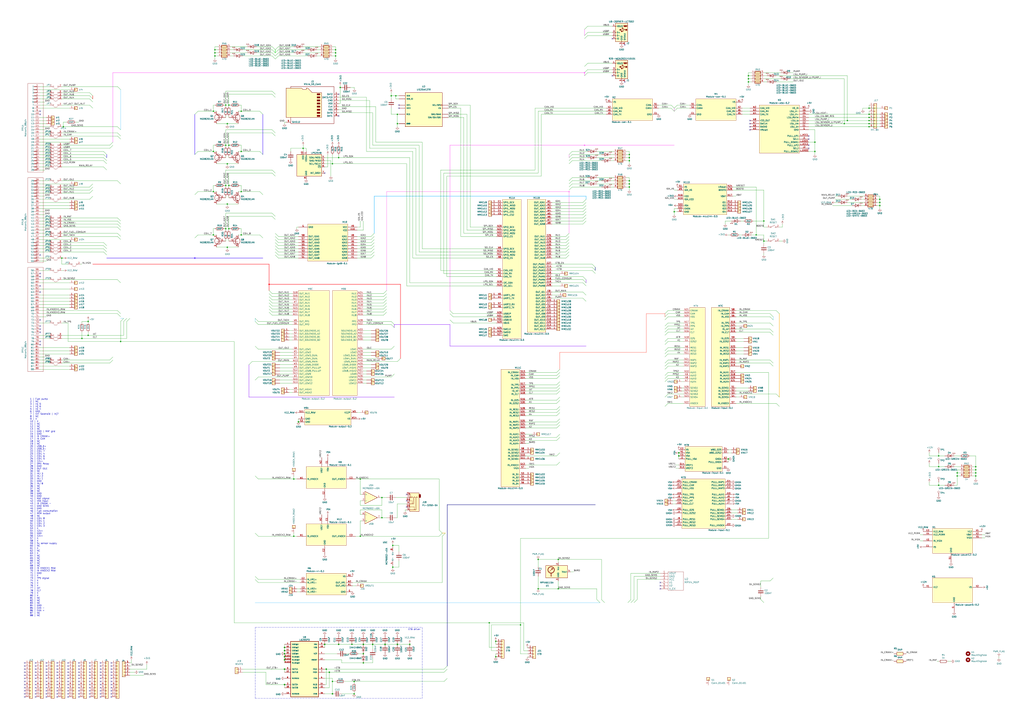
<source format=kicad_sch>
(kicad_sch (version 20210621) (generator eeschema)
  (paper "A1")
  (lib_symbols
    (symbol "Amplifier_Operational:MCP6002-xSN" (pin_names (offset 0.127))
      (property "Reference" "U" (at 0 5.08 0))
      (property "Value" "MCP6002-xSN" (at 0 -5.08 0))
      (symbol "MCP6002-xSN_1_1"
        (pin output line (at 7.62 0 180) (length 2.54) (name "~") (number "1"))
        (pin input line (at -7.62 -2.54 0) (length 2.54) (name "-") (number "2"))
        (pin input line (at -7.62 2.54 0) (length 2.54) (name "+") (number "3"))
      )
      (symbol "MCP6002-xSN_2_1"
        (pin input line (at -7.62 2.54 0) (length 2.54) (name "+") (number "5"))
        (pin input line (at -7.62 -2.54 0) (length 2.54) (name "-") (number "6"))
        (pin output line (at 7.62 0 180) (length 2.54) (name "~") (number "7"))
      )
      (symbol "MCP6002-xSN_3_1"
        (pin power_in line (at -2.54 -7.62 90) (length 3.81) (name "V-") (number "4"))
        (pin power_in line (at -2.54 7.62 270) (length 3.81) (name "V+") (number "8"))
      )
    )
    (symbol "Connector:AudioJack3_Switch"
      (property "Reference" "J" (at 0 11.43 0))
      (property "Value" "AudioJack3_Switch" (at 0 8.89 0))
      (symbol "AudioJack3_Switch_1_1"
        (pin passive line (at 5.08 0 180) (length 2.54) (name "~") (number "R"))
        (pin passive line (at 5.08 -2.54 180) (length 2.54) (name "~") (number "RN"))
        (pin passive line (at 5.08 5.08 180) (length 2.54) (name "~") (number "S"))
        (pin passive line (at 5.08 2.54 180) (length 2.54) (name "~") (number "SN"))
        (pin passive line (at 5.08 -5.08 180) (length 2.54) (name "~") (number "T"))
        (pin passive line (at 5.08 -7.62 180) (length 2.54) (name "~") (number "TN"))
      )
    )
    (symbol "Connector:Micro_SD_Card" (pin_names (offset 1.016))
      (property "Reference" "J" (at -16.51 15.24 0))
      (property "Value" "Micro_SD_Card" (at 16.51 15.24 0))
      (symbol "Micro_SD_Card_1_1"
        (pin bidirectional line (at -22.86 7.62 0) (length 3.81) (name "DAT2") (number "1"))
        (pin bidirectional line (at -22.86 5.08 0) (length 3.81) (name "DAT3/CD") (number "2"))
        (pin input line (at -22.86 2.54 0) (length 3.81) (name "CMD") (number "3"))
        (pin power_in line (at -22.86 0 0) (length 3.81) (name "VDD") (number "4"))
        (pin input line (at -22.86 -2.54 0) (length 3.81) (name "CLK") (number "5"))
        (pin power_in line (at -22.86 -5.08 0) (length 3.81) (name "VSS") (number "6"))
        (pin bidirectional line (at -22.86 -7.62 0) (length 3.81) (name "DAT0") (number "7"))
        (pin bidirectional line (at -22.86 -10.16 0) (length 3.81) (name "DAT1") (number "8"))
        (pin passive line (at 20.32 -15.24 180) (length 3.81) (name "SHIELD") (number "9"))
      )
    )
    (symbol "Connector:TestPoint" (pin_numbers hide) (pin_names (offset 0.762) hide)
      (property "Reference" "TP" (at 0 6.858 0))
      (property "Value" "TestPoint" (at 0 5.08 0))
      (symbol "TestPoint_1_1"
        (pin passive line (at 0 0 90) (length 2.54) (name "1") (number "1"))
      )
    )
    (symbol "Connector_Generic:Conn_01x01" (pin_names (offset 1.016) hide)
      (property "Reference" "J" (at 0 2.54 0))
      (property "Value" "Conn_01x01" (at 0 -2.54 0))
      (symbol "Conn_01x01_1_1"
        (pin passive line (at -5.08 0 0) (length 3.81) (name "Pin_1") (number "1"))
      )
    )
    (symbol "Connector_Generic:Conn_01x02" (pin_names (offset 1.016) hide)
      (property "Reference" "J" (at 0 2.54 0))
      (property "Value" "Conn_01x02" (at 0 -5.08 0))
      (symbol "Conn_01x02_1_1"
        (pin passive line (at -5.08 0 0) (length 3.81) (name "Pin_1") (number "1"))
        (pin passive line (at -5.08 -2.54 0) (length 3.81) (name "Pin_2") (number "2"))
      )
    )
    (symbol "Connector_Generic:Conn_01x04" (pin_names (offset 1.016) hide)
      (property "Reference" "J" (at 0 5.08 0))
      (property "Value" "Conn_01x04" (at 0 -7.62 0))
      (symbol "Conn_01x04_1_1"
        (pin passive line (at -5.08 2.54 0) (length 3.81) (name "Pin_1") (number "1"))
        (pin passive line (at -5.08 0 0) (length 3.81) (name "Pin_2") (number "2"))
        (pin passive line (at -5.08 -2.54 0) (length 3.81) (name "Pin_3") (number "3"))
        (pin passive line (at -5.08 -5.08 0) (length 3.81) (name "Pin_4") (number "4"))
      )
    )
    (symbol "Connector_Generic:Conn_01x05" (pin_names (offset 1.016) hide)
      (property "Reference" "J" (at 0 7.62 0))
      (property "Value" "Conn_01x05" (at 0 -7.62 0))
      (symbol "Conn_01x05_1_1"
        (pin passive line (at -5.08 5.08 0) (length 3.81) (name "Pin_1") (number "1"))
        (pin passive line (at -5.08 2.54 0) (length 3.81) (name "Pin_2") (number "2"))
        (pin passive line (at -5.08 0 0) (length 3.81) (name "Pin_3") (number "3"))
        (pin passive line (at -5.08 -2.54 0) (length 3.81) (name "Pin_4") (number "4"))
        (pin passive line (at -5.08 -5.08 0) (length 3.81) (name "Pin_5") (number "5"))
      )
    )
    (symbol "Connector_Generic:Conn_01x06" (pin_names (offset 1.016) hide)
      (property "Reference" "J" (at 0 7.62 0))
      (property "Value" "Conn_01x06" (at 0 -10.16 0))
      (symbol "Conn_01x06_1_1"
        (pin passive line (at -5.08 5.08 0) (length 3.81) (name "Pin_1") (number "1"))
        (pin passive line (at -5.08 2.54 0) (length 3.81) (name "Pin_2") (number "2"))
        (pin passive line (at -5.08 0 0) (length 3.81) (name "Pin_3") (number "3"))
        (pin passive line (at -5.08 -2.54 0) (length 3.81) (name "Pin_4") (number "4"))
        (pin passive line (at -5.08 -5.08 0) (length 3.81) (name "Pin_5") (number "5"))
        (pin passive line (at -5.08 -7.62 0) (length 3.81) (name "Pin_6") (number "6"))
      )
    )
    (symbol "Connector_Generic:Conn_01x08" (pin_names (offset 1.016) hide)
      (property "Reference" "J" (at 0 10.16 0))
      (property "Value" "Conn_01x08" (at 0 -12.7 0))
      (symbol "Conn_01x08_1_1"
        (pin passive line (at -5.08 7.62 0) (length 3.81) (name "Pin_1") (number "1"))
        (pin passive line (at -5.08 5.08 0) (length 3.81) (name "Pin_2") (number "2"))
        (pin passive line (at -5.08 2.54 0) (length 3.81) (name "Pin_3") (number "3"))
        (pin passive line (at -5.08 0 0) (length 3.81) (name "Pin_4") (number "4"))
        (pin passive line (at -5.08 -2.54 0) (length 3.81) (name "Pin_5") (number "5"))
        (pin passive line (at -5.08 -5.08 0) (length 3.81) (name "Pin_6") (number "6"))
        (pin passive line (at -5.08 -7.62 0) (length 3.81) (name "Pin_7") (number "7"))
        (pin passive line (at -5.08 -10.16 0) (length 3.81) (name "Pin_8") (number "8"))
      )
    )
    (symbol "Connector_Generic:Conn_01x12" (pin_names (offset 1.016) hide)
      (property "Reference" "J" (at 0 15.24 0))
      (property "Value" "Conn_01x12" (at 0 -17.78 0))
      (symbol "Conn_01x12_1_1"
        (pin passive line (at -5.08 12.7 0) (length 3.81) (name "Pin_1") (number "1"))
        (pin passive line (at -5.08 -10.16 0) (length 3.81) (name "Pin_10") (number "10"))
        (pin passive line (at -5.08 -12.7 0) (length 3.81) (name "Pin_11") (number "11"))
        (pin passive line (at -5.08 -15.24 0) (length 3.81) (name "Pin_12") (number "12"))
        (pin passive line (at -5.08 10.16 0) (length 3.81) (name "Pin_2") (number "2"))
        (pin passive line (at -5.08 7.62 0) (length 3.81) (name "Pin_3") (number "3"))
        (pin passive line (at -5.08 5.08 0) (length 3.81) (name "Pin_4") (number "4"))
        (pin passive line (at -5.08 2.54 0) (length 3.81) (name "Pin_5") (number "5"))
        (pin passive line (at -5.08 0 0) (length 3.81) (name "Pin_6") (number "6"))
        (pin passive line (at -5.08 -2.54 0) (length 3.81) (name "Pin_7") (number "7"))
        (pin passive line (at -5.08 -5.08 0) (length 3.81) (name "Pin_8") (number "8"))
        (pin passive line (at -5.08 -7.62 0) (length 3.81) (name "Pin_9") (number "9"))
      )
    )
    (symbol "Device:C" (pin_numbers hide) (pin_names (offset 0.254))
      (property "Reference" "C" (at 0.635 2.54 0))
      (property "Value" "C" (at 0.635 -2.54 0))
      (symbol "C_1_1"
        (pin passive line (at 0 3.81 270) (length 2.794) (name "~") (number "1"))
        (pin passive line (at 0 -3.81 90) (length 2.794) (name "~") (number "2"))
      )
    )
    (symbol "Device:D" (pin_numbers hide) (pin_names (offset 1.016) hide)
      (property "Reference" "D" (at 0 2.54 0))
      (property "Value" "D" (at 0 -2.54 0))
      (symbol "D_1_1"
        (pin passive line (at -3.81 0 0) (length 2.54) (name "K") (number "1"))
        (pin passive line (at 3.81 0 180) (length 2.54) (name "A") (number "2"))
      )
    )
    (symbol "Device:LED" (pin_numbers hide) (pin_names (offset 1.016) hide)
      (property "Reference" "D" (at 0 2.54 0))
      (property "Value" "LED" (at 0 -2.54 0))
      (symbol "LED_1_1"
        (pin passive line (at -3.81 0 0) (length 2.54) (name "K") (number "1"))
        (pin passive line (at 3.81 0 180) (length 2.54) (name "A") (number "2"))
      )
    )
    (symbol "Device:Q_NIGBT_GCE" (pin_names (offset 0) hide)
      (property "Reference" "Q" (at 5.08 1.27 0))
      (property "Value" "Q_NIGBT_GCE" (at 5.08 -1.27 0))
      (symbol "Q_NIGBT_GCE_1_1"
        (pin input line (at -5.08 0 0) (length 5.334) (name "G") (number "1"))
        (pin passive line (at 2.54 5.08 270) (length 2.54) (name "C") (number "2"))
        (pin passive line (at 2.54 -5.08 90) (length 2.54) (name "E") (number "3"))
      )
    )
    (symbol "Device:R" (pin_numbers hide) (pin_names (offset 0))
      (property "Reference" "R" (at 2.032 0 90))
      (property "Value" "R" (at 0 0 90))
      (symbol "R_1_1"
        (pin passive line (at 0 3.81 270) (length 1.27) (name "~") (number "1"))
        (pin passive line (at 0 -3.81 90) (length 1.27) (name "~") (number "2"))
      )
    )
    (symbol "Device:R_Pack04" (pin_names (offset 0) hide)
      (property "Reference" "RN" (at -7.62 0 90))
      (property "Value" "R_Pack04" (at 5.08 0 90))
      (symbol "R_Pack04_1_1"
        (pin passive line (at -5.08 -5.08 90) (length 2.54) (name "R1.1") (number "1"))
        (pin passive line (at -2.54 -5.08 90) (length 2.54) (name "R2.1") (number "2"))
        (pin passive line (at 0 -5.08 90) (length 2.54) (name "R3.1") (number "3"))
        (pin passive line (at 2.54 -5.08 90) (length 2.54) (name "R4.1") (number "4"))
        (pin passive line (at 2.54 5.08 270) (length 2.54) (name "R4.2") (number "5"))
        (pin passive line (at 0 5.08 270) (length 2.54) (name "R3.2") (number "6"))
        (pin passive line (at -2.54 5.08 270) (length 2.54) (name "R2.2") (number "7"))
        (pin passive line (at -5.08 5.08 270) (length 2.54) (name "R1.2") (number "8"))
      )
    )
    (symbol "Jumper:Jumper_2_Open" (pin_names (offset 0) hide)
      (property "Reference" "JP" (at 0 2.794 0))
      (property "Value" "Jumper_2_Open" (at 0 -2.286 0))
      (symbol "Jumper_2_Open_1_1"
        (pin passive line (at -5.08 0 0) (length 2.54) (name "A") (number "1"))
        (pin passive line (at 5.08 0 180) (length 2.54) (name "B") (number "2"))
      )
    )
    (symbol "L6205PD:L6205PD" (pin_names (offset 1.016))
      (property "Reference" "U" (at -10.1854 24.0538 0))
      (property "Value" "L6205PD" (at -10.1854 -25.6794 0))
      (symbol "L6205PD_0_0"
        (pin power_in line (at 17.78 20.32 180) (length 5.08) (name "GND@1") (number "1"))
        (pin power_in line (at 17.78 17.78 180) (length 5.08) (name "GND@2") (number "10"))
        (pin power_in line (at 17.78 15.24 180) (length 5.08) (name "GND@3") (number "11"))
        (pin output line (at 17.78 -2.54 180) (length 5.08) (name "OUT1B") (number "12"))
        (pin power_in line (at 17.78 -20.32 180) (length 5.08) (name "SENSEB") (number "13"))
        (pin input line (at -15.24 -12.7 0) (length 5.08) (name "IN1B") (number "14"))
        (pin input line (at -15.24 -15.24 0) (length 5.08) (name "IN2B") (number "15"))
        (pin bidirectional line (at -15.24 -20.32 0) (length 5.08) (name "ENB") (number "16"))
        (pin passive line (at -15.24 7.62 0) (length 5.08) (name "VBOOT") (number "17"))
        (pin output line (at 17.78 -15.24 180) (length 5.08) (name "OUT2B") (number "18"))
        (pin power_in line (at -15.24 17.78 0) (length 5.08) (name "VSB") (number "19"))
        (pin power_in line (at -15.24 20.32 0) (length 5.08) (name "VSA") (number "2"))
        (pin power_in line (at 17.78 12.7 180) (length 5.08) (name "GND@4") (number "20"))
        (pin output line (at 17.78 -12.7 180) (length 5.08) (name "OUT2A") (number "3"))
        (pin passive line (at -15.24 12.7 0) (length 5.08) (name "VCP") (number "4"))
        (pin bidirectional line (at -15.24 -7.62 0) (length 5.08) (name "ENA") (number "5"))
        (pin input line (at -15.24 0 0) (length 5.08) (name "IN1A") (number "6"))
        (pin input line (at -15.24 -2.54 0) (length 5.08) (name "IN2A") (number "7"))
        (pin power_in line (at 17.78 -7.62 180) (length 5.08) (name "SENSEA") (number "8"))
        (pin output line (at 17.78 0 180) (length 5.08) (name "OUT1A") (number "9"))
        (pin power_in line (at 17.78 10.16 180) (length 5.08) (name "SLUG@1") (number "SLUG1"))
        (pin power_in line (at 17.78 7.62 180) (length 5.08) (name "SLUG@2") (number "SLUG2"))
        (pin power_in line (at 17.78 5.08 180) (length 5.08) (name "SLUG@3") (number "SLUG3"))
      )
    )
    (symbol "LIS2DW12TR:LIS2DW12TR" (pin_numbers hide) (pin_names (offset 1.016))
      (property "Reference" "U" (at -15.24 12.7 0))
      (property "Value" "LIS2DW12TR" (at -15.24 -17.78 0))
      (symbol "LIS2DW12TR_0_0"
        (pin input clock (at -20.32 2.54 0) (length 5.08) (name "SCL/SPC") (number "1"))
        (pin power_in line (at 20.32 7.62 180) (length 5.08) (name "VDD_IO") (number "10"))
        (pin output line (at 20.32 0 180) (length 5.08) (name "INT2") (number "11"))
        (pin output line (at 20.32 2.54 180) (length 5.08) (name "INT1") (number "12"))
        (pin input line (at -20.32 0 0) (length 5.08) (name "CS") (number "2"))
        (pin bidirectional line (at -20.32 -5.08 0) (length 5.08) (name "SDO/SDA0") (number "3"))
        (pin bidirectional line (at -20.32 -7.62 0) (length 5.08) (name "SDA/SDI/SDO") (number "4"))
        (pin power_in line (at 20.32 -12.7 180) (length 5.08) (name "GND") (number "6"))
        (pin passive line (at 20.32 -5.08 180) (length 5.08) (name "RES") (number "7"))
        (pin power_in line (at 20.32 -12.7 180) (length 5.08) (name "GND") (number "8"))
        (pin power_in line (at 20.32 10.16 180) (length 5.08) (name "VDD") (number "9"))
      )
    )
    (symbol "MPX-4_MAP:MPX4_MAP" (pin_names (offset 0.762))
      (property "Reference" "U" (at 0 10.16 0))
      (property "Value" "MPX4_MAP" (at 8.89 0 90))
      (symbol "MPX4_MAP_1_1"
        (pin passive line (at -8.89 6.35 0) (length 6.35) (name "VOUT") (number "1"))
        (pin passive line (at -8.89 3.81 0) (length 6.35) (name "GND") (number "2"))
        (pin passive line (at -8.89 1.27 0) (length 6.35) (name "VCC") (number "3"))
        (pin passive line (at -8.89 -1.27 0) (length 6.35) (name "V1") (number "4"))
        (pin passive line (at -8.89 -3.81 0) (length 6.35) (name "V2") (number "5"))
        (pin passive line (at -8.89 -6.35 0) (length 6.35) (name "V_EX") (number "6"))
      )
    )
    (symbol "Mechanical:MountingHole" (pin_names (offset 1.016))
      (property "Reference" "H" (at 0 5.08 0))
      (property "Value" "MountingHole" (at 0 3.175 0))
    )
    (symbol "Sensor_Pressure:LPS25HB"
      (property "Reference" "U" (at -10.16 8.89 0))
      (property "Value" "LPS25HB" (at 10.16 8.89 0))
      (symbol "LPS25HB_1_1"
        (pin power_in line (at -2.54 10.16 270) (length 2.54) (name "VDDio") (number "1"))
        (pin power_in line (at -5.08 10.16 270) (length 2.54) (name "VDD") (number "10"))
        (pin input line (at 12.7 0 180) (length 2.54) (name "SCL/SCLK") (number "2"))
        (pin passive line (at -2.54 -12.7 90) (length 2.54) hide (name "GND") (number "3"))
        (pin bidirectional line (at 12.7 5.08 180) (length 2.54) (name "SDA/MOSI") (number "4"))
        (pin bidirectional line (at 12.7 2.54 180) (length 2.54) (name "SA0/MISO") (number "5"))
        (pin input line (at 12.7 -2.54 180) (length 2.54) (name "~{CS}") (number "6"))
        (pin output line (at 12.7 -7.62 180) (length 2.54) (name "INT_DRDY") (number "7"))
        (pin power_in line (at -2.54 -12.7 90) (length 2.54) (name "GND") (number "8"))
        (pin passive line (at -2.54 -12.7 90) (length 2.54) hide (name "GND") (number "9"))
      )
    )
    (symbol "Sensor_Pressure:MPXA6115A"
      (property "Reference" "U" (at -10.16 6.35 0))
      (property "Value" "MPXA6115A" (at 1.27 6.35 0))
      (symbol "MPXA6115A_1_1"
        (pin no_connect line (at 5.08 -5.08 90) (length 2.54) hide (name "NC") (number "1"))
        (pin power_in line (at 0 7.62 270) (length 2.54) (name "Vcc") (number "2"))
        (pin power_in line (at 0 -7.62 90) (length 2.54) (name "GND") (number "3"))
        (pin output line (at 10.16 0 180) (length 2.54) (name "Vout") (number "4"))
        (pin no_connect line (at -7.62 -5.08 90) (length 2.54) hide (name "NC") (number "5"))
        (pin no_connect line (at -5.08 -5.08 90) (length 2.54) hide (name "NC") (number "6"))
        (pin no_connect line (at -2.54 -5.08 90) (length 2.54) hide (name "NC") (number "7"))
        (pin no_connect line (at 2.54 -5.08 90) (length 2.54) hide (name "NC") (number "8"))
      )
    )
    (symbol "Switch:SW_SPST" (pin_names (offset 0) hide)
      (property "Reference" "SW" (at 0 3.175 0))
      (property "Value" "SW_SPST" (at 0 -2.54 0))
      (symbol "SW_SPST_1_1"
        (pin passive line (at -5.08 0 0) (length 2.54) (name "A") (number "1"))
        (pin passive line (at 5.08 0 180) (length 2.54) (name "B") (number "2"))
      )
    )
    (symbol "hellen-one-can-0.1:Module-can-0.1"
      (property "Reference" "M" (at 0 0 0))
      (property "Value" "Module-can-0.1" (at 0 0 0))
      (symbol "Module-can-0.1_1_0"
        (pin passive line (at 38.1 -12.7 180) (length 5.08) (name "GND") (number "E1"))
        (pin passive line (at 38.1 -5.08 180) (length 5.08) (name "CANL") (number "S1"))
        (pin passive line (at 38.1 -7.62 180) (length 5.08) (name "CANH") (number "S2"))
        (pin passive line (at -5.08 -2.54 0) (length 5.08) (name "V5") (number "V1"))
        (pin passive line (at -5.08 -7.62 0) (length 5.08) (name "CAN_VIO") (number "V2"))
        (pin passive line (at -5.08 -12.7 0) (length 5.08) (name "CAN_TX") (number "V5"))
        (pin passive line (at -5.08 -10.16 0) (length 5.08) (name "CAN_RX") (number "V6"))
      )
    )
    (symbol "hellen-one-common:Pad" (pin_numbers hide) (pin_names (offset 1.016) hide)
      (property "Reference" "P" (at 2.54 0 0))
      (symbol "Pad_1_1"
        (pin passive line (at -5.08 0 0) (length 3.81) (name "Pin_1") (number "1"))
      )
    )
    (symbol "hellen-one-common:Pad_1" (pin_numbers hide) (pin_names (offset 1.016) hide)
      (property "Reference" "P" (at 2.54 0 0))
      (symbol "Pad_1_1_1"
        (pin passive line (at -5.08 0 0) (length 3.81) (name "Pin_1") (number "1"))
      )
    )
    (symbol "hellen-one-common:Pad_2" (pin_numbers hide) (pin_names (offset 1.016) hide)
      (property "Reference" "P" (at 2.54 0 0))
      (symbol "Pad_2_1_1"
        (pin passive line (at -5.08 0 0) (length 3.81) (name "Pin_1") (number "1"))
      )
    )
    (symbol "hellen-one-common:Pad_3" (pin_numbers hide) (pin_names (offset 1.016) hide)
      (property "Reference" "P" (at 2.54 0 0))
      (symbol "Pad_3_1_1"
        (pin passive line (at -5.08 0 0) (length 3.81) (name "Pin_1") (number "1"))
      )
    )
    (symbol "hellen-one-common:Pad_32" (pin_numbers hide) (pin_names (offset 1.016) hide)
      (property "Reference" "P" (at 2.54 0 0))
      (symbol "Pad_32_1_1"
        (pin passive line (at -5.08 0 0) (length 3.81) (name "Pin_1") (number "1"))
      )
    )
    (symbol "hellen-one-common:Pad_33" (pin_numbers hide) (pin_names (offset 1.016) hide)
      (property "Reference" "P" (at 2.54 0 0))
      (symbol "Pad_33_1_1"
        (pin passive line (at -5.08 0 0) (length 3.81) (name "Pin_1") (number "1"))
      )
    )
    (symbol "hellen-one-common:Pad_4" (pin_numbers hide) (pin_names (offset 1.016) hide)
      (property "Reference" "P" (at 2.54 0 0))
      (symbol "Pad_4_1_1"
        (pin passive line (at -5.08 0 0) (length 3.81) (name "Pin_1") (number "1"))
      )
    )
    (symbol "hellen-one-common:Res" (pin_numbers hide)
      (property "Reference" "R" (at 3.81 2.54 0))
      (property "Value" "Res" (at 5.08 -2.54 0))
      (symbol "Res_1_0"
        (pin passive line (at 0 0 0) (length 2.54) (name "") (number "1"))
        (pin passive line (at 10.16 0 180) (length 2.54) (name "") (number "2"))
      )
    )
    (symbol "hellen-one-common:USB_B_Mini" (pin_names (offset 1.016))
      (property "Reference" "J" (at -5.08 11.43 0))
      (property "Value" "USB_B_Mini" (at -5.08 8.89 0))
      (symbol "USB_B_Mini_1_1"
        (pin power_out line (at 7.62 5.08 180) (length 2.54) (name "VBUS") (number "1"))
        (pin passive line (at 7.62 -2.54 180) (length 2.54) (name "D-") (number "2"))
        (pin passive line (at 7.62 0 180) (length 2.54) (name "D+") (number "3"))
        (pin passive line (at 7.62 -5.08 180) (length 2.54) (name "ID") (number "4"))
        (pin power_out line (at 0 -10.16 90) (length 2.54) (name "GND") (number "5"))
        (pin passive line (at -2.54 -10.16 90) (length 2.54) (name "Shield") (number "6"))
      )
    )
    (symbol "hellen-one-ign8-0.1:Module-ign8-0.1"
      (property "Reference" "M" (at 0 0 0))
      (property "Value" "Module-ign8-0.1" (at 0 0 0))
      (symbol "Module-ign8-0.1_1_0"
        (pin passive line (at 40.64 -2.54 180) (length 7.62) (name "GND") (number "G"))
        (pin passive line (at 40.64 -27.94 180) (length 7.62) (name "OUT_IGN8") (number "S1"))
        (pin passive line (at 40.64 -25.4 180) (length 7.62) (name "OUT_IGN7") (number "S2"))
        (pin passive line (at 40.64 -22.86 180) (length 7.62) (name "OUT_IGN6") (number "S3"))
        (pin passive line (at 40.64 -20.32 180) (length 7.62) (name "OUT_IGN5") (number "S4"))
        (pin passive line (at 40.64 -17.78 180) (length 7.62) (name "OUT_IGN4") (number "S5"))
        (pin passive line (at 40.64 -15.24 180) (length 7.62) (name "OUT_IGN3") (number "S6"))
        (pin passive line (at 40.64 -12.7 180) (length 7.62) (name "OUT_IGN2") (number "S7"))
        (pin passive line (at 40.64 -10.16 180) (length 7.62) (name "OUT_IGN1") (number "S8"))
        (pin passive line (at -7.62 -27.94 0) (length 7.62) (name "IGN8") (number "V1"))
        (pin passive line (at -7.62 -5.08 0) (length 7.62) (name "V33") (number "V10"))
        (pin passive line (at -7.62 -25.4 0) (length 7.62) (name "IGN7") (number "V2"))
        (pin passive line (at -7.62 -22.86 0) (length 7.62) (name "IGN6") (number "V3"))
        (pin passive line (at -7.62 -20.32 0) (length 7.62) (name "IGN5") (number "V4"))
        (pin passive line (at -7.62 -17.78 0) (length 7.62) (name "IGN4") (number "V5"))
        (pin passive line (at -7.62 -15.24 0) (length 7.62) (name "IGN3") (number "V6"))
        (pin passive line (at -7.62 -12.7 0) (length 7.62) (name "IGN2") (number "V7"))
        (pin passive line (at -7.62 -10.16 0) (length 7.62) (name "IGN1") (number "V8"))
        (pin passive line (at -7.62 -2.54 0) (length 7.62) (name "VCC") (number "V9"))
      )
    )
    (symbol "hellen-one-input-0.1:Module-input-0.1"
      (property "Reference" "M" (at 0 0 0))
      (property "Value" "Module-input-0.1" (at 0 0 0))
      (symbol "Module-input-0.1_1_0"
        (pin passive line (at 17.78 -53.34 180) (length 5.08) (name "AUX1") (number "N10"))
        (pin passive line (at 17.78 -38.1 180) (length 5.08) (name "RES3") (number "N11"))
        (pin passive line (at 17.78 -48.26 180) (length 5.08) (name "MAP3") (number "N12"))
        (pin passive line (at 17.78 -45.72 180) (length 5.08) (name "MAP2") (number "N13"))
        (pin passive line (at 17.78 -43.18 180) (length 5.08) (name "MAP1") (number "N14"))
        (pin passive line (at 17.78 -17.78 180) (length 5.08) (name "IAT") (number "N15"))
        (pin passive line (at 17.78 -20.32 180) (length 5.08) (name "CLT") (number "N16"))
        (pin passive line (at 17.78 -12.7 180) (length 5.08) (name "TPS") (number "N17"))
        (pin passive line (at 17.78 -25.4 180) (length 5.08) (name "O2S") (number "N18"))
        (pin passive line (at 17.78 -5.08 180) (length 5.08) (name "CAM") (number "N19"))
        (pin passive line (at 17.78 -7.62 180) (length 5.08) (name "VSS") (number "N20"))
        (pin passive line (at 17.78 -2.54 180) (length 5.08) (name "CRANK") (number "N21"))
        (pin passive line (at 17.78 -78.74 180) (length 5.08) (name "KNOCK") (number "N22"))
        (pin passive line (at 17.78 -73.66 180) (length 5.08) (name "SENS4") (number "N23"))
        (pin passive line (at 17.78 -71.12 180) (length 5.08) (name "SENS3") (number "N24"))
        (pin passive line (at 17.78 -68.58 180) (length 5.08) (name "SENS2") (number "N25"))
        (pin passive line (at 17.78 -66.04 180) (length 5.08) (name "SENS1") (number "N26"))
        (pin passive line (at 17.78 -35.56 180) (length 5.08) (name "RES2") (number "N3"))
        (pin passive line (at 17.78 -27.94 180) (length 5.08) (name "O2S2") (number "N4"))
        (pin passive line (at 17.78 -15.24 180) (length 5.08) (name "PPS") (number "N5"))
        (pin passive line (at 17.78 -33.02 180) (length 5.08) (name "RES1") (number "N6"))
        (pin passive line (at 17.78 -60.96 180) (length 5.08) (name "AUX4") (number "N7"))
        (pin passive line (at 17.78 -58.42 180) (length 5.08) (name "AUX3") (number "N8"))
        (pin passive line (at 17.78 -55.88 180) (length 5.08) (name "AUX2") (number "N9"))
      )
      (symbol "Module-input-0.1_2_0"
        (pin passive line (at 35.56 -17.78 180) (length 5.08) (name "GND") (number "E1"))
        (pin passive line (at -5.08 -2.54 0) (length 5.08) (name "V5") (number "E2"))
        (pin passive line (at 35.56 -5.08 180) (length 5.08) (name "WBO_O2S2") (number "E3"))
        (pin passive line (at 35.56 -2.54 180) (length 5.08) (name "WBO_O2S") (number "E4"))
        (pin passive line (at -5.08 -7.62 0) (length 5.08) (name "V5A") (number "E5"))
        (pin passive line (at -5.08 -10.16 0) (length 5.08) (name "PULL_V5A") (number "J1"))
        (pin passive line (at 35.56 -12.7 180) (length 5.08) (name "PULL_GNDA") (number "J2"))
        (pin passive line (at -5.08 -5.08 0) (length 5.08) (name "V5A") (number "N1"))
        (pin passive line (at 35.56 -10.16 180) (length 5.08) (name "GNDA") (number "N2"))
        (pin passive line (at -5.08 -17.78 0) (length 5.08) (name "VREF2") (number "S13"))
        (pin passive line (at -5.08 -15.24 0) (length 5.08) (name "VREF1") (number "S14"))
      )
      (symbol "Module-input-0.1_3_0"
        (pin passive line (at -5.08 -66.04 0) (length 5.08) (name "IN_SENS1") (number "S1"))
        (pin passive line (at -5.08 -12.7 0) (length 5.08) (name "IN_TPS") (number "S10"))
        (pin passive line (at -5.08 -43.18 0) (length 5.08) (name "IN_MAP1") (number "S11"))
        (pin passive line (at -5.08 -45.72 0) (length 5.08) (name "IN_MAP2") (number "S12"))
        (pin passive line (at -5.08 -20.32 0) (length 5.08) (name "IN_CLT") (number "S15"))
        (pin passive line (at -5.08 -17.78 0) (length 5.08) (name "IN_IAT") (number "S16"))
        (pin passive line (at -5.08 -53.34 0) (length 5.08) (name "IN_AUX1") (number "S17"))
        (pin passive line (at -5.08 -55.88 0) (length 5.08) (name "IN_AUX2") (number "S18"))
        (pin passive line (at -5.08 -48.26 0) (length 5.08) (name "IN_MAP3") (number "S19"))
        (pin passive line (at -5.08 -68.58 0) (length 5.08) (name "IN_SENS2") (number "S2"))
        (pin passive line (at -5.08 -58.42 0) (length 5.08) (name "IN_AUX3") (number "S20"))
        (pin passive line (at -5.08 -60.96 0) (length 5.08) (name "IN_AUX4") (number "S21"))
        (pin passive line (at -5.08 -38.1 0) (length 5.08) (name "IN_RES3") (number "S22"))
        (pin passive line (at -5.08 -33.02 0) (length 5.08) (name "IN_RES1") (number "S23"))
        (pin passive line (at -5.08 -15.24 0) (length 5.08) (name "IN_PPS") (number "S24"))
        (pin passive line (at -5.08 -27.94 0) (length 5.08) (name "IN_O2S2") (number "S25"))
        (pin passive line (at -5.08 -35.56 0) (length 5.08) (name "IN_RES2") (number "S26"))
        (pin passive line (at -5.08 -71.12 0) (length 5.08) (name "IN_SENS3") (number "S3"))
        (pin passive line (at -5.08 -73.66 0) (length 5.08) (name "IN_SENS4") (number "S4"))
        (pin passive line (at -5.08 -5.08 0) (length 5.08) (name "IN_CAM") (number "S5"))
        (pin passive line (at -5.08 -7.62 0) (length 5.08) (name "IN_VSS") (number "S6"))
        (pin passive line (at -5.08 -78.74 0) (length 5.08) (name "IN_KNOCK") (number "S7"))
        (pin passive line (at -5.08 -2.54 0) (length 5.08) (name "IN_CRANK") (number "S8"))
        (pin passive line (at -5.08 -25.4 0) (length 5.08) (name "IN_O2S") (number "S9"))
      )
      (symbol "Module-input-0.1_4_0"
        (pin passive line (at 40.64 -12.7 180) (length 5.08) (name "PULL_AUX1") (number "J10"))
        (pin passive line (at -5.08 -38.1 0) (length 5.08) (name "PULL_RES3") (number "J11"))
        (pin passive line (at 40.64 -7.62 180) (length 5.08) (name "PULL_MAP3") (number "J12"))
        (pin passive line (at 40.64 -5.08 180) (length 5.08) (name "PULL_MAP2") (number "J13"))
        (pin passive line (at 40.64 -2.54 180) (length 5.08) (name "PULL_MAP1") (number "J14"))
        (pin passive line (at -5.08 -17.78 0) (length 5.08) (name "PULL_IAT") (number "J15"))
        (pin passive line (at -5.08 -20.32 0) (length 5.08) (name "PULL_CLT") (number "J16"))
        (pin passive line (at -5.08 -5.08 0) (length 5.08) (name "PULL_CAM") (number "J17"))
        (pin passive line (at -5.08 -7.62 0) (length 5.08) (name "PULL_VSS") (number "J18"))
        (pin passive line (at -5.08 -12.7 0) (length 5.08) (name "PULL_TPS") (number "J19"))
        (pin passive line (at -5.08 -25.4 0) (length 5.08) (name "PULL_O2S") (number "J20"))
        (pin passive line (at -5.08 -2.54 0) (length 5.08) (name "PULL_CRANK") (number "J21"))
        (pin passive line (at 40.64 -38.1 180) (length 5.08) (name "PULL_KNOCK") (number "J22"))
        (pin passive line (at 40.64 -33.02 180) (length 5.08) (name "PULL_SENS4") (number "J23"))
        (pin passive line (at 40.64 -30.48 180) (length 5.08) (name "PULL_SENS3") (number "J24"))
        (pin passive line (at 40.64 -27.94 180) (length 5.08) (name "PULL_SENS2") (number "J25"))
        (pin passive line (at 40.64 -25.4 180) (length 5.08) (name "PULL_SENS1") (number "J26"))
        (pin passive line (at -5.08 -35.56 0) (length 5.08) (name "PULL_RES2") (number "J3"))
        (pin passive line (at -5.08 -27.94 0) (length 5.08) (name "PULL_O2S2") (number "J4"))
        (pin passive line (at -5.08 -15.24 0) (length 5.08) (name "PULL_PPS") (number "J5"))
        (pin passive line (at -5.08 -33.02 0) (length 5.08) (name "PULL_RES1") (number "J6"))
        (pin passive line (at 40.64 -20.32 180) (length 5.08) (name "PULL_AUX4") (number "J7"))
        (pin passive line (at 40.64 -17.78 180) (length 5.08) (name "PULL_AUX3") (number "J8"))
        (pin passive line (at 40.64 -15.24 180) (length 5.08) (name "PULL_AUX2") (number "J9"))
      )
    )
    (symbol "hellen-one-knock-0.1:Module-knock-0.1"
      (property "Reference" "M" (at 0 0 0))
      (property "Value" "Module-knock-0.1" (at 0 0 0))
      (symbol "Module-knock-0.1_1_0"
        (pin passive line (at 17.78 7.62 270) (length 7.62) (name "V5A") (number "E1"))
        (pin passive line (at 15.24 -25.4 90) (length 7.62) (name "GND") (number "E2"))
        (pin passive line (at 40.64 -10.16 180) (length 7.62) (name "OUT_KNOCK") (number "E3"))
        (pin passive line (at -7.62 -10.16 0) (length 7.62) (name "IN_KNOCK") (number "W1"))
        (pin passive line (at 12.7 7.62 270) (length 7.62) (name "VREF") (number "W2"))
      )
    )
    (symbol "hellen-one-mcu-000.5:Module-mcu-0.5"
      (property "Reference" "M" (at 0 0 0))
      (property "Value" "Module-mcu-0.5" (at 0 0 0))
      (symbol "Module-mcu-0.5_1_0"
        (pin passive line (at 20.32 -2.54 180) (length 5.08) (name "SPI1_SCK") (number "E1"))
        (pin passive line (at 20.32 -5.08 180) (length 5.08) (name "SPI1_MISO") (number "E2"))
        (pin passive line (at 20.32 -7.62 180) (length 5.08) (name "SPI1_MOSI") (number "E3"))
        (pin passive line (at 20.32 -10.16 180) (length 5.08) (name "SPI1_CS1") (number "E4"))
        (pin passive line (at 20.32 -12.7 180) (length 5.08) (name "SPI1_CS2") (number "E5"))
        (pin passive line (at 20.32 -58.42 180) (length 5.08) (name "CAN_VIO") (number "N1"))
        (pin passive line (at 20.32 -43.18 180) (length 5.08) (name "SPI3_MISO") (number "N10"))
        (pin passive line (at 20.32 -45.72 180) (length 5.08) (name "SPI3_MOSI") (number "N11"))
        (pin passive line (at 20.32 -68.58 180) (length 5.08) (name "I2C_SDA") (number "N18"))
        (pin passive line (at 20.32 -71.12 180) (length 5.08) (name "I2C_SCL") (number "N19"))
        (pin passive line (at 20.32 -60.96 180) (length 5.08) (name "CAN_RX") (number "N2"))
        (pin passive line (at 20.32 -22.86 180) (length 5.08) (name "SPI2_SCK") (number "N20"))
        (pin passive line (at 20.32 -25.4 180) (length 5.08) (name "SPI2_MISO") (number "N21"))
        (pin passive line (at 20.32 -27.94 180) (length 5.08) (name "SPI2_MOSI") (number "N22"))
        (pin passive line (at 20.32 -30.48 180) (length 5.08) (name "SPI2_CS") (number "N23"))
        (pin passive line (at 20.32 -106.68 180) (length 5.08) (name "SWCLK") (number "N25"))
        (pin passive line (at 20.32 -109.22 180) (length 5.08) (name "SWDIO") (number "N26"))
        (pin passive line (at 20.32 -111.76 180) (length 5.08) (name "SWO") (number "N27"))
        (pin passive line (at 20.32 -101.6 180) (length 5.08) (name "VBUS") (number "N29"))
        (pin passive line (at 20.32 -63.5 180) (length 5.08) (name "CAN_TX") (number "N3"))
        (pin passive line (at 20.32 -93.98 180) (length 5.08) (name "USB1P") (number "N30"))
        (pin passive line (at 20.32 -96.52 180) (length 5.08) (name "USB1M") (number "N31"))
        (pin passive line (at 20.32 -99.06 180) (length 5.08) (name "USB1ID") (number "N32"))
        (pin passive line (at 20.32 -81.28 180) (length 5.08) (name "UART1_TX") (number "N4"))
        (pin passive line (at 20.32 -78.74 180) (length 5.08) (name "UART1_RX") (number "N5"))
        (pin passive line (at 20.32 -88.9 180) (length 5.08) (name "UART2_TX") (number "N6"))
        (pin passive line (at 20.32 -86.36 180) (length 5.08) (name "UART2_RX") (number "N7"))
        (pin passive line (at 20.32 -48.26 180) (length 5.08) (name "SPI3_CS") (number "N8"))
        (pin passive line (at 20.32 -40.64 180) (length 5.08) (name "SPI3_SCK") (number "N9"))
      )
      (symbol "Module-mcu-0.5_2_0"
        (pin passive line (at 20.32 -99.06 180) (length 5.08) (name "OUT_IO10") (number "E10"))
        (pin passive line (at 20.32 -96.52 180) (length 5.08) (name "OUT_IO9") (number "E11"))
        (pin passive line (at 20.32 -78.74 180) (length 5.08) (name "OUT_IO2") (number "E12"))
        (pin passive line (at 20.32 -104.14 180) (length 5.08) (name "OUT_IO12") (number "E13"))
        (pin passive line (at 20.32 -55.88 180) (length 5.08) (name "OUT_PWM2") (number "E14"))
        (pin passive line (at 20.32 -58.42 180) (length 5.08) (name "OUT_PWM3") (number "E15"))
        (pin passive line (at 20.32 -60.96 180) (length 5.08) (name "OUT_PWM4") (number "E16"))
        (pin passive line (at 20.32 -63.5 180) (length 5.08) (name "OUT_PWM5") (number "E17"))
        (pin passive line (at 20.32 -66.04 180) (length 5.08) (name "OUT_PWM6") (number "E18"))
        (pin passive line (at 20.32 -68.58 180) (length 5.08) (name "OUT_PWM7") (number "E19"))
        (pin passive line (at 20.32 -101.6 180) (length 5.08) (name "OUT_IO11") (number "E20"))
        (pin passive line (at 20.32 -91.44 180) (length 5.08) (name "OUT_IO7") (number "E21"))
        (pin passive line (at 20.32 -93.98 180) (length 5.08) (name "OUT_IO8") (number "E22"))
        (pin passive line (at 20.32 -83.82 180) (length 5.08) (name "OUT_IO4") (number "E23"))
        (pin passive line (at 20.32 -106.68 180) (length 5.08) (name "OUT_IO13") (number "E24"))
        (pin passive line (at 20.32 -30.48 180) (length 5.08) (name "OUT_INJ1") (number "E25"))
        (pin passive line (at 20.32 -33.02 180) (length 5.08) (name "OUT_INJ2") (number "E26"))
        (pin passive line (at 20.32 -53.34 180) (length 5.08) (name "OUT_PWM1") (number "E27"))
        (pin passive line (at 20.32 -71.12 180) (length 5.08) (name "OUT_PWM8") (number "E28"))
        (pin passive line (at 20.32 -35.56 180) (length 5.08) (name "OUT_INJ3") (number "E29"))
        (pin passive line (at 20.32 -38.1 180) (length 5.08) (name "OUT_INJ4") (number "E30"))
        (pin passive line (at 20.32 -40.64 180) (length 5.08) (name "OUT_INJ5") (number "E31"))
        (pin passive line (at 20.32 -43.18 180) (length 5.08) (name "OUT_INJ6") (number "E32"))
        (pin passive line (at 20.32 -45.72 180) (length 5.08) (name "OUT_INJ7") (number "E33"))
        (pin passive line (at 20.32 -48.26 180) (length 5.08) (name "OUT_INJ8") (number "E34"))
        (pin passive line (at 20.32 -81.28 180) (length 5.08) (name "OUT_IO3") (number "E6"))
        (pin passive line (at 20.32 -86.36 180) (length 5.08) (name "OUT_IO5") (number "E7"))
        (pin passive line (at 20.32 -76.2 180) (length 5.08) (name "OUT_IO1") (number "E8"))
        (pin passive line (at 20.32 -88.9 180) (length 5.08) (name "OUT_IO6") (number "E9"))
        (pin passive line (at 20.32 -2.54 180) (length 5.08) (name "OUT_IGN1") (number "W1"))
        (pin passive line (at 20.32 -5.08 180) (length 5.08) (name "OUT_IGN2") (number "W2"))
        (pin passive line (at 20.32 -7.62 180) (length 5.08) (name "OUT_IGN3") (number "W3"))
        (pin passive line (at 20.32 -10.16 180) (length 5.08) (name "OUT_IGN4") (number "W4"))
        (pin passive line (at 20.32 -12.7 180) (length 5.08) (name "OUT_IGN5") (number "W5"))
        (pin passive line (at 20.32 -15.24 180) (length 5.08) (name "OUT_IGN6") (number "W6"))
        (pin passive line (at 20.32 -17.78 180) (length 5.08) (name "OUT_IGN7") (number "W7"))
        (pin passive line (at 20.32 -20.32 180) (length 5.08) (name "OUT_IGN8") (number "W8"))
      )
      (symbol "Module-mcu-0.5_3_0"
        (pin passive line (at -5.08 -71.12 0) (length 5.08) (name "IN_SENS3") (number "S10"))
        (pin passive line (at -5.08 -73.66 0) (length 5.08) (name "IN_SENS4") (number "S11"))
        (pin passive line (at -5.08 -78.74 0) (length 5.08) (name "IN_KNOCK") (number "S12"))
        (pin passive line (at -5.08 -2.54 0) (length 5.08) (name "IN_CRANK") (number "S13"))
        (pin passive line (at -5.08 -7.62 0) (length 5.08) (name "IN_VSS") (number "S14"))
        (pin passive line (at -5.08 -5.08 0) (length 5.08) (name "IN_CAM") (number "S15"))
        (pin passive line (at -5.08 -25.4 0) (length 5.08) (name "IN_O2S") (number "S16"))
        (pin passive line (at -5.08 -12.7 0) (length 5.08) (name "IN_TPS") (number "S17"))
        (pin passive line (at -5.08 -20.32 0) (length 5.08) (name "IN_CLT") (number "S18"))
        (pin passive line (at -5.08 -17.78 0) (length 5.08) (name "IN_IAT") (number "S19"))
        (pin passive line (at -5.08 -43.18 0) (length 5.08) (name "IN_MAP1") (number "S20"))
        (pin passive line (at -5.08 -45.72 0) (length 5.08) (name "IN_MAP2") (number "S21"))
        (pin passive line (at -5.08 -48.26 0) (length 5.08) (name "IN_MAP3") (number "S22"))
        (pin passive line (at -5.08 -38.1 0) (length 5.08) (name "IN_RES3") (number "S23"))
        (pin passive line (at -5.08 -53.34 0) (length 5.08) (name "IN_AUX1") (number "S24"))
        (pin passive line (at -5.08 -55.88 0) (length 5.08) (name "IN_AUX2") (number "S25"))
        (pin passive line (at -5.08 -58.42 0) (length 5.08) (name "IN_AUX3") (number "S26"))
        (pin passive line (at -5.08 -60.96 0) (length 5.08) (name "IN_AUX4") (number "S27"))
        (pin passive line (at -5.08 -33.02 0) (length 5.08) (name "IN_RES1") (number "S28"))
        (pin passive line (at -5.08 -15.24 0) (length 5.08) (name "IN_PPS") (number "S29"))
        (pin passive line (at -5.08 -86.36 0) (length 5.08) (name "IN_D1") (number "S3"))
        (pin passive line (at -5.08 -27.94 0) (length 5.08) (name "IN_O2S2") (number "S30"))
        (pin passive line (at -5.08 -35.56 0) (length 5.08) (name "IN_RES2") (number "S31"))
        (pin passive line (at -5.08 -88.9 0) (length 5.08) (name "IN_D2") (number "S4"))
        (pin passive line (at -5.08 -91.44 0) (length 5.08) (name "IN_D3") (number "S5"))
        (pin passive line (at -5.08 -93.98 0) (length 5.08) (name "IN_D4") (number "S6"))
        (pin passive line (at -5.08 -81.28 0) (length 5.08) (name "VIGN") (number "S7"))
        (pin passive line (at -5.08 -66.04 0) (length 5.08) (name "IN_SENS1") (number "S8"))
        (pin passive line (at -5.08 -68.58 0) (length 5.08) (name "IN_SENS2") (number "S9"))
      )
      (symbol "Module-mcu-0.5_4_0"
        (pin passive line (at 40.64 -15.24 180) (length 5.08) (name "IO1") (number "N12"))
        (pin passive line (at 40.64 -17.78 180) (length 5.08) (name "IO2") (number "N13"))
        (pin passive line (at 40.64 -20.32 180) (length 5.08) (name "IO3") (number "N14"))
        (pin passive line (at 40.64 -22.86 180) (length 5.08) (name "IO4") (number "N15"))
        (pin passive line (at -5.08 -10.16 0) (length 5.08) (name "V33") (number "N16"))
        (pin passive line (at 40.64 -10.16 180) (length 5.08) (name "VBAT") (number "N17"))
        (pin passive line (at 40.64 -2.54 180) (length 5.08) (name "nReset") (number "N24"))
        (pin passive line (at 40.64 -5.08 180) (length 5.08) (name "BOOT0") (number "N28"))
        (pin passive line (at -5.08 -2.54 0) (length 5.08) (name "V5") (number "S1"))
        (pin passive line (at -5.08 -22.86 0) (length 5.08) (name "GND") (number "S2"))
        (pin passive line (at -5.08 -20.32 0) (length 5.08) (name "GNDA") (number "S32"))
        (pin passive line (at -5.08 -17.78 0) (length 5.08) (name "V5A") (number "S33"))
        (pin passive line (at -5.08 -12.7 0) (length 5.08) (name "IGN_V33") (number "W10"))
        (pin passive line (at -5.08 -5.08 0) (length 5.08) (name "IGN_V5") (number "W9"))
      )
    )
    (symbol "hellen-one-output-0.2:Module-output-0.2"
      (property "Reference" "M" (at 0 0 0))
      (property "Value" "Module-output-0.2" (at 0 0 0))
      (symbol "Module-output-0.2_1_0"
        (pin passive line (at -5.08 -7.62 0) (length 5.08) (name "GND") (number "G"))
        (pin passive line (at -5.08 -2.54 0) (length 5.08) (name "V12_RAW") (number "S11"))
        (pin passive line (at -5.08 -10.16 0) (length 5.08) (name "GND") (number "S3"))
        (pin passive line (at 43.18 -7.62 180) (length 5.08) (name "V5") (number "W14"))
        (pin passive line (at 43.18 -2.54 180) (length 5.08) (name "V12P") (number "W5"))
      )
      (symbol "Module-output-0.2_2_0"
        (pin passive line (at -5.08 -20.32 0) (length 5.08) (name "INJ8") (number "W15"))
        (pin passive line (at -5.08 -17.78 0) (length 5.08) (name "INJ7") (number "W16"))
        (pin passive line (at -5.08 -15.24 0) (length 5.08) (name "INJ6") (number "W17"))
        (pin passive line (at -5.08 -12.7 0) (length 5.08) (name "INJ5") (number "W18"))
        (pin passive line (at -5.08 -10.16 0) (length 5.08) (name "INJ4") (number "W19"))
        (pin passive line (at -5.08 -7.62 0) (length 5.08) (name "INJ3") (number "W20"))
        (pin passive line (at -5.08 -48.26 0) (length 5.08) (name "LOW1") (number "W21"))
        (pin passive line (at -5.08 -27.94 0) (length 5.08) (name "PP2") (number "W22"))
        (pin passive line (at -5.08 -5.08 0) (length 5.08) (name "INJ2") (number "W23"))
        (pin passive line (at -5.08 -2.54 0) (length 5.08) (name "INJ1") (number "W24"))
        (pin passive line (at -5.08 -60.96 0) (length 5.08) (name "LOW6_DIODE") (number "W25"))
        (pin passive line (at -5.08 -71.12 0) (length 5.08) (name "LOW10") (number "W26"))
        (pin passive line (at -5.08 -68.58 0) (length 5.08) (name "LOW9") (number "W27"))
        (pin passive line (at -5.08 -25.4 0) (length 5.08) (name "PP1") (number "W28"))
        (pin passive line (at -5.08 -50.8 0) (length 5.08) (name "LOW2") (number "W29"))
        (pin passive line (at -5.08 -40.64 0) (length 5.08) (name "SOLENOID_B2") (number "W30"))
        (pin passive line (at -5.08 -38.1 0) (length 5.08) (name "SOLENOID_B1") (number "W31"))
        (pin passive line (at -5.08 -35.56 0) (length 5.08) (name "SOLENOID_A2") (number "W32"))
        (pin passive line (at -5.08 -33.02 0) (length 5.08) (name "SOLENOID_A1") (number "W33"))
        (pin passive line (at -5.08 -55.88 0) (length 5.08) (name "LOW4_DUAL") (number "W34"))
        (pin passive line (at -5.08 -73.66 0) (length 5.08) (name "LOW11") (number "W35"))
        (pin passive line (at -5.08 -76.2 0) (length 5.08) (name "LOW12") (number "W36"))
        (pin passive line (at -5.08 -66.04 0) (length 5.08) (name "LOW8_HIGH2") (number "W37"))
        (pin passive line (at -5.08 -53.34 0) (length 5.08) (name "LOW3_DUAL") (number "W38"))
        (pin passive line (at -5.08 -63.5 0) (length 5.08) (name "LOW7_HIGH1") (number "W39"))
        (pin passive line (at -5.08 -58.42 0) (length 5.08) (name "LOW5_MAIN") (number "W40"))
      )
      (symbol "Module-output-0.2_3_0"
        (pin passive line (at 30.48 -33.02 180) (length 5.08) (name "OUT_SOLENOID_A1") (number "S1"))
        (pin passive line (at 30.48 -73.66 180) (length 5.08) (name "OUT_LOW11") (number "S10"))
        (pin passive line (at 30.48 -66.04 180) (length 5.08) (name "OUT_LOW8_PULLUP") (number "S12"))
        (pin passive line (at 30.48 -76.2 180) (length 5.08) (name "OUT_LOW12") (number "S13"))
        (pin passive line (at 30.48 -68.58 180) (length 5.08) (name "OUT_LOW9") (number "S14"))
        (pin passive line (at 30.48 -15.24 180) (length 5.08) (name "OUT_INJ6") (number "S15"))
        (pin passive line (at 30.48 -5.08 180) (length 5.08) (name "OUT_INJ2") (number "S16"))
        (pin passive line (at 30.48 -7.62 180) (length 5.08) (name "OUT_INJ3") (number "S17"))
        (pin passive line (at 30.48 -2.54 180) (length 5.08) (name "OUT_INJ1") (number "S18"))
        (pin passive line (at 30.48 -35.56 180) (length 5.08) (name "OUT_SOLENOID_A2") (number "S2"))
        (pin passive line (at 30.48 -38.1 180) (length 5.08) (name "OUT_SOLENOID_B1") (number "S4"))
        (pin passive line (at 30.48 -40.64 180) (length 5.08) (name "OUT_SOLENOID_B2") (number "S5"))
        (pin passive line (at 30.48 -27.94 180) (length 5.08) (name "OUT_PP2") (number "S6"))
        (pin passive line (at 30.48 -53.34 180) (length 5.08) (name "OUT_LOW3_DUAL") (number "S7"))
        (pin passive line (at 30.48 -48.26 180) (length 5.08) (name "OUT_LOW1") (number "S8"))
        (pin passive line (at 30.48 -83.82 180) (length 5.08) (name "OUT_HIGH2") (number "S9"))
        (pin passive line (at 30.48 -50.8 180) (length 5.08) (name "OUT_LOW2") (number "W1"))
        (pin passive line (at 30.48 -12.7 180) (length 5.08) (name "OUT_INJ5") (number "W10"))
        (pin passive line (at 30.48 -20.32 180) (length 5.08) (name "OUT_INJ8") (number "W11"))
        (pin passive line (at 30.48 -17.78 180) (length 5.08) (name "OUT_INJ7") (number "W12"))
        (pin passive line (at 30.48 -58.42 180) (length 5.08) (name "OUT_LOW5_MAIN") (number "W13"))
        (pin passive line (at 30.48 -71.12 180) (length 5.08) (name "OUT_LOW10") (number "W2"))
        (pin passive line (at 30.48 -60.96 180) (length 5.08) (name "OUT_LOW6_DIODE") (number "W3"))
        (pin passive line (at 30.48 -55.88 180) (length 5.08) (name "OUT_LOW4_DUAL") (number "W4"))
        (pin passive line (at 30.48 -25.4 180) (length 5.08) (name "OUT_PP1") (number "W6"))
        (pin passive line (at 30.48 -10.16 180) (length 5.08) (name "OUT_INJ4") (number "W7"))
        (pin passive line (at 30.48 -81.28 180) (length 5.08) (name "OUT_HIGH1") (number "W8"))
        (pin passive line (at 30.48 -63.5 180) (length 5.08) (name "OUT_LOW7_PULLUP") (number "W9"))
      )
    )
    (symbol "hellen-one-power12-0.2:Module-power12-0.2"
      (property "Reference" "M" (at 0 0 0))
      (property "Value" "Module-power12-0.2" (at 0 0 0))
      (symbol "Module-power12-0.2_1_0"
        (pin passive line (at -7.62 -15.24 0) (length 7.62) (name "V5") (number "E1"))
        (pin passive line (at -7.62 -2.54 0) (length 7.62) (name "V12_RAW") (number "E2"))
        (pin passive line (at 15.24 -27.94 90) (length 7.62) (name "GND") (number "S1"))
        (pin passive line (at 40.64 -2.54 180) (length 7.62) (name "V12") (number "V1"))
        (pin passive line (at 40.64 -5.08 180) (length 7.62) (name "VBAT") (number "V2"))
        (pin passive line (at -7.62 -10.16 0) (length 7.62) (name "IN_VIGN") (number "V3"))
        (pin passive line (at -7.62 -5.08 0) (length 7.62) (name "V12_PERM") (number "V4"))
        (pin passive line (at 40.64 -7.62 180) (length 7.62) (name "VIGN") (number "V5"))
      )
    )
    (symbol "hellen-one-power5-0.2:Module-power5-0.2"
      (property "Reference" "M" (at 0 0 0))
      (property "Value" "Module-power5-0.2" (at 0 0 0))
      (symbol "Module-power5-0.2_1_0"
        (pin passive line (at 17.78 -27.94 90) (length 7.62) (name "GND") (number "G"))
        (pin passive line (at -7.62 -7.62 0) (length 7.62) (name "V12") (number "V1"))
        (pin passive line (at 40.64 -7.62 180) (length 7.62) (name "V5") (number "V2"))
      )
    )
    (symbol "hellen-one-vr-0.1:Module-vr-0.1"
      (property "Reference" "M" (at 0 0 0))
      (property "Value" "Module-vr-0.1" (at 0 0 0))
      (symbol "Module-vr-0.1_1_0"
        (pin passive line (at -5.08 -7.62 0) (length 5.08) (name "IN_VR1-") (number "E1"))
        (pin passive line (at -5.08 -5.08 0) (length 5.08) (name "IN_VR1+") (number "E2"))
        (pin passive line (at -5.08 -12.7 0) (length 5.08) (name "IN_VR2+") (number "E3"))
        (pin passive line (at -5.08 -15.24 0) (length 5.08) (name "IN_VR2-") (number "E4"))
        (pin passive line (at 38.1 -15.24 180) (length 5.08) (name "GND") (number "G"))
        (pin passive line (at 38.1 -2.54 180) (length 5.08) (name "V5") (number "N1"))
        (pin passive line (at 38.1 -10.16 180) (length 5.08) (name "OUT_VR2") (number "W1"))
        (pin passive line (at 38.1 -7.62 180) (length 5.08) (name "OUT_VR1") (number "W2"))
      )
    )
    (symbol "hellen-one-wbo-0.2:Module-wbo-0.2"
      (property "Reference" "M" (at 1.27 1.27 0))
      (property "Value" "Module-wbo-0.2" (at 8.89 -40.64 0))
      (symbol "Module-wbo-0.2_1_0"
        (pin passive line (at 40.64 -17.78 180) (length 7.62) (name "LSU_Un") (number "E1"))
        (pin passive line (at 40.64 -15.24 180) (length 7.62) (name "LSU_Vm") (number "E2"))
        (pin passive line (at 40.64 -12.7 180) (length 7.62) (name "LSU_Ip") (number "E3"))
        (pin passive line (at 40.64 -10.16 180) (length 7.62) (name "LSU_Rtrim") (number "E4"))
        (pin passive line (at 40.64 -7.62 180) (length 7.62) (name "LSU_H+") (number "E5"))
        (pin passive line (at 40.64 -5.08 180) (length 7.62) (name "LSU_H-") (number "E6"))
        (pin passive line (at 40.64 -20.32 180) (length 7.62) (name "GND") (number "G"))
        (pin passive line (at 40.64 -27.94 180) (length 7.62) (name "SEL1") (number "J1"))
        (pin passive line (at 40.64 -35.56 180) (length 7.62) (name "SEL2") (number "J2"))
        (pin passive line (at 40.64 -30.48 180) (length 7.62) (name "PULL_DOWN1") (number "J_GND1"))
        (pin passive line (at 40.64 -38.1 180) (length 7.62) (name "PULL_DOWN2") (number "J_GND2"))
        (pin passive line (at 40.64 -25.4 180) (length 7.62) (name "PULL_UP1") (number "J_VCC1"))
        (pin passive line (at 40.64 -33.02 180) (length 7.62) (name "PULL_UP2") (number "J_VCC2"))
        (pin passive line (at 40.64 -2.54 180) (length 7.62) (name "V5_IN") (number "W1"))
        (pin passive line (at -7.62 -2.54 0) (length 7.62) (name "CAN_VIO") (number "W2"))
        (pin passive line (at -7.62 -5.08 0) (length 7.62) (name "CAN_RX") (number "W3"))
        (pin passive line (at -7.62 -7.62 0) (length 7.62) (name "CAN_TX") (number "W4"))
        (pin passive line (at -7.62 -20.32 0) (length 7.62) (name "nReset") (number "W5"))
        (pin passive line (at -7.62 -17.78 0) (length 7.62) (name "SWDIO") (number "W6"))
        (pin passive line (at -7.62 -15.24 0) (length 7.62) (name "SWCLK") (number "W7"))
        (pin passive line (at -7.62 -12.7 0) (length 7.62) (name "V33_OUT") (number "W8"))
      )
    )
    (symbol "motronic_88pin_STS:Motronic_88pin" (pin_names (offset 0.025))
      (property "Reference" "*ref" (at 38.1 8.89 0))
      (property "Value" "Motronic_88pin" (at 12.065 8.89 0))
      (symbol "Motronic_88pin_1_1"
        (pin passive line (at 0 0 90) (length 5.08) (name "1") (number "1"))
        (pin passive line (at 22.86 0 90) (length 5.08) (name "10") (number "10"))
        (pin passive line (at 25.4 0 90) (length 5.08) (name "11") (number "11"))
        (pin passive line (at 27.94 0 90) (length 5.08) (name "12") (number "12"))
        (pin passive line (at 30.48 0 90) (length 5.08) (name "13") (number "13"))
        (pin passive line (at 33.02 0 90) (length 5.08) (name "14") (number "14"))
        (pin passive line (at 35.56 0 90) (length 5.08) (name "15") (number "15"))
        (pin passive line (at 38.1 0 90) (length 5.08) (name "16") (number "16"))
        (pin passive line (at 40.64 0 90) (length 5.08) (name "17") (number "17"))
        (pin passive line (at 43.18 0 90) (length 5.08) (name "18") (number "18"))
        (pin passive line (at 45.72 0 90) (length 5.08) (name "19") (number "19"))
        (pin passive line (at 2.54 0 90) (length 5.08) (name "2") (number "2"))
        (pin passive line (at 48.26 0 90) (length 5.08) (name "20") (number "20"))
        (pin passive line (at 50.8 0 90) (length 5.08) (name "21") (number "21"))
        (pin passive line (at 53.34 0 90) (length 5.08) (name "22") (number "22"))
        (pin passive line (at 55.88 0 90) (length 5.08) (name "23") (number "23"))
        (pin passive line (at 58.42 0 90) (length 5.08) (name "24") (number "24"))
        (pin passive line (at 60.96 0 90) (length 5.08) (name "25") (number "25"))
        (pin passive line (at 63.5 0 90) (length 5.08) (name "26") (number "26"))
        (pin passive line (at 66.04 0 90) (length 5.08) (name "27") (number "27"))
        (pin passive line (at 68.58 0 90) (length 5.08) (name "28") (number "28"))
        (pin passive line (at 5.08 0 90) (length 5.08) (name "3") (number "3"))
        (pin passive line (at 7.62 0 90) (length 5.08) (name "4") (number "4"))
        (pin passive line (at 10.16 0 90) (length 5.08) (name "5") (number "5"))
        (pin passive line (at 12.7 0 90) (length 5.08) (name "6") (number "6"))
        (pin passive line (at 15.24 0 90) (length 5.08) (name "7") (number "7"))
        (pin passive line (at 17.78 0 90) (length 5.08) (name "8") (number "8"))
        (pin passive line (at 20.32 0 90) (length 5.08) (name "9") (number "9"))
      )
      (symbol "Motronic_88pin_2_1"
        (pin passive line (at 0 0 90) (length 5.08) (name "29") (number "29"))
        (pin passive line (at 2.54 0 90) (length 5.08) (name "30") (number "30"))
        (pin passive line (at 5.08 0 90) (length 5.08) (name "31") (number "31"))
        (pin passive line (at 7.62 0 90) (length 5.08) (name "32") (number "32"))
        (pin passive line (at 10.16 0 90) (length 5.08) (name "33") (number "33"))
        (pin passive line (at 12.7 0 90) (length 5.08) (name "34") (number "34"))
        (pin passive line (at 15.24 0 90) (length 5.08) (name "35") (number "35"))
        (pin passive line (at 17.78 0 90) (length 5.08) (name "36") (number "36"))
        (pin passive line (at 20.32 0 90) (length 5.08) (name "37") (number "37"))
        (pin passive line (at 22.86 0 90) (length 5.08) (name "38") (number "38"))
        (pin passive line (at 25.4 0 90) (length 5.08) (name "39") (number "39"))
        (pin passive line (at 27.94 0 90) (length 5.08) (name "40") (number "40"))
        (pin passive line (at 30.48 0 90) (length 5.08) (name "41") (number "41"))
        (pin passive line (at 33.02 0 90) (length 5.08) (name "42") (number "42"))
        (pin passive line (at 35.56 0 90) (length 5.08) (name "43") (number "43"))
        (pin passive line (at 38.1 0 90) (length 5.08) (name "44") (number "44"))
        (pin passive line (at 40.64 0 90) (length 5.08) (name "45") (number "45"))
        (pin passive line (at 43.18 0 90) (length 5.08) (name "46") (number "46"))
        (pin passive line (at 45.72 0 90) (length 5.08) (name "47") (number "47"))
        (pin passive line (at 48.26 0 90) (length 5.08) (name "48") (number "48"))
        (pin passive line (at 50.8 0 90) (length 5.08) (name "49") (number "49"))
        (pin passive line (at 53.34 0 90) (length 5.08) (name "50") (number "50"))
        (pin passive line (at 55.88 0 90) (length 5.08) (name "51") (number "51"))
        (pin passive line (at 58.42 0 90) (length 5.08) (name "52") (number "52"))
        (pin passive line (at 60.96 0 90) (length 5.08) (name "53") (number "53"))
        (pin passive line (at 63.5 0 90) (length 5.08) (name "54") (number "54"))
        (pin passive line (at 66.04 0 90) (length 5.08) (name "55") (number "55"))
      )
      (symbol "Motronic_88pin_3_1"
        (pin passive line (at 0 0 90) (length 5.08) (name "56") (number "56"))
        (pin passive line (at 2.54 0 90) (length 5.08) (name "57") (number "57"))
        (pin passive line (at 5.08 0 90) (length 5.08) (name "58") (number "58"))
        (pin passive line (at 7.62 0 90) (length 5.08) (name "59") (number "59"))
        (pin passive line (at 10.16 0 90) (length 5.08) (name "60") (number "60"))
        (pin passive line (at 12.7 0 90) (length 5.08) (name "61") (number "61"))
        (pin passive line (at 15.24 0 90) (length 5.08) (name "62") (number "62"))
        (pin passive line (at 17.78 0 90) (length 5.08) (name "63") (number "63"))
        (pin passive line (at 20.32 0 90) (length 5.08) (name "64") (number "64"))
        (pin passive line (at 22.86 0 90) (length 5.08) (name "65") (number "65"))
        (pin passive line (at 25.4 0 90) (length 5.08) (name "66") (number "66"))
        (pin passive line (at 27.94 0 90) (length 5.08) (name "67") (number "67"))
        (pin passive line (at 30.48 0 90) (length 5.08) (name "68") (number "68"))
        (pin passive line (at 33.02 0 90) (length 5.08) (name "69") (number "69"))
        (pin passive line (at 35.56 0 90) (length 5.08) (name "70") (number "70"))
        (pin passive line (at 38.1 0 90) (length 5.08) (name "71") (number "71"))
        (pin passive line (at 40.64 0 90) (length 5.08) (name "72") (number "72"))
        (pin passive line (at 43.18 0 90) (length 5.08) (name "73") (number "73"))
        (pin passive line (at 45.72 0 90) (length 5.08) (name "74") (number "74"))
        (pin passive line (at 48.26 0 90) (length 5.08) (name "75") (number "75"))
        (pin passive line (at 50.8 0 90) (length 5.08) (name "76") (number "76"))
        (pin passive line (at 53.34 0 90) (length 5.08) (name "77") (number "77"))
        (pin passive line (at 55.88 0 90) (length 5.08) (name "78") (number "78"))
        (pin passive line (at 58.42 0 90) (length 5.08) (name "79") (number "79"))
        (pin passive line (at 60.96 0 90) (length 5.08) (name "80") (number "80"))
        (pin passive line (at 63.5 0 90) (length 5.08) (name "81") (number "81"))
        (pin passive line (at 66.04 0 90) (length 5.08) (name "82") (number "82"))
        (pin passive line (at 68.58 0 90) (length 5.08) (name "83") (number "83"))
        (pin passive line (at 71.12 0 90) (length 5.08) (name "84") (number "84"))
        (pin passive line (at 73.66 0 90) (length 5.08) (name "85") (number "85"))
        (pin passive line (at 76.2 0 90) (length 5.08) (name "86") (number "86"))
        (pin passive line (at 78.74 0 90) (length 5.08) (name "87") (number "87"))
        (pin passive line (at 81.28 0 90) (length 5.08) (name "88") (number "88"))
      )
    )
    (symbol "power:+12V" (power) (pin_names (offset 0))
      (property "Value" "+12V" (at 0 3.556 0))
      (symbol "+12V_1_1"
        (pin power_in line (at 0 0 90) (length 0) hide (name "+12V") (number "1"))
      )
    )
    (symbol "power:+3V3" (power) (pin_names (offset 0))
      (property "Value" "+3V3" (at 0 3.556 0))
      (symbol "+3V3_1_1"
        (pin power_in line (at 0 0 90) (length 0) hide (name "+3V3") (number "1"))
      )
    )
    (symbol "power:+5V" (power) (pin_names (offset 0))
      (property "Value" "+5V" (at 0 3.556 0))
      (symbol "+5V_1_1"
        (pin power_in line (at 0 0 90) (length 0) hide (name "+5V") (number "1"))
      )
    )
    (symbol "power:GND" (power) (pin_names (offset 0))
      (property "Value" "GND" (at 0 -3.81 0))
      (symbol "GND_1_1"
        (pin power_in line (at 0 0 270) (length 0) hide (name "GND") (number "1"))
      )
    )
    (symbol "power:GNDA" (power) (pin_names (offset 0))
      (property "Value" "GNDA" (at 0 -3.81 0))
      (symbol "GNDA_1_1"
        (pin power_in line (at 0 0 270) (length 0) hide (name "GNDA") (number "1"))
      )
    )
    (symbol "power:GND_1" (power) (pin_names (offset 0))
      (property "Value" "GND" (at 0 -3.81 0))
      (symbol "GND_1_1_1"
        (pin power_in line (at 0 0 270) (length 0) hide (name "GND") (number "1"))
      )
    )
    (symbol "power:GND_10" (power) (pin_names (offset 0))
      (property "Value" "GND" (at 0 -3.81 0))
      (symbol "GND_10_1_1"
        (pin power_in line (at 0 0 270) (length 0) hide (name "GND") (number "1"))
      )
    )
    (symbol "power:GND_11" (power) (pin_names (offset 0))
      (property "Value" "GND" (at 0 -3.81 0))
      (symbol "GND_11_1_1"
        (pin power_in line (at 0 0 270) (length 0) hide (name "GND") (number "1"))
      )
    )
    (symbol "power:GND_12" (power) (pin_names (offset 0))
      (property "Value" "GND" (at 0 -3.81 0))
      (symbol "GND_12_1_1"
        (pin power_in line (at 0 0 270) (length 0) hide (name "GND") (number "1"))
      )
    )
    (symbol "power:GND_14" (power) (pin_names (offset 0))
      (property "Value" "GND" (at 0 -3.81 0))
      (symbol "GND_14_1_1"
        (pin power_in line (at 0 0 270) (length 0) hide (name "GND") (number "1"))
      )
    )
    (symbol "power:GND_15" (power) (pin_names (offset 0))
      (property "Value" "GND" (at 0 -3.81 0))
      (symbol "GND_15_1_1"
        (pin power_in line (at 0 0 270) (length 0) hide (name "GND") (number "1"))
      )
    )
    (symbol "power:GND_16" (power) (pin_names (offset 0))
      (property "Value" "GND" (at 0 -3.81 0))
      (symbol "GND_16_1_1"
        (pin power_in line (at 0 0 270) (length 0) hide (name "GND") (number "1"))
      )
    )
    (symbol "power:GND_17" (power) (pin_names (offset 0))
      (property "Value" "GND" (at 0 -3.81 0))
      (symbol "GND_17_1_1"
        (pin power_in line (at 0 0 270) (length 0) hide (name "GND") (number "1"))
      )
    )
    (symbol "power:GND_18" (power) (pin_names (offset 0))
      (property "Value" "GND" (at 0 -3.81 0))
      (symbol "GND_18_1_1"
        (pin power_in line (at 0 0 270) (length 0) hide (name "GND") (number "1"))
      )
    )
    (symbol "power:GND_19" (power) (pin_names (offset 0))
      (property "Value" "GND" (at 0 -3.81 0))
      (symbol "GND_19_1_1"
        (pin power_in line (at 0 0 270) (length 0) hide (name "GND") (number "1"))
      )
    )
    (symbol "power:GND_2" (power) (pin_names (offset 0))
      (property "Value" "GND" (at 0 -3.81 0))
      (symbol "GND_2_1_1"
        (pin power_in line (at 0 0 270) (length 0) hide (name "GND") (number "1"))
      )
    )
    (symbol "power:GND_20" (power) (pin_names (offset 0))
      (property "Value" "GND" (at 0 -3.81 0))
      (symbol "GND_20_1_1"
        (pin power_in line (at 0 0 270) (length 0) hide (name "GND") (number "1"))
      )
    )
    (symbol "power:GND_21" (power) (pin_names (offset 0))
      (property "Value" "GND" (at 0 -3.81 0))
      (symbol "GND_21_1_1"
        (pin power_in line (at 0 0 270) (length 0) hide (name "GND") (number "1"))
      )
    )
    (symbol "power:GND_22" (power) (pin_names (offset 0))
      (property "Value" "GND" (at 0 -3.81 0))
      (symbol "GND_22_1_1"
        (pin power_in line (at 0 0 270) (length 0) hide (name "GND") (number "1"))
      )
    )
    (symbol "power:GND_3" (power) (pin_names (offset 0))
      (property "Value" "GND" (at 0 -3.81 0))
      (symbol "GND_3_1_1"
        (pin power_in line (at 0 0 270) (length 0) hide (name "GND") (number "1"))
      )
    )
    (symbol "power:GND_4" (power) (pin_names (offset 0))
      (property "Value" "GND" (at 0 -3.81 0))
      (symbol "GND_4_1_1"
        (pin power_in line (at 0 0 270) (length 0) hide (name "GND") (number "1"))
      )
    )
    (symbol "power:GND_5" (power) (pin_names (offset 0))
      (property "Value" "GND" (at 0 -3.81 0))
      (symbol "GND_5_1_1"
        (pin power_in line (at 0 0 270) (length 0) hide (name "GND") (number "1"))
      )
    )
    (symbol "power:GND_6" (power) (pin_names (offset 0))
      (property "Value" "GND" (at 0 -3.81 0))
      (symbol "GND_6_1_1"
        (pin power_in line (at 0 0 270) (length 0) hide (name "GND") (number "1"))
      )
    )
    (symbol "power:GND_7" (power) (pin_names (offset 0))
      (property "Value" "GND" (at 0 -3.81 0))
      (symbol "GND_7_1_1"
        (pin power_in line (at 0 0 270) (length 0) hide (name "GND") (number "1"))
      )
    )
    (symbol "power:GND_8" (power) (pin_names (offset 0))
      (property "Value" "GND" (at 0 -3.81 0))
      (symbol "GND_8_1_1"
        (pin power_in line (at 0 0 270) (length 0) hide (name "GND") (number "1"))
      )
    )
    (symbol "power:GND_9" (power) (pin_names (offset 0))
      (property "Value" "GND" (at 0 -3.81 0))
      (symbol "GND_9_1_1"
        (pin power_in line (at 0 0 270) (length 0) hide (name "GND") (number "1"))
      )
    )
    (symbol "power:PWR_FLAG" (power) (pin_numbers hide) (pin_names (offset 0) hide)
      (property "Value" "PWR_FLAG" (at 0 3.81 0))
      (symbol "PWR_FLAG_0_0"
        (pin power_out line (at 0 0 90) (length 0) (name "pwr") (number "1"))
      )
    )
    (symbol "power:V12_RAW_1" (power) (pin_names (offset 0))
      (property "Value" "V12_RAW" (at 0 3.556 0))
      (symbol "V12_RAW_1_1_1"
        (pin power_in line (at 0 0 90) (length 0) hide (name "V12_RAW") (number "1"))
      )
    )
    (symbol "power:V5A_1" (power) (pin_names (offset 0))
      (property "Value" "V5A" (at 0 3.556 0))
      (symbol "V5A_1_1_1"
        (pin power_in line (at 0 0 90) (length 0) hide (name "V5A") (number "1"))
      )
    )
    (symbol "power:V5A_2" (power) (pin_names (offset 0))
      (property "Value" "V5A" (at 0 3.556 0))
      (symbol "V5A_2_1_1"
        (pin power_in line (at 0 0 90) (length 0) hide (name "V5A") (number "1"))
      )
    )
  )
  (junction (at 50.8 212.09) (diameter 0.9144))
  (junction (at 52.07 104.14) (diameter 0.9144))
  (junction (at 67.31 278.13) (diameter 0.9144))
  (junction (at 72.39 264.16) (diameter 0.9144))
  (junction (at 72.39 275.59) (diameter 0.9144))
  (junction (at 99.06 280.67) (diameter 0.9144))
  (junction (at 175.26 91.44) (diameter 0.9144))
  (junction (at 175.26 124.46) (diameter 0.9144))
  (junction (at 175.26 157.48) (diameter 0.9144))
  (junction (at 175.26 193.04) (diameter 0.9144))
  (junction (at 176.53 40.894) (diameter 0.9144))
  (junction (at 176.53 43.434) (diameter 0.9144))
  (junction (at 176.53 45.974) (diameter 0.9144))
  (junction (at 185.42 86.36) (diameter 0.9144))
  (junction (at 185.42 119.38) (diameter 0.9144))
  (junction (at 185.42 152.4) (diameter 0.9144))
  (junction (at 185.42 187.96) (diameter 0.9144))
  (junction (at 186.69 101.6) (diameter 0.9144))
  (junction (at 186.69 134.62) (diameter 0.9144))
  (junction (at 186.69 167.64) (diameter 0.9144))
  (junction (at 186.69 203.2) (diameter 0.9144))
  (junction (at 187.96 86.36) (diameter 0.9144))
  (junction (at 187.96 119.38) (diameter 0.9144))
  (junction (at 187.96 152.4) (diameter 0.9144))
  (junction (at 187.96 187.96) (diameter 0.9144))
  (junction (at 198.12 91.44) (diameter 0.9144))
  (junction (at 198.12 124.46) (diameter 0.9144))
  (junction (at 198.12 157.48) (diameter 0.9144))
  (junction (at 198.12 193.04) (diameter 0.9144))
  (junction (at 233.68 532.13) (diameter 1.016))
  (junction (at 233.68 534.67) (diameter 1.016))
  (junction (at 233.68 537.21) (diameter 1.016))
  (junction (at 233.68 539.75) (diameter 1.016))
  (junction (at 233.68 542.29) (diameter 1.016))
  (junction (at 233.68 549.91) (diameter 1.016))
  (junction (at 233.68 562.61) (diameter 1.016))
  (junction (at 241.3 393.7) (diameter 0.9144))
  (junction (at 241.3 440.69) (diameter 0.9144))
  (junction (at 245.11 346.71) (diameter 1.016))
  (junction (at 248.92 121.92) (diameter 0.9144))
  (junction (at 266.7 529.59) (diameter 1.016))
  (junction (at 267.97 549.91) (diameter 1.016))
  (junction (at 270.51 552.45) (diameter 1.016))
  (junction (at 273.05 134.62) (diameter 0.9144))
  (junction (at 273.05 560.07) (diameter 0.9144))
  (junction (at 273.05 570.23) (diameter 1.016))
  (junction (at 275.59 40.894) (diameter 0.9144))
  (junction (at 275.59 43.434) (diameter 0.9144))
  (junction (at 275.59 45.974) (diameter 0.9144))
  (junction (at 278.13 129.54) (diameter 0.9144))
  (junction (at 278.13 529.59) (diameter 1.016))
  (junction (at 279.4 71.882) (diameter 0.9144))
  (junction (at 289.052 529.59) (diameter 0.9144))
  (junction (at 290.83 560.07) (diameter 0.9144))
  (junction (at 290.83 570.23) (diameter 0.9144))
  (junction (at 295.91 393.7) (diameter 0.9144))
  (junction (at 295.91 440.69) (diameter 0.9144))
  (junction (at 298.45 529.59) (diameter 1.016))
  (junction (at 298.45 537.21) (diameter 0.9144))
  (junction (at 298.45 544.83) (diameter 0.9144))
  (junction (at 306.07 529.59) (diameter 1.016))
  (junction (at 313.69 408.94) (diameter 0.9144))
  (junction (at 313.69 425.45) (diameter 0.9144))
  (junction (at 316.23 529.59) (diameter 1.016))
  (junction (at 321.31 78.74) (diameter 0.9144))
  (junction (at 322.58 448.31) (diameter 0.9144))
  (junction (at 322.58 466.09) (diameter 0.9144))
  (junction (at 325.12 78.74) (diameter 0.9144))
  (junction (at 326.39 93.98) (diameter 0.9144))
  (junction (at 326.39 101.6) (diameter 0.9144))
  (junction (at 326.39 529.59) (diameter 1.016))
  (junction (at 336.55 529.59) (diameter 0.9144))
  (junction (at 401.828 511.81) (diameter 0.9144))
  (junction (at 407.162 527.05) (diameter 0.9144))
  (junction (at 407.162 539.75) (diameter 0.9144))
  (junction (at 427.482 513.588) (diameter 0.9144))
  (junction (at 441.96 459.74) (diameter 0.9144))
  (junction (at 441.96 483.87) (diameter 0.9144))
  (junction (at 458.47 459.74) (diameter 0.9144))
  (junction (at 458.47 483.87) (diameter 0.9144))
  (junction (at 516.89 127) (diameter 0.9144))
  (junction (at 516.89 129.54) (diameter 0.9144))
  (junction (at 516.89 132.08) (diameter 0.9144))
  (junction (at 516.89 148.59) (diameter 0.9144))
  (junction (at 516.89 151.13) (diameter 0.9144))
  (junction (at 516.89 153.67) (diameter 0.9144))
  (junction (at 553.72 173.99) (diameter 0.9144))
  (junction (at 557.53 372.11) (diameter 1.016))
  (junction (at 557.53 374.65) (diameter 1.016))
  (junction (at 598.17 377.19) (diameter 1.016))
  (junction (at 614.68 62.23) (diameter 0.9144))
  (junction (at 614.68 64.77) (diameter 0.9144))
  (junction (at 614.68 67.31) (diameter 0.9144))
  (junction (at 621.03 193.04) (diameter 0.9144))
  (junction (at 627.38 181.61) (diameter 0.9144))
  (junction (at 627.38 198.12) (diameter 0.9144))
  (junction (at 669.29 116.84) (diameter 0.9144))
  (junction (at 669.29 124.46) (diameter 0.9144))
  (junction (at 693.42 101.6) (diameter 0.9144))
  (junction (at 695.96 99.06) (diameter 0.9144))
  (junction (at 713.74 88.9) (diameter 0.9144))
  (junction (at 713.74 93.98) (diameter 0.9144))
  (junction (at 713.74 96.52) (diameter 0.9144))
  (junction (at 713.74 99.06) (diameter 0.9144))
  (junction (at 713.74 101.6) (diameter 0.9144))
  (junction (at 713.74 104.14) (diameter 0.9144))
  (junction (at 722.63 163.83) (diameter 0.9144))
  (junction (at 722.63 166.37) (diameter 0.9144))
  (junction (at 722.63 168.91) (diameter 0.9144))
  (junction (at 770.89 374.65) (diameter 0.9144))
  (junction (at 770.89 383.54) (diameter 0.9144))
  (junction (at 770.89 398.78) (diameter 0.9144))
  (junction (at 786.13 388.62) (diameter 0.9144))
  (junction (at 786.13 391.16) (diameter 0.9144))
  (junction (at 801.37 383.54) (diameter 0.9144))
  (junction (at 801.37 386.08) (diameter 0.9144))
  (junction (at 801.37 388.62) (diameter 0.9144))
  (junction (at 801.37 391.16) (diameter 0.9144))
  (junction (at 160.02 212.09) (diameter 0.9144) (color 56 7 255 1))
  (junction (at 220.98 233.68) (diameter 0.9144) (color 255 0 11 1))
  (junction (at 467.36 157.48) (diameter 0.9144) (color 255 129 238 1))
  (junction (at 480.06 59.69) (diameter 0.9144) (color 255 104 246 1))
  (junction (at 480.06 119.38) (diameter 0.9144) (color 255 104 246 1))
  (no_connect (at 20.32 544.83))
  (no_connect (at 20.32 547.37))
  (no_connect (at 20.32 549.91))
  (no_connect (at 20.32 552.45))
  (no_connect (at 20.32 554.99))
  (no_connect (at 20.32 557.53))
  (no_connect (at 20.32 560.07))
  (no_connect (at 20.32 562.61))
  (no_connect (at 20.32 565.15))
  (no_connect (at 20.32 567.69))
  (no_connect (at 20.32 570.23))
  (no_connect (at 20.32 572.77))
  (no_connect (at 29.21 544.83))
  (no_connect (at 29.21 547.37))
  (no_connect (at 29.21 549.91))
  (no_connect (at 29.21 552.45))
  (no_connect (at 29.21 554.99))
  (no_connect (at 29.21 557.53))
  (no_connect (at 29.21 560.07))
  (no_connect (at 29.21 562.61))
  (no_connect (at 29.21 565.15))
  (no_connect (at 29.21 567.69))
  (no_connect (at 29.21 570.23))
  (no_connect (at 29.21 572.77))
  (no_connect (at 33.02 91.44))
  (no_connect (at 33.02 93.98))
  (no_connect (at 33.02 209.55))
  (no_connect (at 33.02 224.79))
  (no_connect (at 33.02 227.33))
  (no_connect (at 33.02 234.95))
  (no_connect (at 33.02 240.03))
  (no_connect (at 33.02 262.89))
  (no_connect (at 33.02 267.97))
  (no_connect (at 33.02 270.51))
  (no_connect (at 33.02 273.05))
  (no_connect (at 33.02 280.67))
  (no_connect (at 33.02 283.21))
  (no_connect (at 38.1 544.83))
  (no_connect (at 38.1 547.37))
  (no_connect (at 38.1 549.91))
  (no_connect (at 38.1 552.45))
  (no_connect (at 38.1 554.99))
  (no_connect (at 38.1 557.53))
  (no_connect (at 38.1 560.07))
  (no_connect (at 38.1 562.61))
  (no_connect (at 38.1 565.15))
  (no_connect (at 38.1 567.69))
  (no_connect (at 38.1 570.23))
  (no_connect (at 38.1 572.77))
  (no_connect (at 46.99 544.83))
  (no_connect (at 46.99 547.37))
  (no_connect (at 46.99 549.91))
  (no_connect (at 46.99 552.45))
  (no_connect (at 46.99 554.99))
  (no_connect (at 46.99 557.53))
  (no_connect (at 46.99 560.07))
  (no_connect (at 46.99 562.61))
  (no_connect (at 46.99 565.15))
  (no_connect (at 46.99 567.69))
  (no_connect (at 46.99 570.23))
  (no_connect (at 46.99 572.77))
  (no_connect (at 55.88 544.83))
  (no_connect (at 55.88 547.37))
  (no_connect (at 55.88 549.91))
  (no_connect (at 55.88 552.45))
  (no_connect (at 55.88 554.99))
  (no_connect (at 55.88 557.53))
  (no_connect (at 55.88 560.07))
  (no_connect (at 55.88 562.61))
  (no_connect (at 55.88 565.15))
  (no_connect (at 55.88 567.69))
  (no_connect (at 55.88 570.23))
  (no_connect (at 55.88 572.77))
  (no_connect (at 64.77 544.83))
  (no_connect (at 64.77 547.37))
  (no_connect (at 64.77 549.91))
  (no_connect (at 64.77 552.45))
  (no_connect (at 64.77 554.99))
  (no_connect (at 64.77 557.53))
  (no_connect (at 64.77 560.07))
  (no_connect (at 64.77 562.61))
  (no_connect (at 64.77 565.15))
  (no_connect (at 64.77 567.69))
  (no_connect (at 64.77 570.23))
  (no_connect (at 64.77 572.77))
  (no_connect (at 73.66 544.83))
  (no_connect (at 73.66 547.37))
  (no_connect (at 73.66 549.91))
  (no_connect (at 73.66 552.45))
  (no_connect (at 73.66 554.99))
  (no_connect (at 73.66 557.53))
  (no_connect (at 73.66 560.07))
  (no_connect (at 73.66 562.61))
  (no_connect (at 73.66 565.15))
  (no_connect (at 73.66 567.69))
  (no_connect (at 73.66 570.23))
  (no_connect (at 73.66 572.77))
  (no_connect (at 82.55 544.83))
  (no_connect (at 82.55 547.37))
  (no_connect (at 82.55 549.91))
  (no_connect (at 82.55 552.45))
  (no_connect (at 82.55 554.99))
  (no_connect (at 82.55 557.53))
  (no_connect (at 82.55 560.07))
  (no_connect (at 82.55 562.61))
  (no_connect (at 82.55 565.15))
  (no_connect (at 82.55 567.69))
  (no_connect (at 82.55 570.23))
  (no_connect (at 82.55 572.77))
  (no_connect (at 91.44 544.83))
  (no_connect (at 91.44 547.37))
  (no_connect (at 91.44 549.91))
  (no_connect (at 91.44 552.45))
  (no_connect (at 91.44 554.99))
  (no_connect (at 91.44 557.53))
  (no_connect (at 91.44 560.07))
  (no_connect (at 91.44 562.61))
  (no_connect (at 91.44 565.15))
  (no_connect (at 91.44 567.69))
  (no_connect (at 91.44 570.23))
  (no_connect (at 91.44 572.77))
  (no_connect (at 266.7 142.24))
  (no_connect (at 278.13 77.47))
  (no_connect (at 278.13 95.25))
  (no_connect (at 327.66 86.36))
  (no_connect (at 327.66 88.9))
  (no_connect (at 334.01 406.4))
  (no_connect (at 334.01 411.48))
  (no_connect (at 334.01 416.56))
  (no_connect (at 502.92 31.75))
  (no_connect (at 502.92 62.23))
  (no_connect (at 513.08 36.83))
  (no_connect (at 513.08 67.31))
  (no_connect (at 542.29 478.79))
  (no_connect (at 542.29 481.33))
  (no_connect (at 542.29 483.87))
  (no_connect (at 615.95 99.06))
  (no_connect (at 615.95 101.6))
  (no_connect (at 615.95 104.14))
  (no_connect (at 615.95 106.68))
  (no_connect (at 664.21 111.76))
  (no_connect (at 664.21 114.3))
  (no_connect (at 664.21 119.38))
  (no_connect (at 664.21 121.92))
  (bus_entry (at 73.66 76.2) (size 2.54 2.54) (stroke (width 0.1524)))
  (bus_entry (at 73.66 78.74) (size 2.54 2.54) (stroke (width 0.1524)))
  (bus_entry (at 73.66 81.28) (size 2.54 2.54) (stroke (width 0.1524)))
  (bus_entry (at 73.66 86.36) (size 2.54 2.54) (stroke (width 0.1524)))
  (bus_entry (at 73.66 153.67) (size 2.54 -2.54) (stroke (width 0.1524)))
  (bus_entry (at 73.66 156.21) (size 2.54 -2.54) (stroke (width 0.1524)))
  (bus_entry (at 73.66 158.75) (size 2.54 -2.54) (stroke (width 0.1524)))
  (bus_entry (at 73.66 163.83) (size 2.54 -2.54) (stroke (width 0.1524)))
  (bus_entry (at 85.09 137.16) (size 2.54 2.54) (stroke (width 0.1524)))
  (bus_entry (at 85.09 199.39) (size 2.54 2.54) (stroke (width 0.1524)))
  (bus_entry (at 85.09 201.93) (size 2.54 2.54) (stroke (width 0.1524)))
  (bus_entry (at 85.09 204.47) (size 2.54 2.54) (stroke (width 0.1524)))
  (bus_entry (at 85.09 207.01) (size 2.54 2.54) (stroke (width 0.1524)))
  (bus_entry (at 87.63 127) (size -2.54 -2.54) (stroke (width 0.1524)))
  (bus_entry (at 87.63 129.54) (size -2.54 -2.54) (stroke (width 0.1524)))
  (bus_entry (at 87.63 132.08) (size -2.54 -2.54) (stroke (width 0.1524)))
  (bus_entry (at 87.63 134.62) (size -2.54 -2.54) (stroke (width 0.1524)))
  (bus_entry (at 90.17 119.38) (size 2.54 -2.54) (stroke (width 0.1524)))
  (bus_entry (at 90.17 121.92) (size 2.54 -2.54) (stroke (width 0.1524)))
  (bus_entry (at 90.17 295.91) (size 2.54 -2.54) (stroke (width 0.1524)))
  (bus_entry (at 90.17 298.45) (size 2.54 -2.54) (stroke (width 0.1524)))
  (bus_entry (at 96.52 71.12) (size 2.54 2.54) (stroke (width 0.1524)))
  (bus_entry (at 96.52 104.14) (size 2.54 2.54) (stroke (width 0.1524)))
  (bus_entry (at 96.52 109.22) (size 2.54 2.54) (stroke (width 0.1524)))
  (bus_entry (at 96.52 111.76) (size 2.54 2.54) (stroke (width 0.1524)))
  (bus_entry (at 96.52 148.59) (size 2.54 2.54) (stroke (width 0.1524)))
  (bus_entry (at 96.52 179.07) (size 2.54 2.54) (stroke (width 0.1524)))
  (bus_entry (at 96.52 181.61) (size 2.54 2.54) (stroke (width 0.1524)))
  (bus_entry (at 96.52 184.15) (size 2.54 2.54) (stroke (width 0.1524)))
  (bus_entry (at 96.52 186.69) (size 2.54 2.54) (stroke (width 0.1524)))
  (bus_entry (at 96.52 191.77) (size 2.54 2.54) (stroke (width 0.1524)))
  (bus_entry (at 96.52 194.31) (size 2.54 2.54) (stroke (width 0.1524)))
  (bus_entry (at 96.52 229.87) (size 2.54 2.54) (stroke (width 0.1524)))
  (bus_entry (at 96.52 255.27) (size 2.54 2.54) (stroke (width 0.1524)))
  (bus_entry (at 96.52 257.81) (size 2.54 2.54) (stroke (width 0.1524)))
  (bus_entry (at 99.06 264.16) (size 2.54 -2.54) (stroke (width 0.1524)))
  (bus_entry (at 101.6 264.16) (size 2.54 -2.54) (stroke (width 0.1524)))
  (bus_entry (at 104.14 264.16) (size 2.54 -2.54) (stroke (width 0.1524)))
  (bus_entry (at 162.56 91.44) (size -2.54 2.54) (stroke (width 0.1524)))
  (bus_entry (at 162.56 124.46) (size -2.54 2.54) (stroke (width 0.1524)))
  (bus_entry (at 162.56 157.48) (size -2.54 2.54) (stroke (width 0.1524)))
  (bus_entry (at 162.56 193.04) (size -2.54 2.54) (stroke (width 0.1524)))
  (bus_entry (at 204.47 299.72) (size 2.54 -2.54) (stroke (width 0.1524)))
  (bus_entry (at 209.55 261.62) (size 2.54 2.54) (stroke (width 0.1524)))
  (bus_entry (at 209.55 264.16) (size 2.54 2.54) (stroke (width 0.1524)))
  (bus_entry (at 209.55 284.48) (size 2.54 2.54) (stroke (width 0.1524)))
  (bus_entry (at 209.55 312.42) (size 2.54 -2.54) (stroke (width 0.1524)))
  (bus_entry (at 209.55 391.16) (size 2.54 2.54) (stroke (width 0.1524)))
  (bus_entry (at 209.55 438.15) (size 2.54 2.54) (stroke (width 0.1524)))
  (bus_entry (at 209.55 473.71) (size 2.54 2.54) (stroke (width 0.1524)))
  (bus_entry (at 209.55 476.25) (size 2.54 2.54) (stroke (width 0.1524)))
  (bus_entry (at 213.36 91.44) (size 2.54 2.54) (stroke (width 0.1524)))
  (bus_entry (at 213.36 124.46) (size 2.54 2.54) (stroke (width 0.1524)))
  (bus_entry (at 213.36 157.48) (size 2.54 2.54) (stroke (width 0.1524)))
  (bus_entry (at 213.36 193.04) (size 2.54 2.54) (stroke (width 0.1524)))
  (bus_entry (at 220.98 238.76) (size 2.54 2.54) (stroke (width 0.1524)))
  (bus_entry (at 220.98 241.3) (size 2.54 2.54) (stroke (width 0.1524)))
  (bus_entry (at 220.98 243.84) (size 2.54 2.54) (stroke (width 0.1524)))
  (bus_entry (at 220.98 246.38) (size 2.54 2.54) (stroke (width 0.1524)))
  (bus_entry (at 220.98 248.92) (size 2.54 2.54) (stroke (width 0.1524)))
  (bus_entry (at 220.98 251.46) (size 2.54 2.54) (stroke (width 0.1524)))
  (bus_entry (at 220.98 254) (size 2.54 2.54) (stroke (width 0.1524)))
  (bus_entry (at 220.98 256.54) (size 2.54 2.54) (stroke (width 0.1524)))
  (bus_entry (at 223.52 38.354) (size 2.54 2.54) (stroke (width 0.1524)))
  (bus_entry (at 223.52 40.894) (size 2.54 2.54) (stroke (width 0.1524)))
  (bus_entry (at 223.52 43.434) (size 2.54 2.54) (stroke (width 0.1524)))
  (bus_entry (at 223.52 45.974) (size 2.54 2.54) (stroke (width 0.1524)))
  (bus_entry (at 223.52 74.93) (size 2.54 2.54) (stroke (width 0.1524)))
  (bus_entry (at 223.52 77.47) (size 2.54 2.54) (stroke (width 0.1524)))
  (bus_entry (at 223.52 106.68) (size 2.54 2.54) (stroke (width 0.1524)))
  (bus_entry (at 223.52 109.22) (size 2.54 2.54) (stroke (width 0.1524)))
  (bus_entry (at 223.52 139.7) (size 2.54 2.54) (stroke (width 0.1524)))
  (bus_entry (at 223.52 142.24) (size 2.54 2.54) (stroke (width 0.1524)))
  (bus_entry (at 223.52 175.26) (size 2.54 2.54) (stroke (width 0.1524)))
  (bus_entry (at 223.52 177.8) (size 2.54 2.54) (stroke (width 0.1524)))
  (bus_entry (at 226.06 191.77) (size 2.54 2.54) (stroke (width 0.1524)))
  (bus_entry (at 226.06 194.31) (size 2.54 2.54) (stroke (width 0.1524)))
  (bus_entry (at 226.06 196.85) (size 2.54 2.54) (stroke (width 0.1524)))
  (bus_entry (at 226.06 199.39) (size 2.54 2.54) (stroke (width 0.1524)))
  (bus_entry (at 226.06 201.93) (size 2.54 2.54) (stroke (width 0.1524)))
  (bus_entry (at 226.06 204.47) (size 2.54 2.54) (stroke (width 0.1524)))
  (bus_entry (at 226.06 207.01) (size 2.54 2.54) (stroke (width 0.1524)))
  (bus_entry (at 226.06 209.55) (size 2.54 2.54) (stroke (width 0.1524)))
  (bus_entry (at 228.6 38.354) (size -2.54 2.54) (stroke (width 0.1524)))
  (bus_entry (at 228.6 40.894) (size -2.54 2.54) (stroke (width 0.1524)))
  (bus_entry (at 228.6 43.434) (size -2.54 2.54) (stroke (width 0.1524)))
  (bus_entry (at 228.6 45.974) (size -2.54 2.54) (stroke (width 0.1524)))
  (bus_entry (at 304.8 194.31) (size 2.54 -2.54) (stroke (width 0.1524)))
  (bus_entry (at 304.8 196.85) (size 2.54 -2.54) (stroke (width 0.1524)))
  (bus_entry (at 304.8 199.39) (size 2.54 -2.54) (stroke (width 0.1524)))
  (bus_entry (at 304.8 201.93) (size 2.54 -2.54) (stroke (width 0.1524)))
  (bus_entry (at 304.8 204.47) (size 2.54 -2.54) (stroke (width 0.1524)))
  (bus_entry (at 304.8 207.01) (size 2.54 -2.54) (stroke (width 0.1524)))
  (bus_entry (at 304.8 209.55) (size 2.54 -2.54) (stroke (width 0.1524)))
  (bus_entry (at 304.8 212.09) (size 2.54 -2.54) (stroke (width 0.1524)))
  (bus_entry (at 314.96 241.3) (size 2.54 -2.54) (stroke (width 0.1524)))
  (bus_entry (at 314.96 243.84) (size 2.54 -2.54) (stroke (width 0.1524)))
  (bus_entry (at 314.96 246.38) (size 2.54 -2.54) (stroke (width 0.1524)))
  (bus_entry (at 314.96 248.92) (size 2.54 -2.54) (stroke (width 0.1524)))
  (bus_entry (at 314.96 251.46) (size 2.54 -2.54) (stroke (width 0.1524)))
  (bus_entry (at 314.96 254) (size 2.54 -2.54) (stroke (width 0.1524)))
  (bus_entry (at 314.96 256.54) (size 2.54 -2.54) (stroke (width 0.1524)))
  (bus_entry (at 314.96 259.08) (size 2.54 -2.54) (stroke (width 0.1524)))
  (bus_entry (at 321.31 264.16) (size 2.54 2.54) (stroke (width 0.1524)))
  (bus_entry (at 321.31 266.7) (size 2.54 2.54) (stroke (width 0.1524)))
  (bus_entry (at 321.31 287.02) (size 2.54 -2.54) (stroke (width 0.1524)))
  (bus_entry (at 321.31 309.88) (size 2.54 -2.54) (stroke (width 0.1524)))
  (bus_entry (at 326.39 297.18) (size 2.54 -2.54) (stroke (width 0.1524)))
  (bus_entry (at 360.68 435.61) (size 2.54 2.54) (stroke (width 0.1524)))
  (bus_entry (at 360.68 440.69) (size 2.54 -2.54) (stroke (width 0.1524)))
  (bus_entry (at 363.22 440.69) (size 2.54 -2.54) (stroke (width 0.1524)))
  (bus_entry (at 364.744 549.91) (size 2.54 -2.54))
  (bus_entry (at 364.744 552.45) (size 2.54 -2.54))
  (bus_entry (at 364.744 560.07) (size 2.54 -2.54))
  (bus_entry (at 372.11 257.81) (size -2.54 -2.54) (stroke (width 0.1524)))
  (bus_entry (at 372.11 260.35) (size -2.54 -2.54) (stroke (width 0.1524)))
  (bus_entry (at 372.11 265.43) (size -2.54 -2.54) (stroke (width 0.1524)))
  (bus_entry (at 457.2 336.55) (size 2.54 -2.54) (stroke (width 0.1524)))
  (bus_entry (at 457.2 339.09) (size 2.54 -2.54) (stroke (width 0.1524)))
  (bus_entry (at 457.2 341.63) (size 2.54 -2.54) (stroke (width 0.1524)))
  (bus_entry (at 457.2 359.41) (size 2.54 -2.54) (stroke (width 0.1524)))
  (bus_entry (at 457.2 361.95) (size 2.54 -2.54) (stroke (width 0.1524)))
  (bus_entry (at 457.2 374.65) (size 2.54 -2.54) (stroke (width 0.1524)))
  (bus_entry (at 459.74 303.53) (size -2.54 2.54) (stroke (width 0.1524)))
  (bus_entry (at 459.74 306.07) (size -2.54 2.54) (stroke (width 0.1524)))
  (bus_entry (at 459.74 308.61) (size -2.54 2.54) (stroke (width 0.1524)))
  (bus_entry (at 459.74 313.69) (size -2.54 2.54) (stroke (width 0.1524)))
  (bus_entry (at 459.74 316.23) (size -2.54 2.54) (stroke (width 0.1524)))
  (bus_entry (at 459.74 318.77) (size -2.54 2.54) (stroke (width 0.1524)))
  (bus_entry (at 459.74 321.31) (size -2.54 2.54) (stroke (width 0.1524)))
  (bus_entry (at 459.74 326.39) (size -2.54 2.54) (stroke (width 0.1524)))
  (bus_entry (at 459.74 328.93) (size -2.54 2.54) (stroke (width 0.1524)))
  (bus_entry (at 459.74 344.17) (size -2.54 2.54) (stroke (width 0.1524)))
  (bus_entry (at 459.74 346.71) (size -2.54 2.54) (stroke (width 0.1524)))
  (bus_entry (at 459.74 349.25) (size -2.54 2.54) (stroke (width 0.1524)))
  (bus_entry (at 459.74 379.73) (size -2.54 2.54) (stroke (width 0.1524)))
  (bus_entry (at 464.82 194.31) (size 2.54 -2.54) (stroke (width 0.1524)))
  (bus_entry (at 464.82 196.85) (size 2.54 -2.54) (stroke (width 0.1524)))
  (bus_entry (at 464.82 199.39) (size 2.54 -2.54) (stroke (width 0.1524)))
  (bus_entry (at 464.82 201.93) (size 2.54 -2.54) (stroke (width 0.1524)))
  (bus_entry (at 464.82 204.47) (size 2.54 -2.54) (stroke (width 0.1524)))
  (bus_entry (at 464.82 207.01) (size 2.54 -2.54) (stroke (width 0.1524)))
  (bus_entry (at 464.82 209.55) (size 2.54 -2.54) (stroke (width 0.1524)))
  (bus_entry (at 464.82 212.09) (size 2.54 -2.54) (stroke (width 0.1524)))
  (bus_entry (at 469.9 124.46) (size -2.54 2.54) (stroke (width 0.1524)))
  (bus_entry (at 469.9 127) (size -2.54 2.54) (stroke (width 0.1524)))
  (bus_entry (at 469.9 129.54) (size -2.54 2.54) (stroke (width 0.1524)))
  (bus_entry (at 469.9 132.08) (size -2.54 2.54) (stroke (width 0.1524)))
  (bus_entry (at 469.9 146.05) (size -2.54 2.54) (stroke (width 0.1524)))
  (bus_entry (at 469.9 148.59) (size -2.54 2.54) (stroke (width 0.1524)))
  (bus_entry (at 469.9 151.13) (size -2.54 2.54) (stroke (width 0.1524)))
  (bus_entry (at 469.9 153.67) (size -2.54 2.54) (stroke (width 0.1524)))
  (bus_entry (at 478.79 166.37) (size 2.54 -2.54) (stroke (width 0.1524)))
  (bus_entry (at 478.79 168.91) (size 2.54 -2.54) (stroke (width 0.1524)))
  (bus_entry (at 478.79 171.45) (size 2.54 -2.54) (stroke (width 0.1524)))
  (bus_entry (at 478.79 173.99) (size 2.54 -2.54) (stroke (width 0.1524)))
  (bus_entry (at 478.79 176.53) (size 2.54 -2.54) (stroke (width 0.1524)))
  (bus_entry (at 478.79 179.07) (size 2.54 -2.54) (stroke (width 0.1524)))
  (bus_entry (at 478.79 181.61) (size 2.54 -2.54) (stroke (width 0.1524)))
  (bus_entry (at 478.79 184.15) (size 2.54 -2.54) (stroke (width 0.1524)))
  (bus_entry (at 478.79 240.03) (size 2.54 2.54) (stroke (width 0.1524)))
  (bus_entry (at 478.79 245.11) (size 2.54 2.54) (stroke (width 0.1524)))
  (bus_entry (at 480.06 24.13) (size 2.54 -2.54) (stroke (width 0.1524)))
  (bus_entry (at 481.33 229.87) (size -2.54 -2.54) (stroke (width 0.1524)))
  (bus_entry (at 481.33 232.41) (size -2.54 -2.54) (stroke (width 0.1524)))
  (bus_entry (at 481.33 234.95) (size -2.54 -2.54) (stroke (width 0.1524)))
  (bus_entry (at 482.6 26.67) (size -2.54 2.54) (stroke (width 0.1524)))
  (bus_entry (at 482.6 29.21) (size -2.54 2.54) (stroke (width 0.1524)))
  (bus_entry (at 482.6 52.07) (size -2.54 2.54) (stroke (width 0.1524)))
  (bus_entry (at 482.6 57.15) (size -2.54 2.54) (stroke (width 0.1524)))
  (bus_entry (at 482.6 59.69) (size -2.54 2.54) (stroke (width 0.1524)))
  (bus_entry (at 486.41 217.17) (size 2.54 2.54))
  (bus_entry (at 486.41 219.71) (size 2.54 2.54))
  (bus_entry (at 486.41 222.25) (size 2.54 2.54))
  (bus_entry (at 490.22 492.76) (size 2.54 2.54) (stroke (width 0.1524)))
  (bus_entry (at 494.03 492.76) (size 2.54 2.54) (stroke (width 0.1524)))
  (bus_entry (at 515.62 495.3) (size 2.54 -2.54) (stroke (width 0.1524)))
  (bus_entry (at 518.16 495.3) (size 2.54 -2.54) (stroke (width 0.1524)))
  (bus_entry (at 520.7 495.3) (size 2.54 -2.54) (stroke (width 0.1524)))
  (bus_entry (at 546.1 257.81) (size 2.54 -2.54) (stroke (width 0.1524)))
  (bus_entry (at 546.1 260.35) (size 2.54 -2.54) (stroke (width 0.1524)))
  (bus_entry (at 546.1 262.89) (size 2.54 -2.54) (stroke (width 0.1524)))
  (bus_entry (at 546.1 267.97) (size 2.54 -2.54) (stroke (width 0.1524)))
  (bus_entry (at 546.1 270.51) (size 2.54 -2.54) (stroke (width 0.1524)))
  (bus_entry (at 546.1 273.05) (size 2.54 -2.54) (stroke (width 0.1524)))
  (bus_entry (at 546.1 275.59) (size 2.54 -2.54) (stroke (width 0.1524)))
  (bus_entry (at 546.1 280.67) (size 2.54 -2.54) (stroke (width 0.1524)))
  (bus_entry (at 546.1 283.21) (size 2.54 -2.54) (stroke (width 0.1524)))
  (bus_entry (at 546.1 288.29) (size 2.54 -2.54) (stroke (width 0.1524)))
  (bus_entry (at 546.1 290.83) (size 2.54 -2.54) (stroke (width 0.1524)))
  (bus_entry (at 546.1 293.37) (size 2.54 -2.54) (stroke (width 0.1524)))
  (bus_entry (at 548.64 295.91) (size -2.54 2.54) (stroke (width 0.1524)))
  (bus_entry (at 548.64 298.45) (size -2.54 2.54) (stroke (width 0.1524)))
  (bus_entry (at 548.64 300.99) (size -2.54 2.54) (stroke (width 0.1524)))
  (bus_entry (at 548.64 306.07) (size -2.54 2.54) (stroke (width 0.1524)))
  (bus_entry (at 548.64 308.61) (size -2.54 2.54) (stroke (width 0.1524)))
  (bus_entry (at 548.64 311.15) (size -2.54 2.54) (stroke (width 0.1524)))
  (bus_entry (at 548.64 323.85) (size -2.54 2.54) (stroke (width 0.1524)))
  (bus_entry (at 548.64 331.47) (size -2.54 2.54) (stroke (width 0.1524)))
  (bus_entry (at 551.18 86.36) (size 2.54 2.54) (stroke (width 0.1524)))
  (bus_entry (at 551.18 88.9) (size 2.54 2.54) (stroke (width 0.1524)))
  (bus_entry (at 553.72 88.9) (size 2.54 -2.54) (stroke (width 0.1524)))
  (bus_entry (at 553.72 91.44) (size 2.54 -2.54) (stroke (width 0.1524)))
  (bus_entry (at 624.84 492.76) (size 2.54 2.54) (stroke (width 0.1524)))
  (bus_entry (at 632.46 260.35) (size 2.54 2.54) (stroke (width 0.1524)))
  (bus_entry (at 632.46 295.91) (size 2.54 2.54) (stroke (width 0.1524)))
  (bus_entry (at 632.46 298.45) (size 2.54 2.54) (stroke (width 0.1524)))
  (bus_entry (at 632.46 477.52) (size 2.54 -2.54) (stroke (width 0.1524)))
  (bus_entry (at 635 260.35) (size -2.54 -2.54) (stroke (width 0.1524)))
  (bus_entry (at 635 267.97) (size -2.54 -2.54) (stroke (width 0.1524)))
  (bus_entry (at 635 273.05) (size -2.54 -2.54) (stroke (width 0.1524)))
  (bus_entry (at 635 275.59) (size -2.54 -2.54) (stroke (width 0.1524)))
  (bus_entry (at 637.54 255.27) (size 2.54 2.54) (stroke (width 0.1524)))
  (bus_entry (at 637.54 323.85) (size 2.54 2.54) (stroke (width 0.1524)))
  (bus_entry (at 637.54 331.47) (size 2.54 2.54) (stroke (width 0.1524)))
  (wire (pts (xy 33.02 73.66) (xy 57.15 73.66)))
  (wire (pts (xy 33.02 83.82) (xy 36.83 83.82)))
  (wire (pts (xy 33.02 88.9) (xy 57.15 88.9)))
  (wire (pts (xy 33.02 96.52) (xy 38.1 96.52)))
  (wire (pts (xy 33.02 99.06) (xy 38.1 99.06)))
  (wire (pts (xy 33.02 101.6) (xy 38.1 101.6)))
  (wire (pts (xy 33.02 104.14) (xy 40.64 104.14)))
  (wire (pts (xy 33.02 106.68) (xy 36.83 106.68)))
  (wire (pts (xy 33.02 111.76) (xy 40.64 111.76)))
  (wire (pts (xy 33.02 114.3) (xy 57.15 114.3)))
  (wire (pts (xy 33.02 116.84) (xy 57.15 116.84)))
  (wire (pts (xy 33.02 121.92) (xy 40.64 121.92)))
  (wire (pts (xy 33.02 127) (xy 40.64 127)))
  (wire (pts (xy 33.02 132.08) (xy 40.64 132.08)))
  (wire (pts (xy 33.02 137.16) (xy 40.64 137.16)))
  (wire (pts (xy 33.02 139.7) (xy 36.83 139.7)))
  (wire (pts (xy 33.02 151.13) (xy 57.15 151.13)))
  (wire (pts (xy 33.02 153.67) (xy 40.64 153.67)))
  (wire (pts (xy 33.02 158.75) (xy 40.64 158.75)))
  (wire (pts (xy 33.02 161.29) (xy 36.83 161.29)))
  (wire (pts (xy 33.02 163.83) (xy 40.64 163.83)))
  (wire (pts (xy 33.02 166.37) (xy 57.15 166.37)))
  (wire (pts (xy 33.02 168.91) (xy 57.15 168.91)))
  (wire (pts (xy 33.02 171.45) (xy 57.15 171.45)))
  (wire (pts (xy 33.02 173.99) (xy 36.83 173.99)))
  (wire (pts (xy 33.02 176.53) (xy 36.83 176.53)))
  (wire (pts (xy 33.02 181.61) (xy 40.64 181.61)))
  (wire (pts (xy 33.02 186.69) (xy 40.64 186.69)))
  (wire (pts (xy 33.02 189.23) (xy 36.83 189.23)))
  (wire (pts (xy 33.02 191.77) (xy 40.64 191.77)))
  (wire (pts (xy 33.02 196.85) (xy 57.15 196.85)))
  (wire (pts (xy 33.02 201.93) (xy 40.64 201.93)))
  (wire (pts (xy 33.02 207.01) (xy 40.64 207.01)))
  (wire (pts (xy 33.02 214.63) (xy 38.1 214.63)))
  (wire (pts (xy 33.02 229.87) (xy 40.64 229.87)))
  (wire (pts (xy 33.02 232.41) (xy 57.15 232.41)))
  (wire (pts (xy 33.02 237.49) (xy 57.15 237.49)))
  (wire (pts (xy 33.02 242.57) (xy 57.15 242.57)))
  (wire (pts (xy 33.02 245.11) (xy 57.15 245.11)))
  (wire (pts (xy 33.02 247.65) (xy 57.15 247.65)))
  (wire (pts (xy 33.02 250.19) (xy 57.15 250.19)))
  (wire (pts (xy 33.02 252.73) (xy 57.15 252.73)))
  (wire (pts (xy 33.02 255.27) (xy 96.52 255.27)))
  (wire (pts (xy 33.02 257.81) (xy 96.52 257.81)))
  (wire (pts (xy 33.02 260.35) (xy 38.1 260.35)))
  (wire (pts (xy 33.02 278.13) (xy 40.64 278.13)))
  (wire (pts (xy 33.02 285.75) (xy 57.15 285.75)))
  (wire (pts (xy 33.02 288.29) (xy 57.15 288.29)))
  (wire (pts (xy 33.02 290.83) (xy 57.15 290.83)))
  (wire (pts (xy 33.02 293.37) (xy 36.83 293.37)))
  (wire (pts (xy 33.02 298.45) (xy 40.64 298.45)))
  (wire (pts (xy 33.02 300.99) (xy 57.15 300.99)))
  (wire (pts (xy 33.02 303.53) (xy 57.15 303.53)))
  (wire (pts (xy 40.64 71.12) (xy 33.02 71.12)))
  (wire (pts (xy 40.64 76.2) (xy 33.02 76.2)))
  (wire (pts (xy 40.64 78.74) (xy 33.02 78.74)))
  (wire (pts (xy 40.64 81.28) (xy 33.02 81.28)))
  (wire (pts (xy 40.64 86.36) (xy 33.02 86.36)))
  (wire (pts (xy 40.64 109.22) (xy 33.02 109.22)))
  (wire (pts (xy 40.64 119.38) (xy 33.02 119.38)))
  (wire (pts (xy 40.64 124.46) (xy 33.02 124.46)))
  (wire (pts (xy 40.64 129.54) (xy 33.02 129.54)))
  (wire (pts (xy 40.64 134.62) (xy 33.02 134.62)))
  (wire (pts (xy 40.64 148.59) (xy 33.02 148.59)))
  (wire (pts (xy 40.64 156.21) (xy 33.02 156.21)))
  (wire (pts (xy 40.64 179.07) (xy 33.02 179.07)))
  (wire (pts (xy 40.64 184.15) (xy 33.02 184.15)))
  (wire (pts (xy 40.64 194.31) (xy 33.02 194.31)))
  (wire (pts (xy 40.64 199.39) (xy 33.02 199.39)))
  (wire (pts (xy 40.64 204.47) (xy 33.02 204.47)))
  (wire (pts (xy 40.64 212.09) (xy 33.02 212.09)))
  (wire (pts (xy 40.64 222.25) (xy 33.02 222.25)))
  (wire (pts (xy 40.64 265.43) (xy 33.02 265.43)))
  (wire (pts (xy 40.64 275.59) (xy 33.02 275.59)))
  (wire (pts (xy 40.64 295.91) (xy 33.02 295.91)))
  (wire (pts (xy 50.8 71.12) (xy 96.52 71.12)))
  (wire (pts (xy 50.8 76.2) (xy 73.66 76.2)))
  (wire (pts (xy 50.8 78.74) (xy 73.66 78.74)))
  (wire (pts (xy 50.8 81.28) (xy 73.66 81.28)))
  (wire (pts (xy 50.8 86.36) (xy 73.66 86.36)))
  (wire (pts (xy 50.8 109.22) (xy 96.52 109.22)))
  (wire (pts (xy 50.8 111.76) (xy 96.52 111.76)))
  (wire (pts (xy 50.8 119.38) (xy 90.17 119.38)))
  (wire (pts (xy 50.8 121.92) (xy 90.17 121.92)))
  (wire (pts (xy 50.8 124.46) (xy 85.09 124.46)))
  (wire (pts (xy 50.8 127) (xy 85.09 127)))
  (wire (pts (xy 50.8 129.54) (xy 85.09 129.54)))
  (wire (pts (xy 50.8 132.08) (xy 85.09 132.08)))
  (wire (pts (xy 50.8 134.62) (xy 52.07 134.62)))
  (wire (pts (xy 50.8 137.16) (xy 85.09 137.16)))
  (wire (pts (xy 50.8 148.59) (xy 96.52 148.59)))
  (wire (pts (xy 50.8 153.67) (xy 73.66 153.67)))
  (wire (pts (xy 50.8 156.21) (xy 73.66 156.21)))
  (wire (pts (xy 50.8 158.75) (xy 73.66 158.75)))
  (wire (pts (xy 50.8 163.83) (xy 73.66 163.83)))
  (wire (pts (xy 50.8 179.07) (xy 96.52 179.07)))
  (wire (pts (xy 50.8 181.61) (xy 96.52 181.61)))
  (wire (pts (xy 50.8 184.15) (xy 96.52 184.15)))
  (wire (pts (xy 50.8 186.69) (xy 96.52 186.69)))
  (wire (pts (xy 50.8 191.77) (xy 96.52 191.77)))
  (wire (pts (xy 50.8 194.31) (xy 96.52 194.31)))
  (wire (pts (xy 50.8 199.39) (xy 85.09 199.39)))
  (wire (pts (xy 50.8 201.93) (xy 85.09 201.93)))
  (wire (pts (xy 50.8 204.47) (xy 85.09 204.47)))
  (wire (pts (xy 50.8 207.01) (xy 85.09 207.01)))
  (wire (pts (xy 50.8 217.17) (xy 50.8 212.09)))
  (wire (pts (xy 50.8 229.87) (xy 96.52 229.87)))
  (wire (pts (xy 50.8 265.43) (xy 55.88 265.43)))
  (wire (pts (xy 50.8 275.59) (xy 72.39 275.59)))
  (wire (pts (xy 50.8 278.13) (xy 67.31 278.13)))
  (wire (pts (xy 50.8 295.91) (xy 90.17 295.91)))
  (wire (pts (xy 50.8 298.45) (xy 90.17 298.45)))
  (wire (pts (xy 52.07 100.33) (xy 52.07 104.14)))
  (wire (pts (xy 52.07 104.14) (xy 50.8 104.14)))
  (wire (pts (xy 52.07 104.14) (xy 96.52 104.14)))
  (wire (pts (xy 52.07 212.09) (xy 50.8 212.09)))
  (wire (pts (xy 52.07 222.25) (xy 50.8 222.25)))
  (wire (pts (xy 54.61 100.33) (xy 52.07 100.33)))
  (wire (pts (xy 55.88 217.17) (xy 50.8 217.17)))
  (wire (pts (xy 55.88 280.67) (xy 55.88 265.43)))
  (wire (pts (xy 62.23 100.33) (xy 64.77 100.33)))
  (wire (pts (xy 66.04 217.17) (xy 67.31 217.17)))
  (wire (pts (xy 67.31 264.16) (xy 67.31 265.43)))
  (wire (pts (xy 67.31 273.05) (xy 67.31 278.13)))
  (wire (pts (xy 67.31 278.13) (xy 104.14 278.13)))
  (wire (pts (xy 72.39 262.89) (xy 72.39 264.16)))
  (wire (pts (xy 72.39 264.16) (xy 67.31 264.16)))
  (wire (pts (xy 72.39 264.16) (xy 72.39 265.43)))
  (wire (pts (xy 72.39 273.05) (xy 72.39 275.59)))
  (wire (pts (xy 72.39 275.59) (xy 101.6 275.59)))
  (wire (pts (xy 99.06 264.16) (xy 99.06 280.67)))
  (wire (pts (xy 99.06 280.67) (xy 55.88 280.67)))
  (wire (pts (xy 99.06 280.67) (xy 192.278 280.67)))
  (wire (pts (xy 101.6 275.59) (xy 101.6 264.16)))
  (wire (pts (xy 104.14 278.13) (xy 104.14 264.16)))
  (wire (pts (xy 106.68 544.83) (xy 107.95 544.83)))
  (wire (pts (xy 106.68 549.91) (xy 120.65 549.91)))
  (wire (pts (xy 106.68 554.99) (xy 118.11 554.99)))
  (wire (pts (xy 107.95 542.29) (xy 107.95 544.83)))
  (wire (pts (xy 107.95 547.37) (xy 106.68 547.37)))
  (wire (pts (xy 110.49 552.45) (xy 106.68 552.45)))
  (wire (pts (xy 120.65 549.91) (xy 120.65 546.1)))
  (wire (pts (xy 162.56 91.44) (xy 175.26 91.44)))
  (wire (pts (xy 162.56 124.46) (xy 175.26 124.46)))
  (wire (pts (xy 162.56 157.48) (xy 175.26 157.48)))
  (wire (pts (xy 162.56 193.04) (xy 175.26 193.04)))
  (wire (pts (xy 175.26 86.36) (xy 175.26 91.44)))
  (wire (pts (xy 175.26 91.44) (xy 177.8 91.44)))
  (wire (pts (xy 175.26 119.38) (xy 175.26 124.46)))
  (wire (pts (xy 175.26 124.46) (xy 177.8 124.46)))
  (wire (pts (xy 175.26 152.4) (xy 175.26 157.48)))
  (wire (pts (xy 175.26 157.48) (xy 177.8 157.48)))
  (wire (pts (xy 175.26 187.96) (xy 175.26 193.04)))
  (wire (pts (xy 175.26 193.04) (xy 177.8 193.04)))
  (wire (pts (xy 176.53 38.354) (xy 176.53 40.894)))
  (wire (pts (xy 176.53 40.894) (xy 176.53 43.434)))
  (wire (pts (xy 176.53 43.434) (xy 176.53 45.974)))
  (wire (pts (xy 176.53 45.974) (xy 176.53 48.514)))
  (wire (pts (xy 176.53 86.36) (xy 175.26 86.36)))
  (wire (pts (xy 176.53 119.38) (xy 175.26 119.38)))
  (wire (pts (xy 176.53 152.4) (xy 175.26 152.4)))
  (wire (pts (xy 176.53 187.96) (xy 175.26 187.96)))
  (wire (pts (xy 177.8 101.6) (xy 186.69 101.6)))
  (wire (pts (xy 177.8 134.62) (xy 186.69 134.62)))
  (wire (pts (xy 177.8 167.64) (xy 186.69 167.64)))
  (wire (pts (xy 177.8 203.2) (xy 186.69 203.2)))
  (wire (pts (xy 179.07 38.354) (xy 176.53 38.354)))
  (wire (pts (xy 179.07 40.894) (xy 176.53 40.894)))
  (wire (pts (xy 179.07 43.434) (xy 176.53 43.434)))
  (wire (pts (xy 179.07 45.974) (xy 176.53 45.974)))
  (wire (pts (xy 184.15 86.36) (xy 185.42 86.36)))
  (wire (pts (xy 184.15 119.38) (xy 185.42 119.38)))
  (wire (pts (xy 184.15 152.4) (xy 185.42 152.4)))
  (wire (pts (xy 184.15 187.96) (xy 185.42 187.96)))
  (wire (pts (xy 185.42 74.93) (xy 185.42 86.36)))
  (wire (pts (xy 185.42 74.93) (xy 223.52 74.93)))
  (wire (pts (xy 185.42 86.36) (xy 185.42 87.63)))
  (wire (pts (xy 185.42 95.25) (xy 185.42 96.52)))
  (wire (pts (xy 185.42 106.68) (xy 185.42 119.38)))
  (wire (pts (xy 185.42 106.68) (xy 223.52 106.68)))
  (wire (pts (xy 185.42 119.38) (xy 185.42 120.65)))
  (wire (pts (xy 185.42 128.27) (xy 185.42 129.54)))
  (wire (pts (xy 185.42 139.7) (xy 185.42 152.4)))
  (wire (pts (xy 185.42 139.7) (xy 223.52 139.7)))
  (wire (pts (xy 185.42 152.4) (xy 185.42 153.67)))
  (wire (pts (xy 185.42 161.29) (xy 185.42 162.56)))
  (wire (pts (xy 185.42 175.26) (xy 185.42 187.96)))
  (wire (pts (xy 185.42 175.26) (xy 223.52 175.26)))
  (wire (pts (xy 185.42 187.96) (xy 185.42 189.23)))
  (wire (pts (xy 185.42 196.85) (xy 185.42 198.12)))
  (wire (pts (xy 186.69 101.6) (xy 186.69 102.87)))
  (wire (pts (xy 186.69 101.6) (xy 195.58 101.6)))
  (wire (pts (xy 186.69 134.62) (xy 186.69 135.89)))
  (wire (pts (xy 186.69 134.62) (xy 195.58 134.62)))
  (wire (pts (xy 186.69 167.64) (xy 195.58 167.64)))
  (wire (pts (xy 186.69 168.91) (xy 186.69 167.64)))
  (wire (pts (xy 186.69 203.2) (xy 195.58 203.2)))
  (wire (pts (xy 186.69 204.47) (xy 186.69 203.2)))
  (wire (pts (xy 187.96 77.47) (xy 187.96 86.36)))
  (wire (pts (xy 187.96 77.47) (xy 223.52 77.47)))
  (wire (pts (xy 187.96 86.36) (xy 187.96 87.63)))
  (wire (pts (xy 187.96 86.36) (xy 189.23 86.36)))
  (wire (pts (xy 187.96 95.25) (xy 187.96 96.52)))
  (wire (pts (xy 187.96 109.22) (xy 187.96 119.38)))
  (wire (pts (xy 187.96 109.22) (xy 223.52 109.22)))
  (wire (pts (xy 187.96 119.38) (xy 187.96 120.65)))
  (wire (pts (xy 187.96 119.38) (xy 189.23 119.38)))
  (wire (pts (xy 187.96 128.27) (xy 187.96 129.54)))
  (wire (pts (xy 187.96 142.24) (xy 187.96 152.4)))
  (wire (pts (xy 187.96 142.24) (xy 223.52 142.24)))
  (wire (pts (xy 187.96 152.4) (xy 187.96 153.67)))
  (wire (pts (xy 187.96 152.4) (xy 189.23 152.4)))
  (wire (pts (xy 187.96 161.29) (xy 187.96 162.56)))
  (wire (pts (xy 187.96 177.8) (xy 187.96 187.96)))
  (wire (pts (xy 187.96 177.8) (xy 223.52 177.8)))
  (wire (pts (xy 187.96 187.96) (xy 187.96 189.23)))
  (wire (pts (xy 187.96 187.96) (xy 189.23 187.96)))
  (wire (pts (xy 187.96 196.85) (xy 187.96 198.12)))
  (wire (pts (xy 191.77 40.894) (xy 189.23 40.894)))
  (wire (pts (xy 191.77 45.974) (xy 189.23 45.974)))
  (wire (pts (xy 192.278 280.67) (xy 192.278 511.81)))
  (wire (pts (xy 192.278 511.81) (xy 401.828 511.81)))
  (wire (pts (xy 195.58 91.44) (xy 198.12 91.44)))
  (wire (pts (xy 195.58 124.46) (xy 198.12 124.46)))
  (wire (pts (xy 195.58 157.48) (xy 198.12 157.48)))
  (wire (pts (xy 195.58 193.04) (xy 198.12 193.04)))
  (wire (pts (xy 196.85 86.36) (xy 198.12 86.36)))
  (wire (pts (xy 196.85 119.38) (xy 198.12 119.38)))
  (wire (pts (xy 196.85 152.4) (xy 198.12 152.4)))
  (wire (pts (xy 196.85 187.96) (xy 198.12 187.96)))
  (wire (pts (xy 198.12 86.36) (xy 198.12 91.44)))
  (wire (pts (xy 198.12 91.44) (xy 213.36 91.44)))
  (wire (pts (xy 198.12 119.38) (xy 198.12 124.46)))
  (wire (pts (xy 198.12 124.46) (xy 213.36 124.46)))
  (wire (pts (xy 198.12 152.4) (xy 198.12 157.48)))
  (wire (pts (xy 198.12 157.48) (xy 213.36 157.48)))
  (wire (pts (xy 198.12 187.96) (xy 198.12 193.04)))
  (wire (pts (xy 198.12 193.04) (xy 213.36 193.04)))
  (wire (pts (xy 199.39 40.894) (xy 223.52 40.894)))
  (wire (pts (xy 199.39 45.974) (xy 223.52 45.974)))
  (wire (pts (xy 199.39 549.91) (xy 233.68 549.91)))
  (wire (pts (xy 199.39 552.45) (xy 218.44 552.45)))
  (wire (pts (xy 203.2 38.354) (xy 189.23 38.354)))
  (wire (pts (xy 203.2 43.434) (xy 189.23 43.434)))
  (wire (pts (xy 207.01 297.18) (xy 240.03 297.18)))
  (wire (pts (xy 210.82 38.354) (xy 223.52 38.354)))
  (wire (pts (xy 210.82 43.434) (xy 223.52 43.434)))
  (wire (pts (xy 212.09 264.16) (xy 240.03 264.16)))
  (wire (pts (xy 212.09 266.7) (xy 240.03 266.7)))
  (wire (pts (xy 212.09 287.02) (xy 240.03 287.02)))
  (wire (pts (xy 212.09 309.88) (xy 240.03 309.88)))
  (wire (pts (xy 212.09 393.7) (xy 241.3 393.7)))
  (wire (pts (xy 212.09 440.69) (xy 241.3 440.69)))
  (wire (pts (xy 212.09 476.25) (xy 246.38 476.25)))
  (wire (pts (xy 212.09 478.79) (xy 246.38 478.79)))
  (wire (pts (xy 218.44 552.45) (xy 218.44 562.61)))
  (wire (pts (xy 223.52 241.3) (xy 240.03 241.3)))
  (wire (pts (xy 223.52 243.84) (xy 240.03 243.84)))
  (wire (pts (xy 223.52 246.38) (xy 240.03 246.38)))
  (wire (pts (xy 223.52 248.92) (xy 240.03 248.92)))
  (wire (pts (xy 223.52 251.46) (xy 240.03 251.46)))
  (wire (pts (xy 223.52 254) (xy 240.03 254)))
  (wire (pts (xy 223.52 256.54) (xy 240.03 256.54)))
  (wire (pts (xy 223.52 259.08) (xy 240.03 259.08)))
  (wire (pts (xy 228.6 194.31) (xy 245.11 194.31)))
  (wire (pts (xy 228.6 196.85) (xy 245.11 196.85)))
  (wire (pts (xy 228.6 199.39) (xy 245.11 199.39)))
  (wire (pts (xy 228.6 201.93) (xy 245.11 201.93)))
  (wire (pts (xy 228.6 204.47) (xy 245.11 204.47)))
  (wire (pts (xy 228.6 207.01) (xy 245.11 207.01)))
  (wire (pts (xy 228.6 209.55) (xy 245.11 209.55)))
  (wire (pts (xy 228.6 212.09) (xy 245.11 212.09)))
  (wire (pts (xy 229.87 299.72) (xy 240.03 299.72)))
  (wire (pts (xy 233.68 100.33) (xy 233.68 101.6)))
  (wire (pts (xy 233.68 100.33) (xy 234.95 100.33)))
  (wire (pts (xy 233.68 529.59) (xy 233.68 532.13)))
  (wire (pts (xy 233.68 532.13) (xy 233.68 534.67)))
  (wire (pts (xy 233.68 534.67) (xy 233.68 537.21)))
  (wire (pts (xy 233.68 537.21) (xy 233.68 539.75)))
  (wire (pts (xy 233.68 539.75) (xy 233.68 542.29)))
  (wire (pts (xy 233.68 542.29) (xy 233.68 544.83)))
  (wire (pts (xy 233.68 549.91) (xy 233.68 552.45)))
  (wire (pts (xy 233.68 562.61) (xy 218.44 562.61)))
  (wire (pts (xy 233.68 562.61) (xy 233.68 565.15)))
  (wire (pts (xy 238.76 121.92) (xy 238.76 124.46)))
  (wire (pts (xy 240.03 271.78) (xy 237.49 271.78)))
  (wire (pts (xy 240.03 274.32) (xy 237.49 274.32)))
  (wire (pts (xy 240.03 276.86) (xy 237.49 276.86)))
  (wire (pts (xy 240.03 279.4) (xy 237.49 279.4)))
  (wire (pts (xy 240.03 289.56) (xy 229.87 289.56)))
  (wire (pts (xy 240.03 292.1) (xy 229.87 292.1)))
  (wire (pts (xy 240.03 294.64) (xy 229.87 294.64)))
  (wire (pts (xy 240.03 302.26) (xy 229.87 302.26)))
  (wire (pts (xy 240.03 304.8) (xy 229.87 304.8)))
  (wire (pts (xy 240.03 307.34) (xy 229.87 307.34)))
  (wire (pts (xy 240.03 312.42) (xy 229.87 312.42)))
  (wire (pts (xy 240.03 314.96) (xy 229.87 314.96)))
  (wire (pts (xy 240.03 320.04) (xy 237.49 320.04)))
  (wire (pts (xy 240.03 322.58) (xy 237.49 322.58)))
  (wire (pts (xy 241.3 38.354) (xy 228.6 38.354)))
  (wire (pts (xy 241.3 43.434) (xy 228.6 43.434)))
  (wire (pts (xy 241.3 391.16) (xy 241.3 393.7)))
  (wire (pts (xy 241.3 393.7) (xy 243.84 393.7)))
  (wire (pts (xy 241.3 438.15) (xy 241.3 440.69)))
  (wire (pts (xy 241.3 440.69) (xy 243.84 440.69)))
  (wire (pts (xy 243.84 186.69) (xy 243.84 187.96)))
  (wire (pts (xy 243.84 483.87) (xy 246.38 483.87)))
  (wire (pts (xy 243.84 486.41) (xy 246.38 486.41)))
  (wire (pts (xy 245.11 186.69) (xy 243.84 186.69)))
  (wire (pts (xy 245.11 344.17) (xy 245.11 346.71)))
  (wire (pts (xy 248.92 38.354) (xy 262.89 38.354)))
  (wire (pts (xy 248.92 43.434) (xy 262.89 43.434)))
  (wire (pts (xy 248.92 119.38) (xy 248.92 121.92)))
  (wire (pts (xy 248.92 121.92) (xy 238.76 121.92)))
  (wire (pts (xy 248.92 121.92) (xy 251.46 121.92)))
  (wire (pts (xy 248.92 124.46) (xy 248.92 121.92)))
  (wire (pts (xy 251.46 121.92) (xy 251.46 124.46)))
  (wire (pts (xy 252.73 40.894) (xy 228.6 40.894)))
  (wire (pts (xy 252.73 45.974) (xy 228.6 45.974)))
  (wire (pts (xy 260.35 40.894) (xy 262.89 40.894)))
  (wire (pts (xy 260.35 45.974) (xy 262.89 45.974)))
  (wire (pts (xy 266.7 132.08) (xy 271.78 132.08)))
  (wire (pts (xy 266.7 529.59) (xy 278.13 529.59)))
  (wire (pts (xy 266.7 532.13) (xy 266.7 529.59)))
  (wire (pts (xy 266.7 542.29) (xy 280.67 542.29)))
  (wire (pts (xy 266.7 562.61) (xy 267.97 562.61)))
  (wire (pts (xy 266.7 565.15) (xy 270.51 565.15)))
  (wire (pts (xy 266.7 570.23) (xy 273.05 570.23)))
  (wire (pts (xy 267.97 549.91) (xy 266.7 549.91)))
  (wire (pts (xy 267.97 549.91) (xy 364.744 549.91)))
  (wire (pts (xy 267.97 562.61) (xy 267.97 549.91)))
  (wire (pts (xy 269.24 127) (xy 269.24 137.16)))
  (wire (pts (xy 269.24 137.16) (xy 266.7 137.16)))
  (wire (pts (xy 270.51 552.45) (xy 266.7 552.45)))
  (wire (pts (xy 270.51 552.45) (xy 364.744 552.45)))
  (wire (pts (xy 270.51 565.15) (xy 270.51 552.45)))
  (wire (pts (xy 271.78 132.08) (xy 271.78 144.78)))
  (wire (pts (xy 273.05 38.354) (xy 275.59 38.354)))
  (wire (pts (xy 273.05 40.894) (xy 275.59 40.894)))
  (wire (pts (xy 273.05 43.434) (xy 275.59 43.434)))
  (wire (pts (xy 273.05 45.974) (xy 275.59 45.974)))
  (wire (pts (xy 273.05 127) (xy 273.05 134.62)))
  (wire (pts (xy 273.05 134.62) (xy 266.7 134.62)))
  (wire (pts (xy 273.05 134.62) (xy 334.01 134.62)))
  (wire (pts (xy 273.05 557.53) (xy 266.7 557.53)))
  (wire (pts (xy 273.05 557.53) (xy 273.05 560.07)))
  (wire (pts (xy 273.05 560.07) (xy 273.05 570.23)))
  (wire (pts (xy 273.05 560.07) (xy 275.59 560.07)))
  (wire (pts (xy 275.59 38.354) (xy 275.59 40.894)))
  (wire (pts (xy 275.59 40.894) (xy 275.59 43.434)))
  (wire (pts (xy 275.59 43.434) (xy 275.59 45.974)))
  (wire (pts (xy 275.59 45.974) (xy 275.59 48.514)))
  (wire (pts (xy 276.86 537.21) (xy 266.7 537.21)))
  (wire (pts (xy 278.13 80.01) (xy 300.99 80.01)))
  (wire (pts (xy 278.13 82.55) (xy 303.53 82.55)))
  (wire (pts (xy 278.13 87.63) (xy 308.61 87.63)))
  (wire (pts (xy 278.13 90.17) (xy 280.67 90.17)))
  (wire (pts (xy 278.13 92.71) (xy 306.07 92.71)))
  (wire (pts (xy 278.13 127) (xy 278.13 129.54)))
  (wire (pts (xy 278.13 129.54) (xy 266.7 129.54)))
  (wire (pts (xy 278.13 129.54) (xy 336.55 129.54)))
  (wire (pts (xy 278.13 529.59) (xy 289.052 529.59)))
  (wire (pts (xy 279.4 71.882) (xy 279.4 70.104)))
  (wire (pts (xy 279.4 71.882) (xy 279.4 85.09)))
  (wire (pts (xy 279.4 85.09) (xy 278.13 85.09)))
  (wire (pts (xy 280.162 71.882) (xy 279.4 71.882)))
  (wire (pts (xy 280.67 544.83) (xy 280.67 542.29)))
  (wire (pts (xy 283.21 560.07) (xy 290.83 560.07)))
  (wire (pts (xy 284.48 537.21) (xy 286.766 537.21)))
  (wire (pts (xy 287.782 71.882) (xy 291.084 71.882)))
  (wire (pts (xy 289.052 529.59) (xy 298.45 529.59)))
  (wire (pts (xy 289.56 478.79) (xy 363.22 478.79)))
  (wire (pts (xy 289.56 481.33) (xy 292.1 481.33)))
  (wire (pts (xy 290.83 560.07) (xy 290.83 561.34)))
  (wire (pts (xy 290.83 560.07) (xy 364.744 560.07)))
  (wire (pts (xy 290.83 568.96) (xy 290.83 570.23)))
  (wire (pts (xy 290.83 570.23) (xy 280.67 570.23)))
  (wire (pts (xy 291.084 71.882) (xy 291.084 73.152)))
  (wire (pts (xy 293.37 189.23) (xy 298.45 189.23)))
  (wire (pts (xy 293.37 194.31) (xy 304.8 194.31)))
  (wire (pts (xy 293.37 196.85) (xy 304.8 196.85)))
  (wire (pts (xy 293.37 199.39) (xy 304.8 199.39)))
  (wire (pts (xy 293.37 201.93) (xy 304.8 201.93)))
  (wire (pts (xy 293.37 204.47) (xy 304.8 204.47)))
  (wire (pts (xy 293.37 207.01) (xy 304.8 207.01)))
  (wire (pts (xy 293.37 209.55) (xy 304.8 209.55)))
  (wire (pts (xy 293.37 212.09) (xy 304.8 212.09)))
  (wire (pts (xy 293.37 339.09) (xy 295.91 339.09)))
  (wire (pts (xy 294.386 537.21) (xy 298.45 537.21)))
  (wire (pts (xy 295.91 181.61) (xy 295.91 186.69)))
  (wire (pts (xy 295.91 186.69) (xy 293.37 186.69)))
  (wire (pts (xy 295.91 393.7) (xy 292.1 393.7)))
  (wire (pts (xy 295.91 406.4) (xy 295.91 393.7)))
  (wire (pts (xy 295.91 411.48) (xy 295.91 415.29)))
  (wire (pts (xy 295.91 415.29) (xy 313.69 415.29)))
  (wire (pts (xy 295.91 419.1) (xy 313.69 419.1)))
  (wire (pts (xy 295.91 422.91) (xy 295.91 419.1)))
  (wire (pts (xy 295.91 427.99) (xy 295.91 440.69)))
  (wire (pts (xy 295.91 440.69) (xy 292.1 440.69)))
  (wire (pts (xy 295.91 440.69) (xy 360.68 440.69)))
  (wire (pts (xy 297.18 406.4) (xy 295.91 406.4)))
  (wire (pts (xy 297.18 411.48) (xy 295.91 411.48)))
  (wire (pts (xy 297.18 422.91) (xy 295.91 422.91)))
  (wire (pts (xy 297.18 427.99) (xy 295.91 427.99)))
  (wire (pts (xy 298.45 189.23) (xy 298.45 181.61)))
  (wire (pts (xy 298.45 241.3) (xy 314.96 241.3)))
  (wire (pts (xy 298.45 243.84) (xy 314.96 243.84)))
  (wire (pts (xy 298.45 246.38) (xy 314.96 246.38)))
  (wire (pts (xy 298.45 248.92) (xy 314.96 248.92)))
  (wire (pts (xy 298.45 251.46) (xy 314.96 251.46)))
  (wire (pts (xy 298.45 254) (xy 314.96 254)))
  (wire (pts (xy 298.45 256.54) (xy 314.96 256.54)))
  (wire (pts (xy 298.45 259.08) (xy 314.96 259.08)))
  (wire (pts (xy 298.45 264.16) (xy 321.31 264.16)))
  (wire (pts (xy 298.45 266.7) (xy 321.31 266.7)))
  (wire (pts (xy 298.45 271.78) (xy 304.8 271.78)))
  (wire (pts (xy 298.45 274.32) (xy 304.8 274.32)))
  (wire (pts (xy 298.45 276.86) (xy 304.8 276.86)))
  (wire (pts (xy 298.45 287.02) (xy 321.31 287.02)))
  (wire (pts (xy 298.45 297.18) (xy 326.39 297.18)))
  (wire (pts (xy 298.45 299.72) (xy 304.8 299.72)))
  (wire (pts (xy 298.45 309.88) (xy 321.31 309.88)))
  (wire (pts (xy 298.45 544.83) (xy 280.67 544.83)))
  (wire (pts (xy 300.99 80.01) (xy 300.99 124.46)))
  (wire (pts (xy 300.99 124.46) (xy 339.09 124.46)))
  (wire (pts (xy 300.99 304.8) (xy 298.45 304.8)))
  (wire (pts (xy 300.99 307.34) (xy 298.45 307.34)))
  (wire (pts (xy 300.99 312.42) (xy 298.45 312.42)))
  (wire (pts (xy 300.99 314.96) (xy 298.45 314.96)))
  (wire (pts (xy 303.53 82.55) (xy 303.53 121.92)))
  (wire (pts (xy 303.53 121.92) (xy 341.63 121.92)))
  (wire (pts (xy 304.8 279.4) (xy 298.45 279.4)))
  (wire (pts (xy 304.8 289.56) (xy 298.45 289.56)))
  (wire (pts (xy 304.8 292.1) (xy 298.45 292.1)))
  (wire (pts (xy 304.8 302.26) (xy 298.45 302.26)))
  (wire (pts (xy 306.07 92.71) (xy 306.07 119.38)))
  (wire (pts (xy 306.07 119.38) (xy 344.17 119.38)))
  (wire (pts (xy 306.07 529.59) (xy 298.45 529.59)))
  (wire (pts (xy 306.07 529.59) (xy 316.23 529.59)))
  (wire (pts (xy 306.07 533.4) (xy 306.07 529.59)))
  (wire (pts (xy 306.07 541.02) (xy 306.07 544.83)))
  (wire (pts (xy 306.07 544.83) (xy 298.45 544.83)))
  (wire (pts (xy 308.61 87.63) (xy 308.61 116.84)))
  (wire (pts (xy 308.61 116.84) (xy 346.71 116.84)))
  (wire (pts (xy 309.88 294.64) (xy 298.45 294.64)))
  (wire (pts (xy 312.42 408.94) (xy 313.69 408.94)))
  (wire (pts (xy 312.42 425.45) (xy 313.69 425.45)))
  (wire (pts (xy 313.69 408.94) (xy 317.5 408.94)))
  (wire (pts (xy 313.69 415.29) (xy 313.69 408.94)))
  (wire (pts (xy 313.69 419.1) (xy 313.69 425.45)))
  (wire (pts (xy 313.69 425.45) (xy 317.5 425.45)))
  (wire (pts (xy 316.23 529.59) (xy 326.39 529.59)))
  (wire (pts (xy 321.31 78.74) (xy 321.31 76.2)))
  (wire (pts (xy 321.31 78.74) (xy 321.31 81.28)))
  (wire (pts (xy 321.31 88.9) (xy 321.31 93.98)))
  (wire (pts (xy 321.31 93.98) (xy 326.39 93.98)))
  (wire (pts (xy 322.58 447.04) (xy 322.58 448.31)))
  (wire (pts (xy 322.58 448.31) (xy 322.58 449.58)))
  (wire (pts (xy 322.58 448.31) (xy 327.66 448.31)))
  (wire (pts (xy 322.58 464.82) (xy 322.58 466.09)))
  (wire (pts (xy 322.58 466.09) (xy 322.58 467.36)))
  (wire (pts (xy 322.58 466.09) (xy 327.66 466.09)))
  (wire (pts (xy 325.12 78.74) (xy 321.31 78.74)))
  (wire (pts (xy 325.12 78.74) (xy 325.12 81.28)))
  (wire (pts (xy 325.12 408.94) (xy 334.01 408.94)))
  (wire (pts (xy 325.12 425.45) (xy 326.39 425.45)))
  (wire (pts (xy 326.39 93.98) (xy 326.39 101.6)))
  (wire (pts (xy 326.39 93.98) (xy 327.66 93.98)))
  (wire (pts (xy 326.39 101.6) (xy 326.39 104.14)))
  (wire (pts (xy 326.39 414.02) (xy 334.01 414.02)))
  (wire (pts (xy 326.39 425.45) (xy 326.39 414.02)))
  (wire (pts (xy 326.39 529.59) (xy 336.55 529.59)))
  (wire (pts (xy 327.66 78.74) (xy 325.12 78.74)))
  (wire (pts (xy 327.66 81.28) (xy 325.12 81.28)))
  (wire (pts (xy 327.66 101.6) (xy 326.39 101.6)))
  (wire (pts (xy 327.66 448.31) (xy 327.66 453.39)))
  (wire (pts (xy 327.66 466.09) (xy 327.66 461.01)))
  (wire (pts (xy 332.74 419.1) (xy 332.74 420.37)))
  (wire (pts (xy 334.01 234.95) (xy 334.01 134.62)))
  (wire (pts (xy 334.01 234.95) (xy 407.67 234.95)))
  (wire (pts (xy 334.01 419.1) (xy 332.74 419.1)))
  (wire (pts (xy 336.55 129.54) (xy 336.55 232.41)))
  (wire (pts (xy 336.55 232.41) (xy 407.67 232.41)))
  (wire (pts (xy 336.55 528.828) (xy 336.55 529.59)))
  (wire (pts (xy 339.09 124.46) (xy 339.09 212.09)))
  (wire (pts (xy 339.09 212.09) (xy 407.67 212.09)))
  (wire (pts (xy 341.63 121.92) (xy 341.63 209.55)))
  (wire (pts (xy 341.63 209.55) (xy 407.67 209.55)))
  (wire (pts (xy 344.17 119.38) (xy 344.17 207.01)))
  (wire (pts (xy 344.17 207.01) (xy 407.67 207.01)))
  (wire (pts (xy 346.71 116.84) (xy 346.71 204.47)))
  (wire (pts (xy 346.71 204.47) (xy 407.67 204.47)))
  (wire (pts (xy 360.68 393.7) (xy 295.91 393.7)))
  (wire (pts (xy 360.68 435.61) (xy 360.68 393.7)))
  (wire (pts (xy 361.95 139.7) (xy 361.95 222.25)))
  (wire (pts (xy 361.95 222.25) (xy 407.67 222.25)))
  (wire (pts (xy 363.22 440.69) (xy 363.22 478.79)))
  (wire (pts (xy 364.49 142.24) (xy 441.96 142.24)))
  (wire (pts (xy 364.49 224.79) (xy 364.49 142.24)))
  (wire (pts (xy 364.49 224.79) (xy 407.67 224.79)))
  (wire (pts (xy 367.03 144.78) (xy 367.03 227.33)))
  (wire (pts (xy 367.03 227.33) (xy 407.67 227.33)))
  (wire (pts (xy 368.3 88.9) (xy 378.46 88.9)))
  (wire (pts (xy 372.11 257.81) (xy 407.67 257.81)))
  (wire (pts (xy 372.11 260.35) (xy 407.67 260.35)))
  (wire (pts (xy 372.11 265.43) (xy 407.67 265.43)))
  (wire (pts (xy 378.46 88.9) (xy 378.46 194.31)))
  (wire (pts (xy 378.46 194.31) (xy 407.67 194.31)))
  (wire (pts (xy 381 96.52) (xy 368.3 96.52)))
  (wire (pts (xy 381 96.52) (xy 381 191.77)))
  (wire (pts (xy 381 191.77) (xy 407.67 191.77)))
  (wire (pts (xy 383.54 93.98) (xy 368.3 93.98)))
  (wire (pts (xy 383.54 93.98) (xy 383.54 189.23)))
  (wire (pts (xy 383.54 189.23) (xy 407.67 189.23)))
  (wire (pts (xy 386.08 86.36) (xy 368.3 86.36)))
  (wire (pts (xy 386.08 86.36) (xy 386.08 186.69)))
  (wire (pts (xy 386.08 186.69) (xy 407.67 186.69)))
  (wire (pts (xy 401.828 511.81) (xy 401.828 532.13)))
  (wire (pts (xy 401.828 511.81) (xy 430.276 511.81)))
  (wire (pts (xy 403.606 513.588) (xy 427.482 513.588)))
  (wire (pts (xy 403.606 534.67) (xy 403.606 513.588)))
  (wire (pts (xy 407.162 526.542) (xy 407.162 527.05)))
  (wire (pts (xy 407.162 527.05) (xy 407.162 529.59)))
  (wire (pts (xy 407.162 527.05) (xy 407.67 527.05)))
  (wire (pts (xy 407.162 529.59) (xy 407.67 529.59)))
  (wire (pts (xy 407.162 537.21) (xy 407.162 539.75)))
  (wire (pts (xy 407.162 539.75) (xy 407.162 540.258)))
  (wire (pts (xy 407.162 539.75) (xy 407.67 539.75)))
  (wire (pts (xy 407.67 532.13) (xy 401.828 532.13)))
  (wire (pts (xy 407.67 534.67) (xy 403.606 534.67)))
  (wire (pts (xy 407.67 537.21) (xy 407.162 537.21)))
  (wire (pts (xy 427.482 442.468) (xy 427.482 513.588)))
  (wire (pts (xy 427.482 513.588) (xy 427.482 537.464)))
  (wire (pts (xy 427.482 537.464) (xy 433.578 537.464)))
  (wire (pts (xy 430.276 511.81) (xy 430.276 534.924)))
  (wire (pts (xy 430.276 534.924) (xy 433.578 534.924)))
  (wire (pts (xy 431.8 306.07) (xy 457.2 306.07)))
  (wire (pts (xy 431.8 308.61) (xy 457.2 308.61)))
  (wire (pts (xy 431.8 311.15) (xy 457.2 311.15)))
  (wire (pts (xy 431.8 316.23) (xy 457.2 316.23)))
  (wire (pts (xy 431.8 318.77) (xy 457.2 318.77)))
  (wire (pts (xy 431.8 321.31) (xy 457.2 321.31)))
  (wire (pts (xy 431.8 323.85) (xy 457.2 323.85)))
  (wire (pts (xy 431.8 328.93) (xy 457.2 328.93)))
  (wire (pts (xy 431.8 331.47) (xy 457.2 331.47)))
  (wire (pts (xy 431.8 336.55) (xy 457.2 336.55)))
  (wire (pts (xy 431.8 339.09) (xy 457.2 339.09)))
  (wire (pts (xy 431.8 341.63) (xy 457.2 341.63)))
  (wire (pts (xy 431.8 346.71) (xy 457.2 346.71)))
  (wire (pts (xy 431.8 349.25) (xy 457.2 349.25)))
  (wire (pts (xy 431.8 351.79) (xy 457.2 351.79)))
  (wire (pts (xy 431.8 356.87) (xy 436.88 356.87)))
  (wire (pts (xy 431.8 359.41) (xy 457.2 359.41)))
  (wire (pts (xy 431.8 361.95) (xy 457.2 361.95)))
  (wire (pts (xy 431.8 364.49) (xy 434.34 364.49)))
  (wire (pts (xy 431.8 374.65) (xy 457.2 374.65)))
  (wire (pts (xy 431.8 382.27) (xy 457.2 382.27)))
  (wire (pts (xy 433.07 531.876) (xy 433.07 532.384)))
  (wire (pts (xy 433.07 532.384) (xy 433.578 532.384)))
  (wire (pts (xy 433.07 540.004) (xy 433.07 540.512)))
  (wire (pts (xy 433.578 540.004) (xy 433.07 540.004)))
  (wire (pts (xy 434.34 384.81) (xy 431.8 384.81)))
  (wire (pts (xy 439.42 88.9) (xy 439.42 139.7)))
  (wire (pts (xy 439.42 88.9) (xy 497.84 88.9)))
  (wire (pts (xy 439.42 139.7) (xy 361.95 139.7)))
  (wire (pts (xy 441.96 91.44) (xy 497.84 91.44)))
  (wire (pts (xy 441.96 142.24) (xy 441.96 91.44)))
  (wire (pts (xy 441.96 459.74) (xy 441.96 466.09)))
  (wire (pts (xy 441.96 483.87) (xy 441.96 473.71)))
  (wire (pts (xy 444.5 93.98) (xy 444.5 144.78)))
  (wire (pts (xy 444.5 93.98) (xy 497.84 93.98)))
  (wire (pts (xy 444.5 144.78) (xy 367.03 144.78)))
  (wire (pts (xy 453.39 194.31) (xy 464.82 194.31)))
  (wire (pts (xy 453.39 196.85) (xy 464.82 196.85)))
  (wire (pts (xy 453.39 199.39) (xy 464.82 199.39)))
  (wire (pts (xy 453.39 201.93) (xy 464.82 201.93)))
  (wire (pts (xy 453.39 204.47) (xy 464.82 204.47)))
  (wire (pts (xy 453.39 207.01) (xy 464.82 207.01)))
  (wire (pts (xy 453.39 209.55) (xy 464.82 209.55)))
  (wire (pts (xy 453.39 212.09) (xy 464.82 212.09)))
  (wire (pts (xy 453.39 217.17) (xy 486.41 217.17)))
  (wire (pts (xy 453.39 219.71) (xy 486.41 219.71)))
  (wire (pts (xy 453.39 222.25) (xy 486.41 222.25)))
  (wire (pts (xy 453.39 234.95) (xy 459.74 234.95)))
  (wire (pts (xy 453.39 240.03) (xy 478.79 240.03)))
  (wire (pts (xy 453.39 242.57) (xy 458.47 242.57)))
  (wire (pts (xy 453.39 245.11) (xy 478.79 245.11)))
  (wire (pts (xy 458.47 459.74) (xy 441.96 459.74)))
  (wire (pts (xy 458.47 462.28) (xy 458.47 459.74)))
  (wire (pts (xy 458.47 477.52) (xy 458.47 483.87)))
  (wire (pts (xy 458.47 483.87) (xy 441.96 483.87)))
  (wire (pts (xy 458.47 483.87) (xy 490.22 483.87)))
  (wire (pts (xy 459.74 224.79) (xy 453.39 224.79)))
  (wire (pts (xy 468.63 469.9) (xy 471.17 469.9)))
  (wire (pts (xy 469.9 124.46) (xy 482.6 124.46)))
  (wire (pts (xy 469.9 127) (xy 494.03 127)))
  (wire (pts (xy 469.9 129.54) (xy 482.6 129.54)))
  (wire (pts (xy 469.9 132.08) (xy 494.03 132.08)))
  (wire (pts (xy 469.9 146.05) (xy 482.6 146.05)))
  (wire (pts (xy 469.9 148.59) (xy 494.03 148.59)))
  (wire (pts (xy 469.9 151.13) (xy 482.6 151.13)))
  (wire (pts (xy 469.9 153.67) (xy 494.03 153.67)))
  (wire (pts (xy 478.79 166.37) (xy 453.39 166.37)))
  (wire (pts (xy 478.79 168.91) (xy 453.39 168.91)))
  (wire (pts (xy 478.79 171.45) (xy 453.39 171.45)))
  (wire (pts (xy 478.79 173.99) (xy 453.39 173.99)))
  (wire (pts (xy 478.79 176.53) (xy 453.39 176.53)))
  (wire (pts (xy 478.79 179.07) (xy 453.39 179.07)))
  (wire (pts (xy 478.79 181.61) (xy 453.39 181.61)))
  (wire (pts (xy 478.79 184.15) (xy 453.39 184.15)))
  (wire (pts (xy 478.79 227.33) (xy 453.39 227.33)))
  (wire (pts (xy 478.79 229.87) (xy 453.39 229.87)))
  (wire (pts (xy 478.79 232.41) (xy 453.39 232.41)))
  (wire (pts (xy 482.6 21.59) (xy 502.92 21.59)))
  (wire (pts (xy 482.6 26.67) (xy 502.92 26.67)))
  (wire (pts (xy 482.6 29.21) (xy 502.92 29.21)))
  (wire (pts (xy 482.6 52.07) (xy 502.92 52.07)))
  (wire (pts (xy 482.6 57.15) (xy 502.92 57.15)))
  (wire (pts (xy 482.6 59.69) (xy 502.92 59.69)))
  (wire (pts (xy 490.22 124.46) (xy 504.19 124.46)))
  (wire (pts (xy 490.22 129.54) (xy 504.19 129.54)))
  (wire (pts (xy 490.22 146.05) (xy 504.19 146.05)))
  (wire (pts (xy 490.22 151.13) (xy 504.19 151.13)))
  (wire (pts (xy 490.22 483.87) (xy 490.22 492.76)))
  (wire (pts (xy 494.03 459.74) (xy 458.47 459.74)))
  (wire (pts (xy 494.03 492.76) (xy 494.03 459.74)))
  (wire (pts (xy 501.65 127) (xy 504.19 127)))
  (wire (pts (xy 501.65 132.08) (xy 504.19 132.08)))
  (wire (pts (xy 501.65 148.59) (xy 504.19 148.59)))
  (wire (pts (xy 501.65 153.67) (xy 504.19 153.67)))
  (wire (pts (xy 514.35 124.46) (xy 516.89 124.46)))
  (wire (pts (xy 514.35 127) (xy 516.89 127)))
  (wire (pts (xy 514.35 129.54) (xy 516.89 129.54)))
  (wire (pts (xy 514.35 132.08) (xy 516.89 132.08)))
  (wire (pts (xy 514.35 146.05) (xy 516.89 146.05)))
  (wire (pts (xy 514.35 148.59) (xy 516.89 148.59)))
  (wire (pts (xy 514.35 151.13) (xy 516.89 151.13)))
  (wire (pts (xy 514.35 153.67) (xy 516.89 153.67)))
  (wire (pts (xy 516.89 124.46) (xy 516.89 127)))
  (wire (pts (xy 516.89 127) (xy 516.89 129.54)))
  (wire (pts (xy 516.89 129.54) (xy 516.89 132.08)))
  (wire (pts (xy 516.89 132.08) (xy 516.89 134.62)))
  (wire (pts (xy 516.89 146.05) (xy 516.89 148.59)))
  (wire (pts (xy 516.89 148.59) (xy 516.89 151.13)))
  (wire (pts (xy 516.89 151.13) (xy 516.89 153.67)))
  (wire (pts (xy 516.89 153.67) (xy 516.89 156.21)))
  (wire (pts (xy 518.16 471.17) (xy 518.16 492.76)))
  (wire (pts (xy 518.16 471.17) (xy 542.29 471.17)))
  (wire (pts (xy 520.7 473.71) (xy 520.7 492.76)))
  (wire (pts (xy 520.7 473.71) (xy 542.29 473.71)))
  (wire (pts (xy 523.24 476.25) (xy 523.24 492.76)))
  (wire (pts (xy 523.24 476.25) (xy 542.29 476.25)))
  (wire (pts (xy 541.02 86.36) (xy 551.18 86.36)))
  (wire (pts (xy 541.02 88.9) (xy 551.18 88.9)))
  (wire (pts (xy 548.64 255.27) (xy 561.34 255.27)))
  (wire (pts (xy 548.64 257.81) (xy 561.34 257.81)))
  (wire (pts (xy 548.64 260.35) (xy 561.34 260.35)))
  (wire (pts (xy 548.64 265.43) (xy 561.34 265.43)))
  (wire (pts (xy 548.64 267.97) (xy 561.34 267.97)))
  (wire (pts (xy 548.64 270.51) (xy 561.34 270.51)))
  (wire (pts (xy 548.64 273.05) (xy 561.34 273.05)))
  (wire (pts (xy 548.64 278.13) (xy 561.34 278.13)))
  (wire (pts (xy 548.64 280.67) (xy 561.34 280.67)))
  (wire (pts (xy 548.64 285.75) (xy 561.34 285.75)))
  (wire (pts (xy 548.64 288.29) (xy 561.34 288.29)))
  (wire (pts (xy 548.64 290.83) (xy 561.34 290.83)))
  (wire (pts (xy 548.64 295.91) (xy 561.34 295.91)))
  (wire (pts (xy 548.64 298.45) (xy 561.34 298.45)))
  (wire (pts (xy 548.64 300.99) (xy 561.34 300.99)))
  (wire (pts (xy 548.64 306.07) (xy 561.34 306.07)))
  (wire (pts (xy 548.64 308.61) (xy 561.34 308.61)))
  (wire (pts (xy 548.64 311.15) (xy 561.34 311.15)))
  (wire (pts (xy 548.64 323.85) (xy 561.34 323.85)))
  (wire (pts (xy 548.64 331.47) (xy 561.34 331.47)))
  (wire (pts (xy 552.45 411.48) (xy 554.99 411.48)))
  (wire (pts (xy 552.45 414.02) (xy 554.99 414.02)))
  (wire (pts (xy 553.72 156.21) (xy 556.26 156.21)))
  (wire (pts (xy 553.72 163.83) (xy 556.26 163.83)))
  (wire (pts (xy 553.72 171.45) (xy 553.72 173.99)))
  (wire (pts (xy 553.72 173.99) (xy 553.72 176.53)))
  (wire (pts (xy 553.72 173.99) (xy 556.26 173.99)))
  (wire (pts (xy 554.99 382.27) (xy 557.53 382.27)))
  (wire (pts (xy 554.99 384.81) (xy 557.53 384.81)))
  (wire (pts (xy 556.26 86.36) (xy 566.42 86.36)))
  (wire (pts (xy 556.26 88.9) (xy 566.42 88.9)))
  (wire (pts (xy 556.26 171.45) (xy 553.72 171.45)))
  (wire (pts (xy 557.53 372.11) (xy 557.53 374.65)))
  (wire (pts (xy 557.53 374.65) (xy 557.53 377.19)))
  (wire (pts (xy 560.07 313.69) (xy 561.34 313.69)))
  (wire (pts (xy 560.07 318.77) (xy 561.34 318.77)))
  (wire (pts (xy 560.07 321.31) (xy 561.34 321.31)))
  (wire (pts (xy 560.07 326.39) (xy 561.34 326.39)))
  (wire (pts (xy 595.63 181.61) (xy 595.63 184.15)))
  (wire (pts (xy 598.17 193.04) (xy 599.44 193.04)))
  (wire (pts (xy 598.17 369.57) (xy 600.71 369.57)))
  (wire (pts (xy 598.17 372.11) (xy 600.71 372.11)))
  (wire (pts (xy 598.17 377.19) (xy 598.17 379.73)))
  (wire (pts (xy 600.71 181.61) (xy 595.63 181.61)))
  (wire (pts (xy 600.71 419.1) (xy 605.79 419.1)))
  (wire (pts (xy 600.71 421.64) (xy 605.79 421.64)))
  (wire (pts (xy 600.71 426.72) (xy 605.79 426.72)))
  (wire (pts (xy 601.98 153.67) (xy 621.03 153.67)))
  (wire (pts (xy 601.98 156.21) (xy 627.38 156.21)))
  (wire (pts (xy 601.98 161.29) (xy 604.52 161.29)))
  (wire (pts (xy 604.52 255.27) (xy 637.54 255.27)))
  (wire (pts (xy 604.52 257.81) (xy 632.46 257.81)))
  (wire (pts (xy 604.52 260.35) (xy 632.46 260.35)))
  (wire (pts (xy 604.52 265.43) (xy 632.46 265.43)))
  (wire (pts (xy 604.52 270.51) (xy 632.46 270.51)))
  (wire (pts (xy 604.52 273.05) (xy 632.46 273.05)))
  (wire (pts (xy 604.52 295.91) (xy 632.46 295.91)))
  (wire (pts (xy 604.52 298.45) (xy 632.46 298.45)))
  (wire (pts (xy 604.52 306.07) (xy 631.19 306.07)))
  (wire (pts (xy 604.52 318.77) (xy 614.68 318.77)))
  (wire (pts (xy 604.52 321.31) (xy 614.68 321.31)))
  (wire (pts (xy 604.52 323.85) (xy 637.54 323.85)))
  (wire (pts (xy 604.52 326.39) (xy 607.06 326.39)))
  (wire (pts (xy 604.52 331.47) (xy 637.54 331.47)))
  (wire (pts (xy 607.06 193.04) (xy 609.6 193.04)))
  (wire (pts (xy 607.06 267.97) (xy 604.52 267.97)))
  (wire (pts (xy 608.33 181.61) (xy 610.87 181.61)))
  (wire (pts (xy 609.6 91.44) (xy 615.95 91.44)))
  (wire (pts (xy 609.6 93.98) (xy 615.95 93.98)))
  (wire (pts (xy 610.87 278.13) (xy 604.52 278.13)))
  (wire (pts (xy 610.87 280.67) (xy 604.52 280.67)))
  (wire (pts (xy 610.87 285.75) (xy 604.52 285.75)))
  (wire (pts (xy 610.87 288.29) (xy 604.52 288.29)))
  (wire (pts (xy 610.87 290.83) (xy 604.52 290.83)))
  (wire (pts (xy 614.68 59.69) (xy 614.68 62.23)))
  (wire (pts (xy 614.68 62.23) (xy 614.68 64.77)))
  (wire (pts (xy 614.68 64.77) (xy 614.68 67.31)))
  (wire (pts (xy 614.68 67.31) (xy 614.68 69.85)))
  (wire (pts (xy 615.95 88.9) (xy 609.6 88.9)))
  (wire (pts (xy 617.22 59.69) (xy 614.68 59.69)))
  (wire (pts (xy 617.22 62.23) (xy 614.68 62.23)))
  (wire (pts (xy 617.22 64.77) (xy 614.68 64.77)))
  (wire (pts (xy 617.22 67.31) (xy 614.68 67.31)))
  (wire (pts (xy 617.22 193.04) (xy 621.03 193.04)))
  (wire (pts (xy 618.49 181.61) (xy 627.38 181.61)))
  (wire (pts (xy 621.03 153.67) (xy 621.03 193.04)))
  (wire (pts (xy 621.03 193.04) (xy 627.38 193.04)))
  (wire (pts (xy 624.84 477.52) (xy 624.84 482.6)))
  (wire (pts (xy 624.84 477.52) (xy 632.46 477.52)))
  (wire (pts (xy 624.84 492.76) (xy 624.84 490.22)))
  (wire (pts (xy 627.38 181.61) (xy 627.38 156.21)))
  (wire (pts (xy 627.38 181.61) (xy 627.38 186.69)))
  (wire (pts (xy 627.38 186.69) (xy 629.92 186.69)))
  (wire (pts (xy 627.38 193.04) (xy 627.38 198.12)))
  (wire (pts (xy 627.38 198.12) (xy 627.38 200.66)))
  (wire (pts (xy 627.38 198.12) (xy 629.92 198.12)))
  (wire (pts (xy 627.38 208.28) (xy 627.38 209.55)))
  (wire (pts (xy 629.92 62.23) (xy 627.38 62.23)))
  (wire (pts (xy 629.92 67.31) (xy 627.38 67.31)))
  (wire (pts (xy 631.19 306.07) (xy 631.19 442.468)))
  (wire (pts (xy 631.19 442.468) (xy 427.482 442.468)))
  (wire (pts (xy 637.54 62.23) (xy 695.96 62.23)))
  (wire (pts (xy 640.08 198.12) (xy 642.62 198.12)))
  (wire (pts (xy 641.35 59.69) (xy 627.38 59.69)))
  (wire (pts (xy 641.35 64.77) (xy 627.38 64.77)))
  (wire (pts (xy 642.62 184.15) (xy 642.62 186.69)))
  (wire (pts (xy 642.62 186.69) (xy 640.08 186.69)))
  (wire (pts (xy 648.97 64.77) (xy 693.42 64.77)))
  (wire (pts (xy 651.51 59.69) (xy 648.97 59.69)))
  (wire (pts (xy 651.51 67.31) (xy 637.54 67.31)))
  (wire (pts (xy 664.21 93.98) (xy 713.74 93.98)))
  (wire (pts (xy 664.21 96.52) (xy 713.74 96.52)))
  (wire (pts (xy 664.21 99.06) (xy 695.96 99.06)))
  (wire (pts (xy 664.21 101.6) (xy 693.42 101.6)))
  (wire (pts (xy 664.21 104.14) (xy 713.74 104.14)))
  (wire (pts (xy 664.21 106.68) (xy 669.29 106.68)))
  (wire (pts (xy 664.21 116.84) (xy 669.29 116.84)))
  (wire (pts (xy 664.21 124.46) (xy 669.29 124.46)))
  (wire (pts (xy 669.29 106.68) (xy 669.29 116.84)))
  (wire (pts (xy 669.29 116.84) (xy 669.29 124.46)))
  (wire (pts (xy 669.29 124.46) (xy 669.29 127)))
  (wire (pts (xy 683.768 168.91) (xy 699.77 168.91)))
  (wire (pts (xy 685.8 161.29) (xy 688.34 161.29)))
  (wire (pts (xy 685.8 163.83) (xy 699.77 163.83)))
  (wire (pts (xy 685.8 166.37) (xy 688.34 166.37)))
  (wire (pts (xy 693.42 101.6) (xy 693.42 64.77)))
  (wire (pts (xy 693.42 101.6) (xy 713.74 101.6)))
  (wire (pts (xy 695.96 62.23) (xy 695.96 99.06)))
  (wire (pts (xy 695.96 99.06) (xy 713.74 99.06)))
  (wire (pts (xy 695.96 161.29) (xy 709.93 161.29)))
  (wire (pts (xy 695.96 166.37) (xy 709.93 166.37)))
  (wire (pts (xy 707.39 163.83) (xy 709.93 163.83)))
  (wire (pts (xy 707.39 168.91) (xy 709.93 168.91)))
  (wire (pts (xy 708.66 88.9) (xy 708.66 90.17)))
  (wire (pts (xy 713.74 86.36) (xy 713.74 88.9)))
  (wire (pts (xy 713.74 88.9) (xy 708.66 88.9)))
  (wire (pts (xy 713.74 88.9) (xy 722.63 88.9)))
  (wire (pts (xy 713.74 91.44) (xy 713.74 93.98)))
  (wire (pts (xy 713.74 93.98) (xy 722.63 93.98)))
  (wire (pts (xy 713.74 96.52) (xy 722.63 96.52)))
  (wire (pts (xy 713.74 99.06) (xy 722.63 99.06)))
  (wire (pts (xy 713.74 101.6) (xy 722.63 101.6)))
  (wire (pts (xy 713.74 104.14) (xy 722.63 104.14)))
  (wire (pts (xy 720.09 161.29) (xy 722.63 161.29)))
  (wire (pts (xy 720.09 163.83) (xy 722.63 163.83)))
  (wire (pts (xy 720.09 166.37) (xy 722.63 166.37)))
  (wire (pts (xy 720.09 168.91) (xy 722.63 168.91)))
  (wire (pts (xy 722.63 161.29) (xy 722.63 163.83)))
  (wire (pts (xy 722.63 163.83) (xy 722.63 166.37)))
  (wire (pts (xy 722.63 166.37) (xy 722.63 168.91)))
  (wire (pts (xy 722.63 168.91) (xy 722.63 171.45)))
  (wire (pts (xy 755.65 439.42) (xy 758.19 439.42)))
  (wire (pts (xy 755.65 444.5) (xy 758.19 444.5)))
  (wire (pts (xy 763.27 372.11) (xy 763.27 374.65)))
  (wire (pts (xy 763.27 374.65) (xy 770.89 374.65)))
  (wire (pts (xy 763.27 381) (xy 763.27 383.54)))
  (wire (pts (xy 763.27 383.54) (xy 770.89 383.54)))
  (wire (pts (xy 763.27 396.24) (xy 763.27 398.78)))
  (wire (pts (xy 763.27 398.78) (xy 770.89 398.78)))
  (wire (pts (xy 770.89 372.11) (xy 770.89 374.65)))
  (wire (pts (xy 770.89 374.65) (xy 775.97 374.65)))
  (wire (pts (xy 770.89 381) (xy 770.89 383.54)))
  (wire (pts (xy 770.89 383.54) (xy 775.97 383.54)))
  (wire (pts (xy 770.89 396.24) (xy 770.89 398.78)))
  (wire (pts (xy 770.89 398.78) (xy 775.97 398.78)))
  (wire (pts (xy 770.89 543.56) (xy 769.62 543.56)))
  (wire (pts (xy 781.05 543.56) (xy 778.51 543.56)))
  (wire (pts (xy 783.59 374.65) (xy 788.67 374.65)))
  (wire (pts (xy 783.59 383.54) (xy 788.67 383.54)))
  (wire (pts (xy 786.13 386.08) (xy 786.13 388.62)))
  (wire (pts (xy 786.13 388.62) (xy 786.13 391.16)))
  (wire (pts (xy 786.13 388.62) (xy 788.67 388.62)))
  (wire (pts (xy 786.13 391.16) (xy 786.13 398.78)))
  (wire (pts (xy 786.13 391.16) (xy 788.67 391.16)))
  (wire (pts (xy 786.13 398.78) (xy 783.59 398.78)))
  (wire (pts (xy 788.67 386.08) (xy 786.13 386.08)))
  (wire (pts (xy 796.29 374.65) (xy 801.37 374.65)))
  (wire (pts (xy 798.83 383.54) (xy 801.37 383.54)))
  (wire (pts (xy 798.83 386.08) (xy 801.37 386.08)))
  (wire (pts (xy 798.83 388.62) (xy 801.37 388.62)))
  (wire (pts (xy 798.83 391.16) (xy 801.37 391.16)))
  (wire (pts (xy 801.37 374.65) (xy 801.37 383.54)))
  (wire (pts (xy 801.37 383.54) (xy 801.37 386.08)))
  (wire (pts (xy 801.37 386.08) (xy 801.37 388.62)))
  (wire (pts (xy 801.37 388.62) (xy 801.37 391.16)))
  (wire (pts (xy 801.37 391.16) (xy 801.37 393.7)))
  (wire (pts (xy 806.45 439.42) (xy 808.99 439.42)))
  (wire (pts (xy 806.45 441.96) (xy 808.99 441.96)))
  (wire (pts (xy 820.42 539.75) (xy 820.42 541.02)))
  (bus (pts (xy 76.2 78.74) (xy 76.2 217.17)) (stroke (width 0) (color 255 0 11 1)))
  (bus (pts (xy 87.63 127) (xy 87.63 212.09)) (stroke (width 0) (color 56 7 255 1)))
  (bus (pts (xy 92.71 59.69) (xy 92.71 295.91)) (stroke (width 0) (color 255 104 246 1)))
  (bus (pts (xy 92.71 59.69) (xy 480.06 59.69)) (stroke (width 0) (color 255 104 246 1)))
  (bus (pts (xy 99.06 73.66) (xy 99.06 261.62)) (stroke (width 0) (color 132 214 255 1)))
  (bus (pts (xy 99.06 261.62) (xy 209.55 261.62)) (stroke (width 0) (color 132 214 255 1)))
  (bus (pts (xy 160.02 93.98) (xy 160.02 212.09)) (stroke (width 0) (color 56 7 255 1)))
  (bus (pts (xy 160.02 212.09) (xy 87.63 212.09)) (stroke (width 0) (color 56 7 255 1)))
  (bus (pts (xy 160.02 212.09) (xy 215.9 212.09)) (stroke (width 0) (color 56 7 255 1)))
  (bus (pts (xy 204.47 299.72) (xy 204.47 326.39)) (stroke (width 0) (color 153 48 255 1)))
  (bus (pts (xy 204.47 326.39) (xy 323.85 326.39)) (stroke (width 0) (color 153 48 255 1)))
  (bus (pts (xy 209.55 261.62) (xy 209.55 495.3)) (stroke (width 0) (color 132 214 255 1)))
  (bus (pts (xy 209.55 495.3) (xy 635 495.3)) (stroke (width 0) (color 132 214 255 1)))
  (bus (pts (xy 215.9 93.98) (xy 215.9 212.09)) (stroke (width 0) (color 56 7 255 1)))
  (bus (pts (xy 220.98 217.17) (xy 76.2 217.17)) (stroke (width 0) (color 255 0 11 1)))
  (bus (pts (xy 220.98 217.17) (xy 220.98 233.68)) (stroke (width 0) (color 255 0 11 1)))
  (bus (pts (xy 220.98 233.68) (xy 220.98 256.54)) (stroke (width 0) (color 255 0 11 1)))
  (bus (pts (xy 220.98 233.68) (xy 328.93 233.68)) (stroke (width 0) (color 255 0 11 1)))
  (bus (pts (xy 226.06 40.894) (xy 226.06 209.55)) (stroke (width 0) (color 0 250 0 1)))
  (bus (pts (xy 307.34 161.29) (xy 307.34 209.55)) (stroke (width 0) (color 41 185 255 1)))
  (bus (pts (xy 317.5 157.48) (xy 317.5 256.54)) (stroke (width 0) (color 255 129 238 1)))
  (bus (pts (xy 323.85 266.7) (xy 323.85 326.39)) (stroke (width 0) (color 153 48 255 1)))
  (bus (pts (xy 323.85 266.7) (xy 369.57 266.7)) (stroke (width 0) (color 153 48 255 1)))
  (bus (pts (xy 328.93 233.68) (xy 328.93 294.64)) (stroke (width 0) (color 255 0 11 1)))
  (bus (pts (xy 363.22 438.15) (xy 640.08 438.15)) (stroke (width 0) (color 255 170 0 1)))
  (bus (pts (xy 367.284 414.782) (xy 367.284 557.53)))
  (bus (pts (xy 369.57 119.38) (xy 369.57 262.89)) (stroke (width 0) (color 255 104 246 1)))
  (bus (pts (xy 369.57 119.38) (xy 480.06 119.38)) (stroke (width 0) (color 255 104 246 1)))
  (bus (pts (xy 369.57 266.7) (xy 369.57 284.48)) (stroke (width 0) (color 153 48 255 1)))
  (bus (pts (xy 369.57 284.48) (xy 481.33 284.48)) (stroke (width 0) (color 153 48 255 1)))
  (bus (pts (xy 459.74 289.56) (xy 459.74 379.73)) (stroke (width 0) (color 255 115 103 1)))
  (bus (pts (xy 459.74 289.56) (xy 530.86 289.56)) (stroke (width 0) (color 255 115 103 1)))
  (bus (pts (xy 467.36 127) (xy 467.36 157.48)) (stroke (width 0) (color 255 129 238 1)))
  (bus (pts (xy 467.36 157.48) (xy 317.5 157.48)) (stroke (width 0) (color 255 129 238 1)))
  (bus (pts (xy 467.36 157.48) (xy 467.36 209.55)) (stroke (width 0) (color 255 129 238 1)))
  (bus (pts (xy 480.06 24.13) (xy 480.06 59.69)) (stroke (width 0) (color 255 104 246 1)))
  (bus (pts (xy 480.06 59.69) (xy 480.06 119.38)) (stroke (width 0) (color 255 104 246 1)))
  (bus (pts (xy 481.33 161.29) (xy 307.34 161.29)) (stroke (width 0) (color 41 185 255 1)))
  (bus (pts (xy 481.33 161.29) (xy 481.33 181.61)) (stroke (width 0) (color 41 185 255 1)))
  (bus (pts (xy 481.33 229.87) (xy 481.33 284.48)) (stroke (width 0) (color 153 48 255 1)))
  (bus (pts (xy 488.95 219.71) (xy 488.95 414.782)))
  (bus (pts (xy 488.95 414.782) (xy 367.284 414.782)))
  (bus (pts (xy 530.86 257.81) (xy 546.1 257.81)) (stroke (width 0) (color 255 115 103 1)))
  (bus (pts (xy 530.86 289.56) (xy 530.86 257.81)) (stroke (width 0) (color 255 115 103 1)))
  (bus (pts (xy 546.1 257.81) (xy 546.1 334.01)) (stroke (width 0) (color 255 115 103 1)))
  (bus (pts (xy 553.72 88.9) (xy 553.72 119.38)) (stroke (width 0) (color 255 104 246 1)))
  (bus (pts (xy 553.72 119.38) (xy 480.06 119.38)) (stroke (width 0) (color 255 104 246 1)))
  (bus (pts (xy 635 260.35) (xy 635 495.3)) (stroke (width 0) (color 132 214 255 1)))
  (bus (pts (xy 640.08 257.81) (xy 640.08 438.15)) (stroke (width 0) (color 255 170 0 1)))
  (polyline (pts (xy 209.55 515.62) (xy 346.71 515.62)) (stroke (width 0) (type dash)))
  (polyline (pts (xy 209.55 574.04) (xy 209.55 515.62)) (stroke (width 0) (type dash)))
  (polyline (pts (xy 209.55 574.04) (xy 346.71 574.04)) (stroke (width 0) (type dash)))
  (polyline (pts (xy 346.71 515.62) (xy 346.71 574.04)) (stroke (width 0) (type dash)))
  (text "1 | Fuel pump \n2 | NC\n3 | Inj 5 \n4 | Inj 6 \n5 | Inj 4\n6 | GND \n7 | VVT Solenoid | Inj7\n8 | NC\n9 | X \n10 | X \n11 | NC\n12 | NC\n13 | NC\n14 | GND | MAF gnd\n15 | GND\n16 | IN CRANK+ \n17 | IN CAM\n18 | NC \n19 | NC\n20 | USB_D+\n21 | USB_D- \n22 | COIL 7\n23 | COIL 4\n24 | COIL 6\n25 | COIL 5\n26 | 12v+\n27 | DME Relay \n28 | GND\n29 | OUT IDLE\n30 | NC\n31 | INJ 3\n32 | INJ 2\n33 | INJ 1\n34 | GND\n35 | INJ 8 \n36 | NC\n37 | NC\n38 | NC\n39 | GND\n40 | GND\n41 | MAF signal\n42 | VSS input\n43 | IN CRANK - \n44 | GND SENS\n45 | GND \n46 | Fuel consumption\n47 | RPM output \n48 | NC\n49 | COIL 8\n50 | COIL 1\n51 | COIL 2\n52 | COIL 3\n53 | X \n54 | 12v+\n55 | GND\n56 | 12v+ \n57 | X\n58 | X\n59 | 5v sensor supply\n60 | NC\n61 | X\n62 | NC\n63 | X\n64 | NC\n65 | NC\n66 | NC\n67 | NC \n68 | NC\n69 | IN KNOCK1 RAW\n70 | IN KNOCK2 RAW\n71 | GND\n72 | X\n73 | TPS signal\n74 | X \n75 | X\n76 | X \n77 | IAT \n78 | CLT\n79 | X \n80 | X\n81 | NC\n82 | NC\n83 | NC\n84 | GND \n85 | CAN - \n86 | CAN + \n87 | NC\n88 | NC" (at 24.638 506.73 0) (effects (font (size 1.27 1.27)) (justify left bottom)))
  (text "ETB driver" (at 335.28 518.16 0) (effects (font (size 1.27 1.27)) (justify left bottom)))
  (label "GND" (at 36.83 83.82 0))
  (label "GND" (at 36.83 106.68 0))
  (label "GND" (at 36.83 139.7 0))
  (label "GND" (at 36.83 161.29 0))
  (label "GND" (at 36.83 173.99 0))
  (label "GND" (at 36.83 176.53 0))
  (label "GND" (at 36.83 189.23 0))
  (label "GND" (at 36.83 293.37 0))
  (label "GND" (at 38.1 214.63 0))
  (label "IN_KNOCK1_RAW" (at 38.1 255.27 0))
  (label "IN_KNOCK2_RAW" (at 38.1 257.81 0))
  (label "GND" (at 38.1 260.35 0))
  (label "OUT_PUMP" (at 52.07 71.12 0))
  (label "OUT_INJ5" (at 52.07 76.2 0))
  (label "OUT_INJ6" (at 52.07 78.74 0))
  (label "OUT_INJ4" (at 52.07 81.28 0))
  (label "VVT_AV7" (at 52.07 86.36 0))
  (label "IN_CRANK+" (at 52.07 109.22 0))
  (label "IN_CAM" (at 52.07 111.76 0))
  (label "USBP" (at 52.07 119.38 0))
  (label "USBM" (at 52.07 121.92 0))
  (label "COIL_7" (at 52.07 124.46 0))
  (label "COIL_4" (at 52.07 127 0))
  (label "COIL_6" (at 52.07 129.54 0))
  (label "COIL_5" (at 52.07 132.08 0))
  (label "V12_PERM" (at 52.07 134.62 0))
  (label "OUT_IDLE" (at 52.07 148.59 0))
  (label "OUT_INJ3" (at 52.07 153.67 0))
  (label "OUT_INJ2" (at 52.07 156.21 0))
  (label "OUT_INJ1" (at 52.07 158.75 0))
  (label "OUT_INJ8" (at 52.07 163.83 0))
  (label "IN_MAF" (at 52.07 179.07 0))
  (label "IN_VSS" (at 52.07 181.61 0))
  (label "IN_CRANK-" (at 52.07 184.15 0))
  (label "GND_SENS" (at 52.07 186.69 0))
  (label "OUT_FUEL_CONSUM" (at 52.07 191.77 0))
  (label "OUT_TACH" (at 52.07 194.31 0))
  (label "COIL_8" (at 52.07 199.39 0))
  (label "COIL_1" (at 52.07 201.93 0))
  (label "COIL_2" (at 52.07 204.47 0))
  (label "COIL_3" (at 52.07 207.01 0))
  (label "5V_SENS2" (at 52.07 229.87 0))
  (label "IN_TPS" (at 52.07 265.43 0))
  (label "CAN-" (at 52.07 295.91 0))
  (label "CAN+" (at 52.07 298.45 0))
  (label "GND_SENS" (at 58.42 104.14 0))
  (label "OUT_INJ7" (at 60.96 86.36 0))
  (label "GND" (at 64.77 100.33 0))
  (label "MAIN_RELAY" (at 64.77 137.16 0))
  (label "IN_VIGN" (at 67.31 217.17 0))
  (label "IAT" (at 76.2 275.59 0))
  (label "CLT" (at 76.2 278.13 0))
  (label "5V_SENS2" (at 107.95 547.37 0))
  (label "GND_SENS" (at 118.11 554.99 0))
  (label "COIL_1" (at 173.99 91.44 180))
  (label "COIL_4" (at 173.99 124.46 180))
  (label "COIL_2" (at 173.99 157.48 180))
  (label "COIL_7" (at 173.99 193.04 180))
  (label "OUT_IGN1" (at 185.42 85.09 90))
  (label "OUT_IGN4" (at 185.42 118.11 90))
  (label "OUT_IGN2" (at 185.42 151.13 90))
  (label "OUT_IGN7" (at 185.42 186.69 90))
  (label "OUT_IGN5" (at 187.96 85.09 90))
  (label "OUT_IGN3" (at 187.96 118.11 90))
  (label "OUT_IGN6" (at 187.96 151.13 90))
  (label "OUT_IGN8" (at 187.96 186.69 90))
  (label "COIL_5" (at 199.39 91.44 0))
  (label "COIL_3" (at 199.39 124.46 0))
  (label "COIL_6" (at 199.39 157.48 0))
  (label "COIL_8" (at 199.39 193.04 0))
  (label "OUT_IGN3" (at 213.36 40.894 0))
  (label "OUT_IGN2" (at 213.36 43.434 0))
  (label "OUT_IGN1" (at 213.36 45.974 0))
  (label "OUT_IGN4" (at 213.614 38.354 0))
  (label "OUT_ETB-" (at 228.6 549.91 180))
  (label "OUT_ETB+" (at 228.6 562.61 180))
  (label "GND" (at 233.68 100.33 180))
  (label "OUT_INJ1" (at 237.49 241.3 180))
  (label "OUT_INJ2" (at 237.49 243.84 180))
  (label "OUT_INJ3" (at 237.49 246.38 180))
  (label "OUT_INJ4" (at 237.49 248.92 180))
  (label "OUT_INJ5" (at 237.49 251.46 180))
  (label "OUT_INJ6" (at 237.49 254 180))
  (label "OUT_INJ7" (at 237.49 256.54 180))
  (label "OUT_INJ8" (at 237.49 259.08 180))
  (label "OUT_TACH" (at 237.49 264.16 180))
  (label "OUT_FUEL_CONSUM" (at 237.49 266.7 180))
  (label "OUT_IDLE" (at 237.49 287.02 180))
  (label "OUT_MAIN" (at 237.49 297.18 180))
  (label "OUT_PUMP" (at 237.49 309.88 180))
  (label "OUT_IGN8" (at 238.506 38.354 180))
  (label "OUT_IGN7" (at 238.506 40.894 180))
  (label "OUT_IGN6" (at 238.506 43.434 180))
  (label "OUT_IGN5" (at 238.506 45.974 180))
  (label "IN_KNOCK1_RAW" (at 238.76 393.7 180))
  (label "IN_KNOCK2_RAW" (at 238.76 440.69 180))
  (label "OUT_IGN1" (at 242.57 194.31 180))
  (label "OUT_IGN2" (at 242.57 196.85 180))
  (label "OUT_IGN3" (at 242.57 199.39 180))
  (label "OUT_IGN4" (at 242.57 201.93 180))
  (label "OUT_IGN5" (at 242.57 204.47 180))
  (label "OUT_IGN6" (at 242.57 207.01 180))
  (label "OUT_IGN7" (at 242.57 209.55 180))
  (label "OUT_IGN8" (at 242.57 212.09 180))
  (label "IN_CRANK+" (at 243.84 476.25 180))
  (label "IN_CRANK-" (at 243.84 478.79 180))
  (label "VREF2" (at 264.16 375.92 90))
  (label "VREF2" (at 264.16 422.91 90))
  (label "-ETB" (at 279.4 549.91 180))
  (label "+ETB" (at 279.4 552.45 180))
  (label "SD_CS" (at 280.67 80.01 0))
  (label "SD_MOSI" (at 280.67 82.55 0))
  (label "SD_CLK" (at 280.67 87.63 0))
  (label "GND" (at 280.67 90.17 0))
  (label "SD_MISO" (at 280.67 92.71 0))
  (label "LPS_SDA" (at 281.94 129.54 0))
  (label "LPS_SCL" (at 281.94 134.62 0))
  (label "IN_KNOCK1" (at 292.1 393.7 0))
  (label "IN_CRANK" (at 292.1 478.79 0))
  (label "IGN_V5" (at 295.91 181.61 90))
  (label "IGN1" (at 295.91 194.31 0))
  (label "IGN2" (at 295.91 196.85 0))
  (label "IGN3" (at 295.91 199.39 0))
  (label "IGN4" (at 295.91 201.93 0))
  (label "IGN5" (at 295.91 204.47 0))
  (label "IGN6" (at 295.91 207.01 0))
  (label "IGN7" (at 295.91 209.55 0))
  (label "IGN8" (at 295.91 212.09 0))
  (label "IN_KNOCK2" (at 295.91 440.69 0))
  (label "ETB_EN" (at 295.91 560.07 180))
  (label "IGN_V33" (at 298.45 181.61 90))
  (label "INJ1" (at 300.99 241.3 0))
  (label "INJ2" (at 300.99 243.84 0))
  (label "INJ3" (at 300.99 246.38 0))
  (label "INJ4" (at 300.99 248.92 0))
  (label "INJ5" (at 300.99 251.46 0))
  (label "INJ6" (at 300.99 254 0))
  (label "INJ7" (at 300.99 256.54 0))
  (label "INJ8" (at 300.99 259.08 0))
  (label "TACH" (at 300.99 264.16 0))
  (label "FUEL_CONSUM" (at 300.99 266.7 0))
  (label "IDLE" (at 300.99 287.02 0))
  (label "MAIN_RELAY" (at 300.99 297.18 0))
  (label "PUMP" (at 316.23 309.88 0))
  (label "SPI_SCK" (at 368.3 86.36 0))
  (label "SPI_CS" (at 368.3 88.9 0))
  (label "SPI_MISO" (at 368.3 93.98 0))
  (label "SPI_MOSI" (at 368.3 96.52 0))
  (label "VBUS" (at 391.414 265.43 180))
  (label "SPI_SCK" (at 405.13 186.69 180))
  (label "SPI_MISO" (at 405.13 189.23 180))
  (label "SPI_MOSI" (at 405.13 191.77 180))
  (label "SPI_CS" (at 405.13 194.31 180))
  (label "SD_CLK" (at 405.13 204.47 180))
  (label "SD_MISO" (at 405.13 207.01 180))
  (label "SD_MOSI" (at 405.13 209.55 180))
  (label "SD_CS" (at 405.13 212.09 180))
  (label "CAN_VIO" (at 405.13 222.25 180))
  (label "CAN_RX" (at 405.13 224.79 180))
  (label "CAN_TX" (at 405.13 227.33 180))
  (label "LPS_SDA" (at 405.13 232.41 180))
  (label "LPS_SCL" (at 405.13 234.95 180))
  (label "USBP" (at 405.13 257.81 180))
  (label "USBM" (at 405.13 260.35 180))
  (label "CRANK" (at 434.34 306.07 0))
  (label "CAM" (at 434.34 308.61 0))
  (label "VSS" (at 434.34 311.15 0))
  (label "TPS" (at 434.34 316.23 0))
  (label "PPS1" (at 434.34 318.77 0))
  (label "IAT" (at 434.34 321.31 0))
  (label "CLT" (at 434.34 323.85 0))
  (label "AFR" (at 434.34 328.93 0))
  (label "A1" (at 434.34 331.47 0))
  (label "RES1" (at 434.34 336.55 0))
  (label "RES2" (at 434.34 339.09 0))
  (label "A4" (at 434.34 341.63 0))
  (label "MAF" (at 434.34 346.71 0))
  (label "MAP2" (at 434.34 349.25 0))
  (label "A2" (at 434.34 351.79 0))
  (label "PPS2" (at 434.34 359.41 0))
  (label "A3" (at 434.34 361.95 0))
  (label "BARO" (at 434.34 364.49 0))
  (label "INK1" (at 434.34 382.27 0))
  (label "VIGN" (at 434.34 384.81 0))
  (label "CAN_VIO" (at 447.04 88.9 0))
  (label "CAN_RX" (at 447.04 91.44 0))
  (label "CAN_TX" (at 447.04 93.98 0))
  (label "INK2" (at 450.85 374.65 0))
  (label "IGN1" (at 455.93 166.37 0))
  (label "IGN2" (at 455.93 168.91 0))
  (label "IGN3" (at 455.93 171.45 0))
  (label "IGN4" (at 455.93 173.99 0))
  (label "IGN5" (at 455.93 176.53 0))
  (label "IGN6" (at 455.93 179.07 0))
  (label "IGN7" (at 455.93 181.61 0))
  (label "IGN8" (at 455.93 184.15 0))
  (label "INJ1" (at 455.93 194.31 0))
  (label "INJ2" (at 455.93 196.85 0))
  (label "INJ3" (at 455.93 199.39 0))
  (label "INJ4" (at 455.93 201.93 0))
  (label "INJ5" (at 455.93 204.47 0))
  (label "INJ6" (at 455.93 207.01 0))
  (label "INJ7" (at 455.93 209.55 0))
  (label "INJ8" (at 455.93 212.09 0))
  (label "IDLE" (at 455.93 227.33 0))
  (label "FUEL_CONSUM" (at 455.93 229.87 0))
  (label "TACH" (at 455.93 232.41 0))
  (label "OUT_MAIN" (at 455.93 240.03 0))
  (label "PUMP" (at 455.93 245.11 0))
  (label "ETB_EN" (at 456.184 217.17 0))
  (label "+ETB" (at 456.184 219.71 0))
  (label "-ETB" (at 456.184 222.25 0))
  (label "5V_SENS2" (at 458.47 459.74 0))
  (label "GND_SENS" (at 458.47 483.87 0))
  (label "BARO" (at 471.17 469.9 0))
  (label "INJ1" (at 480.06 124.46 180))
  (label "INJ2" (at 480.06 127 180))
  (label "INJ3" (at 480.06 129.54 180))
  (label "INJ4" (at 480.06 132.08 180))
  (label "INJ5" (at 480.06 146.05 180))
  (label "INJ6" (at 480.06 148.59 180))
  (label "INJ7" (at 480.06 151.13 180))
  (label "INJ8" (at 480.06 153.67 180))
  (label "CAN_VIO" (at 495.3 88.9 180))
  (label "CAN_RX" (at 495.3 91.44 180))
  (label "CAN_TX" (at 495.3 93.98 180))
  (label "VBUS" (at 500.38 21.59 180))
  (label "USBP" (at 500.38 26.67 180))
  (label "USBM" (at 500.38 29.21 180))
  (label "VBUS" (at 500.38 52.07 180))
  (label "USBP" (at 500.38 57.15 180))
  (label "USBM" (at 500.38 59.69 180))
  (label "GND_SENS" (at 539.75 473.71 180))
  (label "5V_SENS2" (at 539.75 476.25 180))
  (label "IN_MAP2" (at 541.02 471.17 180))
  (label "CAN-" (at 543.56 86.36 0))
  (label "CAN+" (at 543.56 88.9 0))
  (label "INK2" (at 552.45 323.85 180))
  (label "INK1" (at 552.45 331.47 180))
  (label "IGN_V5" (at 553.72 156.21 180))
  (label "IGN_V33" (at 553.72 163.83 180))
  (label "VREF1" (at 554.99 382.27 180))
  (label "VREF2" (at 554.99 384.81 180))
  (label "MAF" (at 557.53 295.91 180))
  (label "MAP2" (at 557.53 298.45 180))
  (label "A2" (at 557.53 300.99 180))
  (label "TPS2" (at 557.53 306.07 180))
  (label "PPS2" (at 557.53 308.61 180))
  (label "A3" (at 557.53 311.15 180))
  (label "CRANK" (at 558.8 255.27 180))
  (label "CAM" (at 558.8 257.81 180))
  (label "VSS" (at 558.8 260.35 180))
  (label "TPS" (at 558.8 265.43 180))
  (label "PPS1" (at 558.8 267.97 180))
  (label "IAT" (at 558.8 270.51 180))
  (label "CLT" (at 558.8 273.05 180))
  (label "AFR" (at 558.8 278.13 180))
  (label "A1" (at 558.8 280.67 180))
  (label "RES1" (at 558.8 285.75 180))
  (label "RES2" (at 558.8 288.29 180))
  (label "A4" (at 558.8 290.83 180))
  (label "CAN-" (at 563.88 86.36 180))
  (label "CAN+" (at 563.88 88.9 180))
  (label "NRESET" (at 604.52 153.67 0))
  (label "BOOT0" (at 604.52 156.21 0))
  (label "VBAT" (at 604.52 161.29 0))
  (label "IN_CRANK" (at 607.06 255.27 0))
  (label "IN_CAM" (at 607.06 257.81 0))
  (label "IN_VSS" (at 607.06 260.35 0))
  (label "IN_TPS" (at 607.06 265.43 0))
  (label "IAT" (at 607.06 270.51 0))
  (label "CLT" (at 607.06 273.05 0))
  (label "IN_MAF" (at 607.06 295.91 0))
  (label "IN_MAP2" (at 607.06 298.45 0))
  (label "IN_KNOCK2" (at 607.06 323.85 0))
  (label "IN_KNOCK1" (at 607.06 331.47 0))
  (label "5V_SENS2" (at 624.84 481.33 180))
  (label "GND_SENS" (at 624.84 492.76 180))
  (label "BOOT0" (at 627.38 186.69 180))
  (label "NRESET" (at 627.38 198.12 180))
  (label "PUMP" (at 651.51 59.69 0))
  (label "LSU_PUMP_I" (at 651.51 62.23 0))
  (label "LSU_SENSOR_U{slash}PUMP_I" (at 651.51 64.77 0))
  (label "OUT_IDLE" (at 651.51 67.31 0))
  (label "LSU_HEAT-" (at 669.29 93.98 0))
  (label "LSU_CALIBR_RES" (at 669.29 96.52 0))
  (label "LSU_PUMP_I" (at 669.29 99.06 0))
  (label "LSU_SENSOR_U{slash}PUMP_I" (at 669.29 101.6 0))
  (label "LSU_SENSOR_U" (at 669.29 104.14 0))
  (label "IN_CRANK" (at 683.768 168.91 180))
  (label "MAIN_RELAY" (at 685.8 161.29 180))
  (label "OUT_PUMP" (at 685.8 163.83 180))
  (label "IN_CRANK+" (at 734.06 537.21 180))
  (label "IN_CRANK-" (at 734.06 543.56 180))
  (label "IN_CRANK" (at 744.22 537.21 0))
  (label "VREF1" (at 744.22 543.56 0))
  (label "V12_PERM" (at 755.65 439.42 180))
  (label "IN_VIGN" (at 755.65 444.5 180))
  (label "IN_MAF" (at 769.62 543.56 180))
  (label "VBAT" (at 808.99 439.42 0))
  (label "VIGN" (at 808.99 441.96 0))
  (symbol (lib_name "power:V12_RAW_1") (lib_id "power:V12_RAW") (at 52.07 212.09 270) (unit 1)
    (property "Reference" "#PWR063" (effects hide))
    (property "Value" "V12_RAW" (at 59.436 212.09 90))
  )
  (symbol (lib_name "power:V12_RAW_1") (lib_id "power:V12_RAW") (at 52.07 222.25 270) (unit 1)
    (property "Reference" "#PWR064" (effects hide))
    (property "Value" "V12_RAW" (at 59.436 222.25 90))
  )
  (symbol (lib_id "power:+5V") (at 72.39 262.89 0) (unit 1)
    (property "Reference" "#PWR049" (effects hide))
    (property "Value" "+5V" (at 75.2983 262.3756 0))
  )
  (symbol (lib_name "power:V12_RAW_1") (lib_id "power:V12_RAW") (at 107.95 542.29 0) (unit 1)
    (property "Reference" "#PWR065" (effects hide))
    (property "Value" "V12_RAW" (at 107.95 534.924 90))
  )
  (symbol (lib_id "power:+3V3") (at 120.65 546.1 0) (unit 1)
    (property "Reference" "#PWR069" (effects hide))
    (property "Value" "+3V3" (at 120.65 541.02 0))
  )
  (symbol (lib_name "power:V12_RAW_1") (lib_id "power:V12_RAW") (at 245.11 339.09 90) (unit 1)
    (property "Reference" "#PWR0128" (effects hide))
    (property "Value" "V12_RAW" (at 237.744 339.09 90))
  )
  (symbol (lib_id "power:+3V3") (at 248.92 119.38 0) (mirror y) (unit 1)
    (property "Reference" "#PWR055" (effects hide))
    (property "Value" "+3V3" (at 248.5517 113.7856 90))
  )
  (symbol (lib_id "power:+3V3") (at 269.24 127 0) (mirror y) (unit 1)
    (property "Reference" "#PWR053" (effects hide))
    (property "Value" "+3V3" (at 268.8717 121.4056 90))
  )
  (symbol (lib_name "power:V5A_2") (lib_id "power:V5A") (at 269.24 375.92 0) (unit 1)
    (property "Reference" "#PWR0108" (effects hide))
    (property "Value" "V5A" (at 269.6083 371.5956 0))
  )
  (symbol (lib_name "power:V5A_2") (lib_id "power:V5A") (at 269.24 422.91 0) (unit 1)
    (property "Reference" "#PWR068" (effects hide))
    (property "Value" "V5A" (at 269.6083 418.5856 0))
  )
  (symbol (lib_id "power:+3V3") (at 273.05 119.38 0) (mirror y) (unit 1)
    (property "Reference" "#PWR051" (effects hide))
    (property "Value" "+3V3" (at 272.6817 113.7856 90))
  )
  (symbol (lib_id "power:+3V3") (at 278.13 119.38 0) (mirror y) (unit 1)
    (property "Reference" "#PWR050" (effects hide))
    (property "Value" "+3V3" (at 277.7617 113.7856 90))
  )
  (symbol (lib_id "power:+3V3") (at 279.4 70.104 0) (unit 1)
    (property "Reference" "#PWR070" (effects hide))
    (property "Value" "+3V3" (at 279.7683 64.5096 90))
  )
  (symbol (lib_id "power:+5V") (at 289.56 473.71 0) (mirror y) (unit 1)
    (property "Reference" "#PWR020" (effects hide))
    (property "Value" "+5V" (at 289.1917 469.3856 0))
  )
  (symbol (lib_id "power:+5V") (at 293.37 344.17 270) (unit 1)
    (property "Reference" "#PWR0127" (effects hide))
    (property "Value" "+5V" (at 298.2598 344.0957 90))
  )
  (symbol (lib_id "power:+3V3") (at 321.31 76.2 0) (mirror y) (unit 1)
    (property "Reference" "#PWR058" (effects hide))
    (property "Value" "+3V3" (at 320.9417 70.6056 90))
  )
  (symbol (lib_id "power:+5V") (at 322.58 447.04 0) (unit 1)
    (property "Reference" "#PWR059" (effects hide))
    (property "Value" "+5V" (at 322.9483 442.7156 0))
  )
  (symbol (lib_name "power:V12_RAW_1") (lib_id "power:V12_RAW") (at 336.55 528.828 0) (unit 1)
    (property "Reference" "#PWR0101" (effects hide))
    (property "Value" "V12_RAW" (at 336.55 524.002 0))
  )
  (symbol (lib_id "power:+5V") (at 407.162 526.542 0) (unit 1)
    (property "Reference" "#PWR086" (effects hide))
    (property "Value" "+5V" (at 407.5303 522.2176 0))
  )
  (symbol (lib_id "power:+5V") (at 433.07 531.876 0) (unit 1)
    (property "Reference" "#PWR088" (effects hide))
    (property "Value" "+5V" (at 433.4383 527.5516 0))
  )
  (symbol (lib_id "power:+5V") (at 497.84 83.82 0) (unit 1)
    (property "Reference" "#PWR03" (effects hide))
    (property "Value" "+5V" (at 498.2083 79.4956 0))
  )
  (symbol (lib_name "power:V5A_2") (lib_id "power:V5A") (at 554.99 396.24 90) (unit 1)
    (property "Reference" "#PWR0158" (effects hide))
    (property "Value" "V5A" (at 550.3091 396.3453 90))
  )
  (symbol (lib_name "power:V5A_2") (lib_id "power:V5A") (at 554.99 398.78 90) (unit 1)
    (property "Reference" "#PWR0155" (effects hide))
    (property "Value" "V5A" (at 550.3091 398.8853 90))
  )
  (symbol (lib_name "power:V5A_2") (lib_id "power:V5A") (at 554.99 401.32 90) (unit 1)
    (property "Reference" "#PWR0159" (effects hide))
    (property "Value" "V5A" (at 550.3091 401.4253 90))
  )
  (symbol (lib_name "power:V5A_2") (lib_id "power:V5A") (at 554.99 406.4 90) (unit 1)
    (property "Reference" "#PWR0169" (effects hide))
    (property "Value" "V5A" (at 550.2161 406.3658 90))
  )
  (symbol (lib_name "power:V5A_2") (lib_id "power:V5A") (at 554.99 408.94 90) (unit 1)
    (property "Reference" "#PWR0170" (effects hide))
    (property "Value" "V5A" (at 550.3091 409.0453 90))
  )
  (symbol (lib_name "power:V5A_2") (lib_id "power:V5A") (at 554.99 419.1 90) (unit 1)
    (property "Reference" "#PWR0171" (effects hide))
    (property "Value" "V5A" (at 550.3091 419.2053 90))
  )
  (symbol (lib_id "power:+5V") (at 556.26 153.67 0) (unit 1)
    (property "Reference" "#PWR039" (effects hide))
    (property "Value" "+5V" (at 556.6283 149.3456 0))
  )
  (symbol (lib_id "power:+3V3") (at 556.26 161.29 90) (unit 1)
    (property "Reference" "#PWR040" (effects hide))
    (property "Value" "+3V3" (at 550.6656 160.9217 90))
  )
  (symbol (lib_name "power:V5A_2") (lib_id "power:V5A") (at 556.26 168.91 90) (unit 1)
    (property "Reference" "#PWR046" (effects hide))
    (property "Value" "V5A" (at 550.6656 168.5417 90))
  )
  (symbol (lib_id "power:+5V") (at 557.53 369.57 0) (unit 1)
    (property "Reference" "#PWR0116" (effects hide))
    (property "Value" "+5V" (at 557.8983 365.2456 0))
  )
  (symbol (lib_name "power:V5A_1") (lib_id "power:V5A") (at 557.53 372.11 90) (unit 1)
    (property "Reference" "#PWR0147" (effects hide))
    (property "Value" "V5A" (at 553.974 372.11 0))
  )
  (symbol (lib_id "power:+3V3") (at 598.17 193.04 90) (unit 1)
    (property "Reference" "#PWR024" (effects hide))
    (property "Value" "+3V3" (at 592.5756 192.6717 90))
  )
  (symbol (lib_name "power:V5A_2") (lib_id "power:V5A") (at 600.71 406.4 270) (unit 1)
    (property "Reference" "#PWR0162" (effects hide))
    (property "Value" "V5A" (at 605.3909 406.2947 90))
  )
  (symbol (lib_name "power:V5A_2") (lib_id "power:V5A") (at 600.71 408.94 270) (unit 1)
    (property "Reference" "#PWR0167" (effects hide))
    (property "Value" "V5A" (at 605.3909 408.8347 90))
  )
  (symbol (lib_name "power:V5A_2") (lib_id "power:V5A") (at 600.71 414.02 270) (unit 1)
    (property "Reference" "#PWR0168" (effects hide))
    (property "Value" "V5A" (at 605.3909 413.9147 90))
  )
  (symbol (lib_id "power:+5V") (at 609.6 83.82 0) (mirror y) (unit 1)
    (property "Reference" "#PWR016" (effects hide))
    (property "Value" "+5V" (at 609.2317 79.4956 0))
  )
  (symbol (lib_id "power:+3V3") (at 642.62 184.15 0) (unit 1)
    (property "Reference" "#PWR030" (effects hide))
    (property "Value" "+3V3" (at 642.9883 178.5556 90))
  )
  (symbol (lib_id "power:+5V") (at 664.21 88.9 0) (unit 1)
    (property "Reference" "#PWR08" (effects hide))
    (property "Value" "+5V" (at 664.5783 84.5756 0))
  )
  (symbol (lib_name "power:V12_RAW_1") (lib_id "power:V12_RAW") (at 685.8 166.37 90) (unit 1)
    (property "Reference" "#PWR066" (effects hide))
    (property "Value" "V12_RAW" (at 678.434 166.37 90))
  )
  (symbol (lib_name "power:V12_RAW_1") (lib_id "power:V12_RAW") (at 758.19 436.88 0) (unit 1)
    (property "Reference" "#PWR01" (effects hide))
    (property "Value" "V12_RAW" (at 758.19 433.324 0))
  )
  (symbol (lib_id "power:+5V") (at 758.19 449.58 90) (unit 1)
    (property "Reference" "#PWR02" (effects hide))
    (property "Value" "+5V" (at 753.8656 449.2117 0))
  )
  (symbol (lib_id "power:+12V") (at 758.19 482.6 0) (unit 1)
    (property "Reference" "#PWR017" (effects hide))
    (property "Value" "+12V" (at 758.5583 478.2756 0))
  )
  (symbol (lib_id "power:+12V") (at 763.27 372.11 0) (unit 1)
    (property "Reference" "#PWR025" (effects hide))
    (property "Value" "+12V" (at 763.6383 367.7856 0))
  )
  (symbol (lib_id "power:+5V") (at 763.27 381 0) (unit 1)
    (property "Reference" "#PWR026" (effects hide))
    (property "Value" "+5V" (at 763.6383 376.6756 0))
  )
  (symbol (lib_id "power:+3V3") (at 763.27 396.24 0) (unit 1)
    (property "Reference" "#PWR027" (effects hide))
    (property "Value" "+3V3" (at 763.6383 390.6456 90))
  )
  (symbol (lib_id "power:+12V") (at 806.45 436.88 0) (unit 1)
    (property "Reference" "#PWR013" (effects hide))
    (property "Value" "+12V" (at 806.8183 432.5556 0))
  )
  (symbol (lib_id "power:+5V") (at 806.45 482.6 270) (unit 1)
    (property "Reference" "#PWR022" (effects hide))
    (property "Value" "+5V" (at 810.7744 482.9683 0))
  )
  (symbol (lib_id "power:PWR_FLAG") (at 441.96 459.74 0) (unit 1)
    (property "Reference" "#FLG01" (effects hide))
    (property "Value" "PWR_FLAG" (at 441.96 455.3458 0))
  )
  (symbol (lib_id "power:PWR_FLAG") (at 441.96 483.87 180) (unit 1)
    (property "Reference" "#FLG02" (effects hide))
    (property "Value" "PWR_FLAG" (at 441.96 488.2642 0))
  )
  (symbol (lib_id "power:PWR_FLAG") (at 820.42 539.75 0) (unit 1)
    (property "Reference" "#FLG03" (effects hide))
    (property "Value" "PWR_FLAG" (at 820.42 535.3558 0))
  )
  (symbol (lib_id "Connector:TestPoint") (at 770.89 372.11 0) (unit 1)
    (property "Reference" "TP1" (at 772.16 369.57 0) (effects (justify left)))
    (property "Value" "TestPoint" (effects hide))
    (property "Footprint" "TestPoint:TestPoint_Pad_D1.0mm" (effects hide))
  )
  (symbol (lib_id "Connector:TestPoint") (at 770.89 381 0) (unit 1)
    (property "Reference" "TP2" (at 772.16 378.46 0) (effects (justify left)))
    (property "Value" "TestPoint" (effects hide))
    (property "Footprint" "TestPoint:TestPoint_Pad_D1.0mm" (effects hide))
  )
  (symbol (lib_id "Connector:TestPoint") (at 770.89 396.24 0) (unit 1)
    (property "Reference" "TP3" (at 772.16 393.7 0) (effects (justify left)))
    (property "Value" "TestPoint" (effects hide))
    (property "Footprint" "TestPoint:TestPoint_Pad_D1.0mm" (effects hide))
  )
  (symbol (lib_id "Connector:TestPoint") (at 770.89 407.67 0) (unit 1)
    (property "Reference" "TP4" (at 772.16 405.13 0) (effects (justify left)))
    (property "Value" "TestPoint" (effects hide))
    (property "Footprint" "TestPoint:TestPoint_Pad_D1.0mm" (effects hide))
  )
  (symbol (lib_id "power:GND") (at 110.49 552.45 90) (unit 1)
    (property "Reference" "#PWR036" (effects hide))
    (property "Value" "GND" (at 113.7412 552.323 90) (effects (justify right)))
  )
  (symbol (lib_id "power:GND") (at 176.53 48.514 0) (mirror y) (unit 1)
    (property "Reference" "#PWR038" (effects hide))
    (property "Value" "GND" (at 176.53 52.324 0))
  )
  (symbol (lib_id "power:GND") (at 186.69 102.87 0) (unit 1)
    (property "Reference" "#PWR04" (effects hide))
    (property "Value" "GND" (at 190.5 104.14 0))
  )
  (symbol (lib_id "power:GND") (at 186.69 135.89 0) (unit 1)
    (property "Reference" "#PWR05" (effects hide))
    (property "Value" "GND" (at 190.5 137.16 0))
  )
  (symbol (lib_id "power:GND") (at 186.69 168.91 0) (unit 1)
    (property "Reference" "#PWR06" (effects hide))
    (property "Value" "GND" (at 186.817 173.3042 0))
  )
  (symbol (lib_id "power:GND") (at 186.69 204.47 0) (unit 1)
    (property "Reference" "#PWR07" (effects hide))
    (property "Value" "GND" (at 186.817 208.8642 0))
  )
  (symbol (lib_id "power:GND") (at 233.68 101.6 0) (mirror y) (unit 1)
    (property "Reference" "#PWR048" (effects hide))
    (property "Value" "GND" (at 233.68 105.41 0))
  )
  (symbol (lib_id "power:GND") (at 233.68 537.21 270) (mirror x) (unit 1)
    (property "Reference" "#PWR047" (effects hide))
    (property "Value" "GND" (at 230.5049 537.5985 90) (effects (justify right)))
  )
  (symbol (lib_id "power:GND") (at 233.68 557.53 270) (mirror x) (unit 1)
    (property "Reference" "#PWR072" (effects hide))
    (property "Value" "GND" (at 230.5049 557.9185 90) (effects (justify right)))
  )
  (symbol (lib_id "power:GND") (at 233.68 570.23 270) (mirror x) (unit 1)
    (property "Reference" "#PWR073" (effects hide))
    (property "Value" "GND" (at 230.5049 570.6185 90) (effects (justify right)))
  )
  (symbol (lib_name "power:GND_21") (lib_id "power:GND") (at 238.76 132.08 0) (mirror y) (unit 1)
    (property "Reference" "#PWR056" (effects hide))
    (property "Value" "GND" (at 238.7092 136.0234 0))
  )
  (symbol (lib_name "power:GND_6") (lib_id "power:GND") (at 243.84 187.96 0) (mirror y) (unit 1)
    (property "Reference" "#PWR0109" (effects hide))
    (property "Value" "GND" (at 243.7892 191.9034 0))
  )
  (symbol (lib_name "power:GND_10") (lib_id "power:GND") (at 245.11 346.71 0) (unit 1)
    (property "Reference" "#PWR0130" (effects hide))
    (property "Value" "GND" (at 245.1608 350.6534 0))
  )
  (symbol (lib_name "power:GND_20") (lib_id "power:GND") (at 251.46 147.32 0) (mirror y) (unit 1)
    (property "Reference" "#PWR054" (effects hide))
    (property "Value" "GND" (at 251.4092 151.2634 0))
  )
  (symbol (lib_name "power:GND_4") (lib_id "power:GND") (at 266.7 408.94 0) (unit 1)
    (property "Reference" "#PWR0103" (effects hide))
    (property "Value" "GND" (at 266.7508 412.8834 0))
  )
  (symbol (lib_name "power:GND_4") (lib_id "power:GND") (at 266.7 455.93 0) (unit 1)
    (property "Reference" "#PWR067" (effects hide))
    (property "Value" "GND" (at 266.7508 459.8734 0))
  )
  (symbol (lib_id "power:GND") (at 266.7 521.97 180) (unit 1)
    (property "Reference" "#PWR074" (effects hide))
    (property "Value" "GND" (at 266.6492 518.0266 0))
  )
  (symbol (lib_name "power:GND_22") (lib_id "power:GND") (at 271.78 144.78 0) (mirror y) (unit 1)
    (property "Reference" "#PWR052" (effects hide))
    (property "Value" "GND" (at 271.7292 148.7234 0))
  )
  (symbol (lib_id "power:GND") (at 275.59 48.514 0) (unit 1)
    (property "Reference" "#PWR037" (effects hide))
    (property "Value" "GND" (at 275.59 52.324 0))
  )
  (symbol (lib_id "power:GND") (at 278.13 521.97 180) (unit 1)
    (property "Reference" "#PWR075" (effects hide))
    (property "Value" "GND" (at 278.0792 518.0266 0))
  )
  (symbol (lib_id "power:GND") (at 289.052 521.97 180) (unit 1)
    (property "Reference" "#PWR076" (effects hide))
    (property "Value" "GND" (at 289.0012 518.0266 0))
  )
  (symbol (lib_name "power:GND_6") (lib_id "power:GND") (at 289.56 486.41 0) (unit 1)
    (property "Reference" "#PWR021" (effects hide))
    (property "Value" "GND" (at 289.6108 490.3534 0))
  )
  (symbol (lib_id "power:GND") (at 290.83 570.23 0) (unit 1)
    (property "Reference" "#PWR077" (effects hide))
    (property "Value" "GND" (at 294.6908 572.9034 0))
  )
  (symbol (lib_id "power:GND") (at 291.084 73.152 0) (unit 1)
    (property "Reference" "#PWR032" (effects hide))
    (property "Value" "GND" (at 291.084 76.962 0))
  )
  (symbol (lib_id "power:GND") (at 298.45 521.97 180) (unit 1)
    (property "Reference" "#PWR078" (effects hide))
    (property "Value" "GND" (at 298.3992 518.0266 0))
  )
  (symbol (lib_id "power:GND") (at 306.07 521.97 180) (unit 1)
    (property "Reference" "#PWR079" (effects hide))
    (property "Value" "GND" (at 306.0192 518.0266 0))
  )
  (symbol (lib_id "power:GND") (at 316.23 521.97 180) (unit 1)
    (property "Reference" "#PWR080" (effects hide))
    (property "Value" "GND" (at 316.1792 518.0266 0))
  )
  (symbol (lib_id "power:GND") (at 316.23 537.21 0) (unit 1)
    (property "Reference" "#PWR081" (effects hide))
    (property "Value" "GND" (at 316.2808 541.1534 0))
  )
  (symbol (lib_name "power:GND_15") (lib_id "power:GND") (at 322.58 467.36 0) (unit 1)
    (property "Reference" "#PWR060" (effects hide))
    (property "Value" "GND" (at 322.6308 471.3034 0))
  )
  (symbol (lib_name "power:GND_19") (lib_id "power:GND") (at 326.39 104.14 0) (mirror y) (unit 1)
    (property "Reference" "#PWR057" (effects hide))
    (property "Value" "GND" (at 326.3392 108.0834 0))
  )
  (symbol (lib_id "power:GND") (at 326.39 521.97 180) (unit 1)
    (property "Reference" "#PWR082" (effects hide))
    (property "Value" "GND" (at 326.3392 518.0266 0))
  )
  (symbol (lib_id "power:GND") (at 326.39 537.21 0) (unit 1)
    (property "Reference" "#PWR083" (effects hide))
    (property "Value" "GND" (at 326.4408 541.1534 0))
  )
  (symbol (lib_name "power:GND_12") (lib_id "power:GND") (at 332.74 420.37 0) (unit 1)
    (property "Reference" "#PWR062" (effects hide))
    (property "Value" "GND" (at 332.7908 424.3134 0))
  )
  (symbol (lib_id "power:GND") (at 336.55 537.21 0) (unit 1)
    (property "Reference" "#PWR085" (effects hide))
    (property "Value" "GND" (at 336.6008 541.1534 0))
  )
  (symbol (lib_id "power:GND") (at 407.162 540.258 0) (unit 1)
    (property "Reference" "#PWR087" (effects hide))
    (property "Value" "GND" (at 407.162 544.068 0))
  )
  (symbol (lib_id "power:GND") (at 433.07 540.512 0) (unit 1)
    (property "Reference" "#PWR089" (effects hide))
    (property "Value" "GND" (at 433.07 544.322 0))
  )
  (symbol (lib_name "power:GND_1") (lib_id "power:GND") (at 510.54 36.83 0) (mirror y) (unit 1)
    (property "Reference" "#PWR015" (effects hide))
    (property "Value" "GND" (at 510.4892 40.7734 0))
  )
  (symbol (lib_name "power:GND_18") (lib_id "power:GND") (at 510.54 67.31 0) (mirror y) (unit 1)
    (property "Reference" "#PWR014" (effects hide))
    (property "Value" "GND" (at 510.4892 71.2534 0))
  )
  (symbol (lib_id "power:GND") (at 516.89 134.62 0) (unit 1)
    (property "Reference" "#PWR043" (effects hide))
    (property "Value" "GND" (at 516.89 138.43 0))
  )
  (symbol (lib_id "power:GND") (at 516.89 156.21 0) (unit 1)
    (property "Reference" "#PWR044" (effects hide))
    (property "Value" "GND" (at 516.89 160.02 0))
  )
  (symbol (lib_name "power:GND_17") (lib_id "power:GND") (at 541.02 93.98 0) (unit 1)
    (property "Reference" "#PWR012" (effects hide))
    (property "Value" "GND" (at 541.0708 97.9234 0))
  )
  (symbol (lib_name "power:GND_5") (lib_id "power:GND") (at 553.72 176.53 0) (unit 1)
    (property "Reference" "#PWR041" (effects hide))
    (property "Value" "GND" (at 553.7708 180.4734 0))
  )
  (symbol (lib_id "power:GNDA") (at 554.99 421.64 270) (unit 1)
    (property "Reference" "#PWR0157" (effects hide))
    (property "Value" "GNDA" (at 549.3956 421.7543 90))
  )
  (symbol (lib_id "power:GNDA") (at 554.99 426.72 270) (unit 1)
    (property "Reference" "#PWR0156" (effects hide))
    (property "Value" "GNDA" (at 549.3956 426.8343 90))
  )
  (symbol (lib_id "power:GNDA") (at 554.99 429.26 270) (unit 1)
    (property "Reference" "#PWR0166" (effects hide))
    (property "Value" "GNDA" (at 549.552 429.0961 90))
  )
  (symbol (lib_id "power:GNDA") (at 554.99 431.8 270) (unit 1)
    (property "Reference" "#PWR0165" (effects hide))
    (property "Value" "GNDA" (at 549.552 431.6361 90))
  )
  (symbol (lib_name "power:GND_14") (lib_id "power:GND") (at 566.42 93.98 0) (unit 1)
    (property "Reference" "#PWR019" (effects hide))
    (property "Value" "GND" (at 566.4708 97.9234 0))
  )
  (symbol (lib_name "power:GND_11") (lib_id "power:GND") (at 595.63 184.15 0) (unit 1)
    (property "Reference" "#PWR023" (effects hide))
    (property "Value" "GND" (at 595.6808 188.0934 0))
  )
  (symbol (lib_id "power:GNDA") (at 598.17 377.19 90) (unit 1)
    (property "Reference" "#PWR0146" (effects hide))
    (property "Value" "GNDA" (at 602.4944 377.0757 0))
  )
  (symbol (lib_name "power:GND_1") (lib_id "power:GND") (at 598.17 384.81 0) (unit 1)
    (property "Reference" "#PWR0119" (effects hide))
    (property "Value" "GND" (at 598.2208 388.7534 0))
  )
  (symbol (lib_id "power:GNDA") (at 600.71 396.24 90) (unit 1)
    (property "Reference" "#PWR0160" (effects hide))
    (property "Value" "GNDA" (at 606.148 396.4039 90))
  )
  (symbol (lib_id "power:GNDA") (at 600.71 398.78 90) (unit 1)
    (property "Reference" "#PWR0154" (effects hide))
    (property "Value" "GNDA" (at 606.1154 398.8881 90))
  )
  (symbol (lib_id "power:GNDA") (at 600.71 401.32 90) (unit 1)
    (property "Reference" "#PWR0161" (effects hide))
    (property "Value" "GNDA" (at 606.148 401.4839 90))
  )
  (symbol (lib_id "power:GNDA") (at 600.71 411.48 90) (unit 1)
    (property "Reference" "#PWR0164" (effects hide))
    (property "Value" "GNDA" (at 606.148 411.6439 90))
  )
  (symbol (lib_id "power:GNDA") (at 600.71 424.18 90) (unit 1)
    (property "Reference" "#PWR0153" (effects hide))
    (property "Value" "GNDA" (at 606.3044 424.0657 90))
  )
  (symbol (lib_id "power:GNDA") (at 600.71 431.8 90) (unit 1)
    (property "Reference" "#PWR0163" (effects hide))
    (property "Value" "GNDA" (at 606.148 431.9639 90))
  )
  (symbol (lib_id "power:GND") (at 614.68 69.85 0) (mirror y) (unit 1)
    (property "Reference" "#PWR034" (effects hide))
    (property "Value" "GND" (at 614.68 73.66 0))
  )
  (symbol (lib_name "power:GND_3") (lib_id "power:GND") (at 627.38 209.55 0) (unit 1)
    (property "Reference" "#PWR029" (effects hide))
    (property "Value" "GND" (at 627.4308 213.4934 0))
  )
  (symbol (lib_name "power:GND_2") (lib_id "power:GND") (at 642.62 198.12 90) (unit 1)
    (property "Reference" "#PWR031" (effects hide))
    (property "Value" "GND" (at 646.5634 198.0692 0))
  )
  (symbol (lib_name "power:GND_9") (lib_id "power:GND") (at 664.21 91.44 90) (unit 1)
    (property "Reference" "#PWR09" (effects hide))
    (property "Value" "GND" (at 668.1534 91.3892 0))
  )
  (symbol (lib_name "power:GND_8") (lib_id "power:GND") (at 669.29 127 0) (unit 1)
    (property "Reference" "#PWR010" (effects hide))
    (property "Value" "GND" (at 669.3408 130.9434 0))
  )
  (symbol (lib_name "power:GND_8") (lib_id "power:GND") (at 708.66 90.17 0) (unit 1)
    (property "Reference" "#PWR071" (effects hide))
    (property "Value" "GND" (at 704.9008 92.8434 0))
  )
  (symbol (lib_id "power:GND") (at 722.63 171.45 0) (unit 1)
    (property "Reference" "#PWR035" (effects hide))
    (property "Value" "GND" (at 722.63 175.26 0))
  )
  (symbol (lib_name "power:GND_4") (lib_id "power:GND") (at 770.89 407.67 0) (unit 1)
    (property "Reference" "#PWR028" (effects hide))
    (property "Value" "GND" (at 770.9408 411.6134 0))
  )
  (symbol (lib_name "power:GND_16") (lib_id "power:GND") (at 781.05 462.28 0) (unit 1)
    (property "Reference" "#PWR011" (effects hide))
    (property "Value" "GND" (at 781.1008 466.2234 0))
  )
  (symbol (lib_id "power:GND") (at 781.05 543.56 90) (unit 1)
    (property "Reference" "#PWR042" (effects hide))
    (property "Value" "GND" (at 784.3012 543.433 90) (effects (justify right)))
  )
  (symbol (lib_id "power:GND") (at 783.59 502.92 0) (unit 1)
    (property "Reference" "#PWR018" (effects hide))
    (property "Value" "GND" (at 783.6408 506.8634 0))
  )
  (symbol (lib_name "power:GND_7") (lib_id "power:GND") (at 801.37 393.7 0) (unit 1)
    (property "Reference" "#PWR033" (effects hide))
    (property "Value" "GND" (at 801.4208 397.6434 0))
  )
  (symbol (lib_id "power:GND") (at 820.42 541.02 0) (unit 1)
    (property "Reference" "#PWR045" (effects hide))
    (property "Value" "GND" (at 820.547 545.4142 0))
  )
  (symbol (lib_id "Amplifier_Operational:MCP6002-xSN") (at 325.12 457.2 0) (unit 3)
    (property "Reference" "U5" (at 316.23 445.77 0))
    (property "Value" "MCP6002-xSN" (at 317.5 457.2 90))
    (property "Footprint" "Package_SO:SOIC-8_3.9x4.9mm_P1.27mm" (effects hide))
    (property "Datasheet" "http://ww1.microchip.com/downloads/en/DeviceDoc/21733j.pdf" (effects hide))
    (property "LCSC" "C7377" (effects hide))
  )
  (symbol (lib_id "Mechanical:MountingHole") (at 795.02 537.21 0) (unit 1)
    (property "Reference" "H1" (at 797.56 536.0416 0) (effects (justify left)))
    (property "Value" "MountingHole" (at 797.56 538.353 0) (effects (justify left)))
    (property "Footprint" "MountingHole:MountingHole_4.3mm_M4_DIN965" (effects hide))
  )
  (symbol (lib_id "Mechanical:MountingHole") (at 795.02 542.29 0) (unit 1)
    (property "Reference" "H2" (at 797.56 541.1216 0) (effects (justify left)))
    (property "Value" "MountingHole" (at 797.56 543.433 0) (effects (justify left)))
    (property "Footprint" "MountingHole:MountingHole_4.3mm_M4_DIN965" (effects hide))
  )
  (symbol (lib_id "Connector_Generic:Conn_01x01") (at 43.18 96.52 0) (unit 1)
    (property "Reference" "cr1" (at 45.72 96.52 0) (effects (justify left)))
    (property "Value" "cr" (effects hide))
    (property "Footprint" "Connector_PinHeader_1.00mm:PinHeader_1x01_P1.00mm_Vertical" (effects hide))
  )
  (symbol (lib_id "Connector_Generic:Conn_01x01") (at 43.18 99.06 0) (unit 1)
    (property "Reference" "cr2" (at 45.72 99.06 0) (effects (justify left)))
    (property "Value" "cr" (effects hide))
    (property "Footprint" "Connector_PinHeader_1.00mm:PinHeader_1x01_P1.00mm_Vertical" (effects hide))
  )
  (symbol (lib_id "Connector_Generic:Conn_01x01") (at 43.18 101.6 0) (unit 1)
    (property "Reference" "cr3" (at 45.72 101.6 0) (effects (justify left)))
    (property "Value" "cr" (effects hide))
    (property "Footprint" "Connector_PinHeader_1.00mm:PinHeader_1x01_P1.00mm_Vertical" (effects hide))
  )
  (symbol (lib_id "Connector_Generic:Conn_01x01") (at 62.23 73.66 0) (unit 1)
    (property "Reference" "cr4" (at 64.77 73.66 0) (effects (justify left)))
    (property "Value" "cr" (effects hide))
    (property "Footprint" "Connector_PinHeader_1.00mm:PinHeader_1x01_P1.00mm_Vertical" (effects hide))
  )
  (symbol (lib_id "Connector_Generic:Conn_01x01") (at 62.23 88.9 0) (unit 1)
    (property "Reference" "cr5" (at 64.77 88.9 0) (effects (justify left)))
    (property "Value" "cr" (effects hide))
    (property "Footprint" "Connector_PinHeader_1.00mm:PinHeader_1x01_P1.00mm_Vertical" (effects hide))
  )
  (symbol (lib_id "Connector_Generic:Conn_01x01") (at 62.23 114.3 0) (unit 1)
    (property "Reference" "cr6" (at 64.77 114.3 0) (effects (justify left)))
    (property "Value" "cr" (effects hide))
    (property "Footprint" "Connector_PinHeader_1.00mm:PinHeader_1x01_P1.00mm_Vertical" (effects hide))
  )
  (symbol (lib_id "Connector_Generic:Conn_01x01") (at 62.23 116.84 0) (unit 1)
    (property "Reference" "cr7" (at 64.77 116.84 0) (effects (justify left)))
    (property "Value" "cr" (effects hide))
    (property "Footprint" "Connector_PinHeader_1.00mm:PinHeader_1x01_P1.00mm_Vertical" (effects hide))
  )
  (symbol (lib_id "Connector_Generic:Conn_01x01") (at 62.23 151.13 0) (unit 1)
    (property "Reference" "cr8" (at 64.77 151.13 0) (effects (justify left)))
    (property "Value" "cr" (effects hide))
    (property "Footprint" "Connector_PinHeader_1.00mm:PinHeader_1x01_P1.00mm_Vertical" (effects hide))
  )
  (symbol (lib_id "Connector_Generic:Conn_01x01") (at 62.23 166.37 0) (unit 1)
    (property "Reference" "cr9" (at 64.77 166.37 0) (effects (justify left)))
    (property "Value" "cr" (effects hide))
    (property "Footprint" "Connector_PinHeader_1.00mm:PinHeader_1x01_P1.00mm_Vertical" (effects hide))
  )
  (symbol (lib_id "Connector_Generic:Conn_01x01") (at 62.23 168.91 0) (unit 1)
    (property "Reference" "cr10" (at 64.77 168.91 0) (effects (justify left)))
    (property "Value" "cr" (effects hide))
    (property "Footprint" "Connector_PinHeader_1.00mm:PinHeader_1x01_P1.00mm_Vertical" (effects hide))
  )
  (symbol (lib_id "Connector_Generic:Conn_01x01") (at 62.23 171.45 0) (unit 1)
    (property "Reference" "cr11" (at 64.77 171.45 0) (effects (justify left)))
    (property "Value" "cr" (effects hide))
    (property "Footprint" "Connector_PinHeader_1.00mm:PinHeader_1x01_P1.00mm_Vertical" (effects hide))
  )
  (symbol (lib_id "Connector_Generic:Conn_01x01") (at 62.23 196.85 0) (unit 1)
    (property "Reference" "cr24" (at 64.77 196.85 0) (effects (justify left)))
    (property "Value" "cr" (effects hide))
    (property "Footprint" "Connector_PinHeader_1.00mm:PinHeader_1x01_P1.00mm_Vertical" (effects hide))
  )
  (symbol (lib_id "Connector_Generic:Conn_01x01") (at 62.23 232.41 0) (unit 1)
    (property "Reference" "cr12" (at 64.77 232.41 0) (effects (justify left)))
    (property "Value" "cr" (effects hide))
    (property "Footprint" "Connector_PinHeader_1.00mm:PinHeader_1x01_P1.00mm_Vertical" (effects hide))
  )
  (symbol (lib_id "Connector_Generic:Conn_01x01") (at 62.23 237.49 0) (unit 1)
    (property "Reference" "cr13" (at 64.77 237.49 0) (effects (justify left)))
    (property "Value" "cr" (effects hide))
    (property "Footprint" "Connector_PinHeader_1.00mm:PinHeader_1x01_P1.00mm_Vertical" (effects hide))
  )
  (symbol (lib_id "Connector_Generic:Conn_01x01") (at 62.23 242.57 0) (unit 1)
    (property "Reference" "cr14" (at 64.77 242.57 0) (effects (justify left)))
    (property "Value" "cr" (effects hide))
    (property "Footprint" "Connector_PinHeader_1.00mm:PinHeader_1x01_P1.00mm_Vertical" (effects hide))
  )
  (symbol (lib_id "Connector_Generic:Conn_01x01") (at 62.23 245.11 0) (unit 1)
    (property "Reference" "cr15" (at 64.77 245.11 0) (effects (justify left)))
    (property "Value" "cr" (effects hide))
    (property "Footprint" "Connector_PinHeader_1.00mm:PinHeader_1x01_P1.00mm_Vertical" (effects hide))
  )
  (symbol (lib_id "Connector_Generic:Conn_01x01") (at 62.23 247.65 0) (unit 1)
    (property "Reference" "cr16" (at 64.77 247.65 0) (effects (justify left)))
    (property "Value" "cr" (effects hide))
    (property "Footprint" "Connector_PinHeader_1.00mm:PinHeader_1x01_P1.00mm_Vertical" (effects hide))
  )
  (symbol (lib_id "Connector_Generic:Conn_01x01") (at 62.23 250.19 0) (unit 1)
    (property "Reference" "cr17" (at 64.77 250.19 0) (effects (justify left)))
    (property "Value" "cr" (effects hide))
    (property "Footprint" "Connector_PinHeader_1.00mm:PinHeader_1x01_P1.00mm_Vertical" (effects hide))
  )
  (symbol (lib_id "Connector_Generic:Conn_01x01") (at 62.23 252.73 0) (unit 1)
    (property "Reference" "cr18" (at 64.77 252.73 0) (effects (justify left)))
    (property "Value" "cr" (effects hide))
    (property "Footprint" "Connector_PinHeader_1.00mm:PinHeader_1x01_P1.00mm_Vertical" (effects hide))
  )
  (symbol (lib_id "Connector_Generic:Conn_01x01") (at 62.23 285.75 0) (unit 1)
    (property "Reference" "cr19" (at 64.77 285.75 0) (effects (justify left)))
    (property "Value" "cr" (effects hide))
    (property "Footprint" "Connector_PinHeader_1.00mm:PinHeader_1x01_P1.00mm_Vertical" (effects hide))
  )
  (symbol (lib_id "Connector_Generic:Conn_01x01") (at 62.23 288.29 0) (unit 1)
    (property "Reference" "cr20" (at 64.77 288.29 0) (effects (justify left)))
    (property "Value" "cr" (effects hide))
    (property "Footprint" "Connector_PinHeader_1.00mm:PinHeader_1x01_P1.00mm_Vertical" (effects hide))
  )
  (symbol (lib_id "Connector_Generic:Conn_01x01") (at 62.23 290.83 0) (unit 1)
    (property "Reference" "cr21" (at 64.77 290.83 0) (effects (justify left)))
    (property "Value" "cr" (effects hide))
    (property "Footprint" "Connector_PinHeader_1.00mm:PinHeader_1x01_P1.00mm_Vertical" (effects hide))
  )
  (symbol (lib_id "Connector_Generic:Conn_01x01") (at 62.23 300.99 0) (unit 1)
    (property "Reference" "cr22" (at 64.77 300.99 0) (effects (justify left)))
    (property "Value" "cr" (effects hide))
    (property "Footprint" "Connector_PinHeader_1.00mm:PinHeader_1x01_P1.00mm_Vertical" (effects hide))
  )
  (symbol (lib_id "Connector_Generic:Conn_01x01") (at 62.23 303.53 0) (unit 1)
    (property "Reference" "cr23" (at 64.77 303.53 0) (effects (justify left)))
    (property "Value" "cr" (effects hide))
    (property "Footprint" "Connector_PinHeader_1.00mm:PinHeader_1x01_P1.00mm_Vertical" (effects hide))
  )
  (symbol (lib_name "hellen-one-common:Pad_33") (lib_id "hellen-one-common:Pad") (at 224.79 289.56 0) (mirror y) (unit 1)
    (property "Reference" "VOUT19" (at 215.7955 289.4768 0) (effects (justify right)))
    (property "Value" "Pad" (effects hide))
    (property "Footprint" "Connector_PinHeader_1.00mm:PinHeader_1x01_P1.00mm_Vertical" (effects hide))
  )
  (symbol (lib_name "hellen-one-common:Pad_33") (lib_id "hellen-one-common:Pad") (at 224.79 292.1 0) (mirror y) (unit 1)
    (property "Reference" "VOUT20" (at 215.7955 292.0168 0) (effects (justify right)))
    (property "Value" "Pad" (effects hide))
    (property "Footprint" "Connector_PinHeader_1.00mm:PinHeader_1x01_P1.00mm_Vertical" (effects hide))
  )
  (symbol (lib_name "hellen-one-common:Pad_32") (lib_id "hellen-one-common:Pad") (at 224.79 294.64 0) (mirror y) (unit 1)
    (property "Reference" "VOUT3" (at 215.795 294.557 0) (effects (justify right)))
    (property "Value" "Pad" (effects hide))
    (property "Footprint" "Connector_PinHeader_1.00mm:PinHeader_1x01_P1.00mm_Vertical" (effects hide))
  )
  (symbol (lib_id "hellen-one-common:Pad") (at 224.79 299.72 0) (mirror y) (unit 1)
    (property "Reference" "VOUT21" (at 215.7955 299.6368 0) (effects (justify right)))
    (property "Value" "Pad" (effects hide))
    (property "Footprint" "Connector_PinHeader_1.00mm:PinHeader_1x01_P1.00mm_Vertical" (effects hide))
  )
  (symbol (lib_id "hellen-one-common:Pad") (at 224.79 302.26 0) (mirror y) (unit 1)
    (property "Reference" "VOUT1" (at 215.7955 302.1768 0) (effects (justify right)))
    (property "Value" "Pad" (effects hide))
    (property "Footprint" "Connector_PinHeader_1.00mm:PinHeader_1x01_P1.00mm_Vertical" (effects hide))
  )
  (symbol (lib_name "hellen-one-common:Pad_33") (lib_id "hellen-one-common:Pad") (at 224.79 304.8 0) (mirror y) (unit 1)
    (property "Reference" "VOUT2" (at 215.7955 304.7168 0) (effects (justify right)))
    (property "Value" "Pad" (effects hide))
    (property "Footprint" "Connector_PinHeader_1.00mm:PinHeader_1x01_P1.00mm_Vertical" (effects hide))
  )
  (symbol (lib_name "hellen-one-common:Pad_33") (lib_id "hellen-one-common:Pad") (at 224.79 307.34 0) (mirror y) (unit 1)
    (property "Reference" "VOUT17" (at 215.7955 307.2568 0) (effects (justify right)))
    (property "Value" "Pad" (effects hide))
    (property "Footprint" "Connector_PinHeader_1.00mm:PinHeader_1x01_P1.00mm_Vertical" (effects hide))
  )
  (symbol (lib_id "hellen-one-common:Pad") (at 224.79 312.42 0) (mirror y) (unit 1)
    (property "Reference" "VOUT16" (at 215.7955 312.3368 0) (effects (justify right)))
    (property "Value" "Pad" (effects hide))
    (property "Footprint" "Connector_PinHeader_1.00mm:PinHeader_1x01_P1.00mm_Vertical" (effects hide))
  )
  (symbol (lib_name "hellen-one-common:Pad_33") (lib_id "hellen-one-common:Pad") (at 224.79 314.96 0) (mirror y) (unit 1)
    (property "Reference" "VOUT18" (at 215.7955 314.8768 0) (effects (justify right)))
    (property "Value" "Pad" (effects hide))
    (property "Footprint" "Connector_PinHeader_1.00mm:PinHeader_1x01_P1.00mm_Vertical" (effects hide))
  )
  (symbol (lib_id "Connector_Generic:Conn_01x01") (at 232.41 271.78 0) (mirror y) (unit 1)
    (property "Reference" "VOUT22" (at 229.87 271.78 0) (effects (justify left)))
    (property "Value" "VOUT4" (effects hide))
    (property "Footprint" "Connector_PinHeader_1.00mm:PinHeader_1x01_P1.00mm_Vertical" (effects hide))
  )
  (symbol (lib_id "Connector_Generic:Conn_01x01") (at 232.41 274.32 0) (mirror y) (unit 1)
    (property "Reference" "VOUT23" (at 229.87 274.32 0) (effects (justify left)))
    (property "Value" "VOUT4" (effects hide))
    (property "Footprint" "Connector_PinHeader_1.00mm:PinHeader_1x01_P1.00mm_Vertical" (effects hide))
  )
  (symbol (lib_id "Connector_Generic:Conn_01x01") (at 232.41 276.86 0) (mirror y) (unit 1)
    (property "Reference" "VOUT14" (at 229.87 276.86 0) (effects (justify left)))
    (property "Value" "VOUT4" (effects hide))
    (property "Footprint" "Connector_PinHeader_1.00mm:PinHeader_1x01_P1.00mm_Vertical" (effects hide))
  )
  (symbol (lib_id "Connector_Generic:Conn_01x01") (at 232.41 279.4 0) (mirror y) (unit 1)
    (property "Reference" "VOUT15" (at 229.87 279.4 0) (effects (justify left)))
    (property "Value" "VOUT4" (effects hide))
    (property "Footprint" "Connector_PinHeader_1.00mm:PinHeader_1x01_P1.00mm_Vertical" (effects hide))
  )
  (symbol (lib_id "Connector_Generic:Conn_01x01") (at 232.41 320.04 0) (mirror y) (unit 1)
    (property "Reference" "VOUT4" (at 229.87 320.04 0) (effects (justify left)))
    (property "Value" "VOUT4" (effects hide))
    (property "Footprint" "Connector_PinHeader_1.00mm:PinHeader_1x01_P1.00mm_Vertical" (effects hide))
  )
  (symbol (lib_id "Connector_Generic:Conn_01x01") (at 232.41 322.58 0) (mirror y) (unit 1)
    (property "Reference" "VOUT5" (at 229.87 322.58 0) (effects (justify left)))
    (property "Value" "VOUT5" (effects hide))
    (property "Footprint" "Connector_PinHeader_1.00mm:PinHeader_1x01_P1.00mm_Vertical" (effects hide))
  )
  (symbol (lib_id "Connector_Generic:Conn_01x01") (at 238.76 483.87 180) (unit 1)
    (property "Reference" "J14" (at 238.76 481.33 0))
    (property "Value" "VRIN1" (at 233.68 483.87 0))
    (property "Footprint" "Connector_PinHeader_1.00mm:PinHeader_1x01_P1.00mm_Vertical" (effects hide))
  )
  (symbol (lib_id "Connector_Generic:Conn_01x01") (at 238.76 486.41 180) (unit 1)
    (property "Reference" "J15" (at 238.76 488.95 0))
    (property "Value" "VRIN2" (at 233.68 486.41 0))
    (property "Footprint" "Connector_PinHeader_1.00mm:PinHeader_1x01_P1.00mm_Vertical" (effects hide))
  )
  (symbol (lib_id "Connector_Generic:Conn_01x01") (at 241.3 386.08 90) (unit 1)
    (property "Reference" "KNOCK_RAW1" (at 241.3 383.54 0) (effects (justify left)))
    (property "Value" "IN_KNOCK1_RAW" (effects hide))
    (property "Footprint" "Connector_PinHeader_1.00mm:PinHeader_1x01_P1.00mm_Vertical" (effects hide))
  )
  (symbol (lib_id "Connector_Generic:Conn_01x01") (at 241.3 433.07 90) (unit 1)
    (property "Reference" "KNOCK_RAW2" (at 241.3 430.53 0) (effects (justify left)))
    (property "Value" "IN_KNOCK2_RAW" (effects hide))
    (property "Footprint" "Connector_PinHeader_1.00mm:PinHeader_1x01_P1.00mm_Vertical" (effects hide))
  )
  (symbol (lib_id "Connector_Generic:Conn_01x01") (at 297.18 481.33 0) (unit 1)
    (property "Reference" "J16" (at 295.91 483.87 0) (effects (justify left)))
    (property "Value" "VROUT1" (at 299.72 481.33 0) (effects (justify left)))
    (property "Footprint" "Connector_PinHeader_1.00mm:PinHeader_1x01_P1.00mm_Vertical" (effects hide))
  )
  (symbol (lib_id "Connector_Generic:Conn_01x01") (at 300.99 339.09 0) (unit 1)
    (property "Reference" "VOUT6" (at 303.53 339.09 0) (effects (justify left)))
    (property "Value" "VOUT6" (effects hide))
    (property "Footprint" "Connector_PinHeader_1.00mm:PinHeader_1x01_P1.00mm_Vertical" (effects hide))
  )
  (symbol (lib_name "hellen-one-common:Pad_33") (lib_id "hellen-one-common:Pad") (at 306.07 304.8 0) (mirror x) (unit 1)
    (property "Reference" "VOUT24" (at 315.0645 304.8832 0) (effects (justify right)))
    (property "Value" "Pad" (effects hide))
    (property "Footprint" "Connector_PinHeader_1.00mm:PinHeader_1x01_P1.00mm_Vertical" (effects hide))
  )
  (symbol (lib_name "hellen-one-common:Pad_33") (lib_id "hellen-one-common:Pad") (at 306.07 307.34 0) (mirror x) (unit 1)
    (property "Reference" "VOUT25" (at 315.0645 307.4232 0) (effects (justify right)))
    (property "Value" "Pad" (effects hide))
    (property "Footprint" "Connector_PinHeader_1.00mm:PinHeader_1x01_P1.00mm_Vertical" (effects hide))
  )
  (symbol (lib_name "hellen-one-common:Pad_33") (lib_id "hellen-one-common:Pad") (at 306.07 312.42 0) (mirror x) (unit 1)
    (property "Reference" "VOUT13" (at 315.0645 312.5032 0) (effects (justify right)))
    (property "Value" "Pad" (effects hide))
    (property "Footprint" "Connector_PinHeader_1.00mm:PinHeader_1x01_P1.00mm_Vertical" (effects hide))
  )
  (symbol (lib_name "hellen-one-common:Pad_33") (lib_id "hellen-one-common:Pad") (at 306.07 314.96 0) (mirror x) (unit 1)
    (property "Reference" "VOUT12" (at 315.0645 315.0432 0) (effects (justify right)))
    (property "Value" "Pad" (effects hide))
    (property "Footprint" "Connector_PinHeader_1.00mm:PinHeader_1x01_P1.00mm_Vertical" (effects hide))
  )
  (symbol (lib_name "hellen-one-common:Pad_33") (lib_id "hellen-one-common:Pad") (at 309.88 271.78 0) (mirror x) (unit 1)
    (property "Reference" "VOUT26" (at 318.8745 271.8632 0) (effects (justify right)))
    (property "Value" "Pad" (effects hide))
    (property "Footprint" "Connector_PinHeader_1.00mm:PinHeader_1x01_P1.00mm_Vertical" (effects hide))
  )
  (symbol (lib_name "hellen-one-common:Pad_33") (lib_id "hellen-one-common:Pad") (at 309.88 274.32 0) (mirror x) (unit 1)
    (property "Reference" "VOUT27" (at 318.8745 274.4032 0) (effects (justify right)))
    (property "Value" "Pad" (effects hide))
    (property "Footprint" "Connector_PinHeader_1.00mm:PinHeader_1x01_P1.00mm_Vertical" (effects hide))
  )
  (symbol (lib_name "hellen-one-common:Pad_33") (lib_id "hellen-one-common:Pad") (at 309.88 276.86 0) (mirror x) (unit 1)
    (property "Reference" "VOUT28" (at 318.8745 276.9432 0) (effects (justify right)))
    (property "Value" "Pad" (effects hide))
    (property "Footprint" "Connector_PinHeader_1.00mm:PinHeader_1x01_P1.00mm_Vertical" (effects hide))
  )
  (symbol (lib_name "hellen-one-common:Pad_33") (lib_id "hellen-one-common:Pad") (at 309.88 279.4 0) (mirror x) (unit 1)
    (property "Reference" "VOUT8" (at 318.8745 279.4832 0) (effects (justify right)))
    (property "Value" "Pad" (effects hide))
    (property "Footprint" "Connector_PinHeader_1.00mm:PinHeader_1x01_P1.00mm_Vertical" (effects hide))
  )
  (symbol (lib_name "hellen-one-common:Pad_33") (lib_id "hellen-one-common:Pad") (at 309.88 289.56 0) (mirror x) (unit 1)
    (property "Reference" "VOUT10" (at 318.8745 289.6432 0) (effects (justify right)))
    (property "Value" "Pad" (effects hide))
    (property "Footprint" "Connector_PinHeader_1.00mm:PinHeader_1x01_P1.00mm_Vertical" (effects hide))
  )
  (symbol (lib_name "hellen-one-common:Pad_33") (lib_id "hellen-one-common:Pad") (at 309.88 292.1 0) (mirror x) (unit 1)
    (property "Reference" "VOUT11" (at 318.8745 292.1832 0) (effects (justify right)))
    (property "Value" "Pad" (effects hide))
    (property "Footprint" "Connector_PinHeader_1.00mm:PinHeader_1x01_P1.00mm_Vertical" (effects hide))
  )
  (symbol (lib_name "hellen-one-common:Pad_33") (lib_id "hellen-one-common:Pad") (at 309.88 299.72 0) (mirror x) (unit 1)
    (property "Reference" "VOUT29" (at 318.8745 299.8032 0) (effects (justify right)))
    (property "Value" "Pad" (effects hide))
    (property "Footprint" "Connector_PinHeader_1.00mm:PinHeader_1x01_P1.00mm_Vertical" (effects hide))
  )
  (symbol (lib_name "hellen-one-common:Pad_33") (lib_id "hellen-one-common:Pad") (at 309.88 302.26 0) (mirror x) (unit 1)
    (property "Reference" "VOUT9" (at 318.8745 302.3432 0) (effects (justify right)))
    (property "Value" "Pad" (effects hide))
    (property "Footprint" "Connector_PinHeader_1.00mm:PinHeader_1x01_P1.00mm_Vertical" (effects hide))
  )
  (symbol (lib_name "hellen-one-common:Pad_33") (lib_id "hellen-one-common:Pad") (at 314.96 294.64 0) (mirror x) (unit 1)
    (property "Reference" "VOUT7" (at 322.6845 294.7232 0) (effects (justify right)))
    (property "Value" "Pad" (effects hide))
    (property "Footprint" "Connector_PinHeader_1.00mm:PinHeader_1x01_P1.00mm_Vertical" (effects hide))
  )
  (symbol (lib_id "Connector_Generic:Conn_01x01") (at 402.59 166.37 180) (unit 1)
    (property "Reference" "MMCU9" (at 400.05 166.37 0) (effects (justify left)))
    (property "Value" "MMCU" (effects hide))
    (property "Footprint" "Connector_PinHeader_1.00mm:PinHeader_1x01_P1.00mm_Vertical" (effects hide))
  )
  (symbol (lib_id "Connector_Generic:Conn_01x01") (at 402.59 168.91 180) (unit 1)
    (property "Reference" "MMCU10" (at 400.05 168.91 0) (effects (justify left)))
    (property "Value" "MMCU" (effects hide))
    (property "Footprint" "Connector_PinHeader_1.00mm:PinHeader_1x01_P1.00mm_Vertical" (effects hide))
  )
  (symbol (lib_id "Connector_Generic:Conn_01x01") (at 402.59 171.45 180) (unit 1)
    (property "Reference" "MMCU11" (at 400.05 171.45 0) (effects (justify left)))
    (property "Value" "MMCU" (effects hide))
    (property "Footprint" "Connector_PinHeader_1.00mm:PinHeader_1x01_P1.00mm_Vertical" (effects hide))
  )
  (symbol (lib_id "Connector_Generic:Conn_01x01") (at 402.59 173.99 180) (unit 1)
    (property "Reference" "MMCU12" (at 400.05 173.99 0) (effects (justify left)))
    (property "Value" "MMCU" (effects hide))
    (property "Footprint" "Connector_PinHeader_1.00mm:PinHeader_1x01_P1.00mm_Vertical" (effects hide))
  )
  (symbol (lib_id "Connector_Generic:Conn_01x01") (at 402.59 176.53 180) (unit 1)
    (property "Reference" "MMCU13" (at 400.05 176.53 0) (effects (justify left)))
    (property "Value" "MMCU" (effects hide))
    (property "Footprint" "Connector_PinHeader_1.00mm:PinHeader_1x01_P1.00mm_Vertical" (effects hide))
  )
  (symbol (lib_id "Connector_Generic:Conn_01x01") (at 402.59 242.57 0) (mirror y) (unit 1)
    (property "Reference" "MMCU1" (at 400.05 242.57 0) (effects (justify left)))
    (property "Value" "MMCU" (effects hide))
    (property "Footprint" "Connector_PinHeader_1.00mm:PinHeader_1x01_P1.00mm_Vertical" (effects hide))
  )
  (symbol (lib_id "Connector_Generic:Conn_01x01") (at 402.59 245.11 0) (mirror y) (unit 1)
    (property "Reference" "MMCU2" (at 400.05 245.11 0) (effects (justify left)))
    (property "Value" "MMCU" (effects hide))
    (property "Footprint" "Connector_PinHeader_1.00mm:PinHeader_1x01_P1.00mm_Vertical" (effects hide))
  )
  (symbol (lib_id "Connector_Generic:Conn_01x01") (at 402.59 250.19 0) (mirror y) (unit 1)
    (property "Reference" "MMCU3" (at 400.05 250.19 0) (effects (justify left)))
    (property "Value" "MMCU" (effects hide))
    (property "Footprint" "Connector_PinHeader_1.00mm:PinHeader_1x01_P1.00mm_Vertical" (effects hide))
  )
  (symbol (lib_id "Connector_Generic:Conn_01x01") (at 402.59 252.73 0) (mirror y) (unit 1)
    (property "Reference" "MMCU4" (at 400.05 252.73 0) (effects (justify left)))
    (property "Value" "MMCU" (effects hide))
    (property "Footprint" "Connector_PinHeader_1.00mm:PinHeader_1x01_P1.00mm_Vertical" (effects hide))
  )
  (symbol (lib_id "Connector_Generic:Conn_01x01") (at 402.59 262.89 180) (unit 1)
    (property "Reference" "MMCU8" (at 400.05 262.89 0) (effects (justify left)))
    (property "Value" "MMCU" (effects hide))
    (property "Footprint" "Connector_PinHeader_1.00mm:PinHeader_1x01_P1.00mm_Vertical" (effects hide))
  )
  (symbol (lib_id "Connector_Generic:Conn_01x01") (at 402.59 270.51 0) (mirror y) (unit 1)
    (property "Reference" "MMCU5" (at 400.05 270.51 0) (effects (justify left)))
    (property "Value" "MMCU" (effects hide))
    (property "Footprint" "Connector_PinHeader_1.00mm:PinHeader_1x01_P1.00mm_Vertical" (effects hide))
  )
  (symbol (lib_id "Connector_Generic:Conn_01x01") (at 402.59 273.05 0) (mirror y) (unit 1)
    (property "Reference" "MMCU6" (at 400.05 273.05 0) (effects (justify left)))
    (property "Value" "MMCU" (effects hide))
    (property "Footprint" "Connector_PinHeader_1.00mm:PinHeader_1x01_P1.00mm_Vertical" (effects hide))
  )
  (symbol (lib_id "Connector_Generic:Conn_01x01") (at 402.59 275.59 0) (mirror y) (unit 1)
    (property "Reference" "MMCU7" (at 400.05 275.59 0) (effects (justify left)))
    (property "Value" "MMCU" (effects hide))
    (property "Footprint" "Connector_PinHeader_1.00mm:PinHeader_1x01_P1.00mm_Vertical" (effects hide))
  )
  (symbol (lib_id "Connector_Generic:Conn_01x01") (at 436.88 369.57 0) (unit 1)
    (property "Reference" "MMCU33" (at 439.42 369.57 0) (effects (justify left)))
    (property "Value" "MMCU" (effects hide))
    (property "Footprint" "Connector_PinHeader_1.00mm:PinHeader_1x01_P1.00mm_Vertical" (effects hide))
  )
  (symbol (lib_id "Connector_Generic:Conn_01x01") (at 436.88 372.11 0) (unit 1)
    (property "Reference" "MMCU34" (at 439.42 372.11 0) (effects (justify left)))
    (property "Value" "MMCU" (effects hide))
    (property "Footprint" "Connector_PinHeader_1.00mm:PinHeader_1x01_P1.00mm_Vertical" (effects hide))
  )
  (symbol (lib_id "Connector_Generic:Conn_01x01") (at 436.88 377.19 0) (unit 1)
    (property "Reference" "MMCU36" (at 439.42 377.19 0) (effects (justify left)))
    (property "Value" "MMCU" (effects hide))
    (property "Footprint" "Connector_PinHeader_1.00mm:PinHeader_1x01_P1.00mm_Vertical" (effects hide))
  )
  (symbol (lib_id "Connector_Generic:Conn_01x01") (at 436.88 389.89 0) (unit 1)
    (property "Reference" "MMCU22" (at 439.42 389.89 0) (effects (justify left)))
    (property "Value" "MMCU" (effects hide))
    (property "Footprint" "Connector_PinHeader_1.00mm:PinHeader_1x01_P1.00mm_Vertical" (effects hide))
  )
  (symbol (lib_id "Connector_Generic:Conn_01x01") (at 436.88 392.43 0) (unit 1)
    (property "Reference" "MMCU23" (at 439.42 392.43 0) (effects (justify left)))
    (property "Value" "MMCU" (effects hide))
    (property "Footprint" "Connector_PinHeader_1.00mm:PinHeader_1x01_P1.00mm_Vertical" (effects hide))
  )
  (symbol (lib_id "Connector_Generic:Conn_01x01") (at 436.88 394.97 0) (unit 1)
    (property "Reference" "MMCU35" (at 439.42 394.97 0) (effects (justify left)))
    (property "Value" "MMCU" (effects hide))
    (property "Footprint" "Connector_PinHeader_1.00mm:PinHeader_1x01_P1.00mm_Vertical" (effects hide))
  )
  (symbol (lib_id "Connector_Generic:Conn_01x01") (at 436.88 397.51 0) (unit 1)
    (property "Reference" "MMCU16" (at 439.42 397.51 0) (effects (justify left)))
    (property "Value" "MMCU" (effects hide))
    (property "Footprint" "Connector_PinHeader_1.00mm:PinHeader_1x01_P1.00mm_Vertical" (effects hide))
  )
  (symbol (lib_id "Connector_Generic:Conn_01x01") (at 441.96 356.87 0) (unit 1)
    (property "Reference" "MMCU17" (at 444.5 356.87 0) (effects (justify left)))
    (property "Value" "MMCU" (effects hide))
    (property "Footprint" "Connector_PinHeader_1.00mm:PinHeader_1x01_P1.00mm_Vertical" (effects hide))
  )
  (symbol (lib_id "Connector_Generic:Conn_01x01") (at 458.47 247.65 0) (unit 1)
    (property "Reference" "MMCU38" (at 461.01 247.65 0) (effects (justify left)))
    (property "Value" "MMCU" (effects hide))
    (property "Footprint" "Connector_PinHeader_1.00mm:PinHeader_1x01_P1.00mm_Vertical" (effects hide))
  )
  (symbol (lib_id "Connector_Generic:Conn_01x01") (at 458.47 250.19 0) (unit 1)
    (property "Reference" "MMCU19" (at 461.01 250.19 0) (effects (justify left)))
    (property "Value" "MMCU" (effects hide))
    (property "Footprint" "Connector_PinHeader_1.00mm:PinHeader_1x01_P1.00mm_Vertical" (effects hide))
  )
  (symbol (lib_id "Connector_Generic:Conn_01x01") (at 458.47 252.73 0) (unit 1)
    (property "Reference" "MMCU28" (at 461.01 252.73 0) (effects (justify left)))
    (property "Value" "MMCU" (effects hide))
    (property "Footprint" "Connector_PinHeader_1.00mm:PinHeader_1x01_P1.00mm_Vertical" (effects hide))
  )
  (symbol (lib_id "Connector_Generic:Conn_01x01") (at 458.47 255.27 0) (unit 1)
    (property "Reference" "MMCU39" (at 461.01 255.27 0) (effects (justify left)))
    (property "Value" "MMCU" (effects hide))
    (property "Footprint" "Connector_PinHeader_1.00mm:PinHeader_1x01_P1.00mm_Vertical" (effects hide))
  )
  (symbol (lib_id "Connector_Generic:Conn_01x01") (at 458.47 257.81 0) (unit 1)
    (property "Reference" "MMCU29" (at 461.01 257.81 0) (effects (justify left)))
    (property "Value" "MMCU" (effects hide))
    (property "Footprint" "Connector_PinHeader_1.00mm:PinHeader_1x01_P1.00mm_Vertical" (effects hide))
  )
  (symbol (lib_id "Connector_Generic:Conn_01x01") (at 458.47 260.35 0) (unit 1)
    (property "Reference" "MMCU30" (at 461.01 260.35 0) (effects (justify left)))
    (property "Value" "MMCU" (effects hide))
    (property "Footprint" "Connector_PinHeader_1.00mm:PinHeader_1x01_P1.00mm_Vertical" (effects hide))
  )
  (symbol (lib_id "Connector_Generic:Conn_01x01") (at 458.47 262.89 0) (unit 1)
    (property "Reference" "MMCU18" (at 461.01 262.89 0) (effects (justify left)))
    (property "Value" "MMCU" (effects hide))
    (property "Footprint" "Connector_PinHeader_1.00mm:PinHeader_1x01_P1.00mm_Vertical" (effects hide))
  )
  (symbol (lib_id "Connector_Generic:Conn_01x01") (at 458.47 265.43 0) (unit 1)
    (property "Reference" "MMCU40" (at 461.01 265.43 0) (effects (justify left)))
    (property "Value" "MMCU" (effects hide))
    (property "Footprint" "Connector_PinHeader_1.00mm:PinHeader_1x01_P1.00mm_Vertical" (effects hide))
  )
  (symbol (lib_id "Connector_Generic:Conn_01x01") (at 458.47 267.97 0) (unit 1)
    (property "Reference" "MMCU31" (at 461.01 267.97 0) (effects (justify left)))
    (property "Value" "MMCU" (effects hide))
    (property "Footprint" "Connector_PinHeader_1.00mm:PinHeader_1x01_P1.00mm_Vertical" (effects hide))
  )
  (symbol (lib_id "Connector_Generic:Conn_01x01") (at 458.47 270.51 0) (unit 1)
    (property "Reference" "MMCU32" (at 461.01 270.51 0) (effects (justify left)))
    (property "Value" "MMCU" (effects hide))
    (property "Footprint" "Connector_PinHeader_1.00mm:PinHeader_1x01_P1.00mm_Vertical" (effects hide))
  )
  (symbol (lib_id "Connector_Generic:Conn_01x01") (at 463.55 242.57 0) (unit 1)
    (property "Reference" "MMCU15" (at 466.09 242.57 0) (effects (justify left)))
    (property "Value" "MMCU" (effects hide))
    (property "Footprint" "Connector_PinHeader_1.00mm:PinHeader_1x01_P1.00mm_Vertical" (effects hide))
  )
  (symbol (lib_id "Connector_Generic:Conn_01x01") (at 464.82 224.79 0) (mirror x) (unit 1)
    (property "Reference" "MMCU14" (at 467.36 224.79 0) (effects (justify left)))
    (property "Value" "MMCU" (effects hide))
    (property "Footprint" "Connector_PinHeader_1.00mm:PinHeader_1x01_P1.00mm_Vertical" (effects hide))
  )
  (symbol (lib_id "Connector_Generic:Conn_01x01") (at 464.82 234.95 0) (unit 1)
    (property "Reference" "MMCU21" (at 467.36 234.95 0) (effects (justify left)))
    (property "Value" "MMCU" (effects hide))
    (property "Footprint" "Connector_PinHeader_1.00mm:PinHeader_1x01_P1.00mm_Vertical" (effects hide))
  )
  (symbol (lib_id "Connector_Generic:Conn_01x01") (at 547.37 411.48 180) (unit 1)
    (property "Reference" "VIN14" (at 544.83 411.48 0) (effects (justify left)))
    (property "Value" "VIN14" (effects hide))
    (property "Footprint" "Connector_PinHeader_1.00mm:PinHeader_1x01_P1.00mm_Vertical" (effects hide))
  )
  (symbol (lib_id "Connector_Generic:Conn_01x01") (at 547.37 414.02 180) (unit 1)
    (property "Reference" "VIN15" (at 544.83 414.02 0) (effects (justify left)))
    (property "Value" "VIN15" (effects hide))
    (property "Footprint" "Connector_PinHeader_1.00mm:PinHeader_1x01_P1.00mm_Vertical" (effects hide))
  )
  (symbol (lib_id "Connector_Generic:Conn_01x01") (at 554.99 313.69 0) (mirror y) (unit 1)
    (property "Reference" "VIN22" (at 553.72 313.69 0) (effects (justify left)))
    (property "Value" "VIN5" (effects hide))
    (property "Footprint" "Connector_PinHeader_1.00mm:PinHeader_1x01_P1.00mm_Vertical" (effects hide))
  )
  (symbol (lib_id "Connector_Generic:Conn_01x01") (at 554.99 318.77 0) (mirror y) (unit 1)
    (property "Reference" "VIN5" (at 552.45 317.5 0) (effects (justify left)))
    (property "Value" "VIN5" (effects hide))
    (property "Footprint" "Connector_PinHeader_1.00mm:PinHeader_1x01_P1.00mm_Vertical" (effects hide))
  )
  (symbol (lib_id "Connector_Generic:Conn_01x01") (at 554.99 321.31 0) (mirror y) (unit 1)
    (property "Reference" "VIN6" (at 552.45 320.04 0) (effects (justify left)))
    (property "Value" "VIN6" (effects hide))
    (property "Footprint" "Connector_PinHeader_1.00mm:PinHeader_1x01_P1.00mm_Vertical" (effects hide))
  )
  (symbol (lib_id "Connector_Generic:Conn_01x01") (at 554.99 326.39 0) (mirror y) (unit 1)
    (property "Reference" "VIN7" (at 552.45 326.39 0) (effects (justify left)))
    (property "Value" "VIN7" (effects hide))
    (property "Footprint" "Connector_PinHeader_1.00mm:PinHeader_1x01_P1.00mm_Vertical" (effects hide))
  )
  (symbol (lib_id "Connector_Generic:Conn_01x01") (at 581.66 558.038 90) (unit 1)
    (property "Reference" "G1" (at 584.2 558.7999 90) (effects (justify right)))
    (property "Value" "Conn_01x01" (at 584.2 561.3399 90) (effects (justify right)))
    (property "Footprint" "footprints:LOGO" (effects hide))
  )
  (symbol (lib_id "Connector_Generic:Conn_01x01") (at 598.678 558.038 90) (unit 1)
    (property "Reference" "G2" (at 601.218 558.7999 90) (effects (justify right)))
    (property "Value" "Conn_01x01" (at 601.218 561.3399 90) (effects (justify right)))
    (property "Footprint" "rusefi_lib:LOGO" (effects hide))
  )
  (symbol (lib_id "Connector_Generic:Conn_01x01") (at 605.79 369.57 0) (unit 1)
    (property "Reference" "VIN16" (at 608.33 369.57 0) (effects (justify left)))
    (property "Value" "VIN16" (effects hide))
    (property "Footprint" "Connector_PinHeader_1.00mm:PinHeader_1x01_P1.00mm_Vertical" (effects hide))
  )
  (symbol (lib_id "Connector_Generic:Conn_01x01") (at 605.79 372.11 0) (unit 1)
    (property "Reference" "VIN17" (at 608.33 372.11 0) (effects (justify left)))
    (property "Value" "VIN17" (effects hide))
    (property "Footprint" "Connector_PinHeader_1.00mm:PinHeader_1x01_P1.00mm_Vertical" (effects hide))
  )
  (symbol (lib_id "Connector_Generic:Conn_01x01") (at 607.06 166.37 0) (unit 1)
    (property "Reference" "MMCU24" (at 609.6 166.37 0) (effects (justify left)))
    (property "Value" "MMCU" (effects hide))
    (property "Footprint" "Connector_PinHeader_1.00mm:PinHeader_1x01_P1.00mm_Vertical" (effects hide))
  )
  (symbol (lib_id "Connector_Generic:Conn_01x01") (at 607.06 168.91 0) (unit 1)
    (property "Reference" "MMCU25" (at 609.6 168.91 0) (effects (justify left)))
    (property "Value" "MMCU" (effects hide))
    (property "Footprint" "Connector_PinHeader_1.00mm:PinHeader_1x01_P1.00mm_Vertical" (effects hide))
  )
  (symbol (lib_id "Connector_Generic:Conn_01x01") (at 607.06 171.45 0) (unit 1)
    (property "Reference" "MMCU26" (at 609.6 171.45 0) (effects (justify left)))
    (property "Value" "MMCU" (effects hide))
    (property "Footprint" "Connector_PinHeader_1.00mm:PinHeader_1x01_P1.00mm_Vertical" (effects hide))
  )
  (symbol (lib_id "Connector_Generic:Conn_01x01") (at 607.06 173.99 0) (unit 1)
    (property "Reference" "MMCU27" (at 609.6 173.99 0) (effects (justify left)))
    (property "Value" "MMCU" (effects hide))
    (property "Footprint" "Connector_PinHeader_1.00mm:PinHeader_1x01_P1.00mm_Vertical" (effects hide))
  )
  (symbol (lib_name "hellen-one-common:Pad_3") (lib_id "hellen-one-common:Pad") (at 609.6 300.99 0) (unit 1)
    (property "Reference" "VIN2" (at 616.0545 300.9068 0) (effects (justify right)))
    (property "Value" "Pad" (effects hide))
    (property "Footprint" "Connector_PinHeader_1.00mm:PinHeader_1x01_P1.00mm_Vertical" (effects hide))
  )
  (symbol (lib_name "hellen-one-common:Pad_4") (lib_id "hellen-one-common:Pad") (at 609.6 308.61 0) (unit 1)
    (property "Reference" "VIN3" (at 616.0545 308.5268 0) (effects (justify right)))
    (property "Value" "Pad" (effects hide))
    (property "Footprint" "Connector_PinHeader_1.00mm:PinHeader_1x01_P1.00mm_Vertical" (effects hide))
  )
  (symbol (lib_name "hellen-one-common:Pad_4") (lib_id "hellen-one-common:Pad") (at 609.6 311.15 0) (unit 1)
    (property "Reference" "VIN24" (at 617.3245 311.0668 0) (effects (justify right)))
    (property "Value" "Pad" (effects hide))
    (property "Footprint" "Connector_PinHeader_1.00mm:PinHeader_1x01_P1.00mm_Vertical" (effects hide))
  )
  (symbol (lib_name "hellen-one-common:Pad_4") (lib_id "hellen-one-common:Pad") (at 609.6 313.69 0) (unit 1)
    (property "Reference" "VIN25" (at 617.3245 313.6068 0) (effects (justify right)))
    (property "Value" "Pad" (effects hide))
    (property "Footprint" "Connector_PinHeader_1.00mm:PinHeader_1x01_P1.00mm_Vertical" (effects hide))
  )
  (symbol (lib_id "Connector_Generic:Conn_01x01") (at 610.87 419.1 0) (unit 1)
    (property "Reference" "VIN11" (at 613.41 419.1 0) (effects (justify left)))
    (property "Value" "VIN11" (effects hide))
    (property "Footprint" "Connector_PinHeader_1.00mm:PinHeader_1x01_P1.00mm_Vertical" (effects hide))
  )
  (symbol (lib_id "Connector_Generic:Conn_01x01") (at 610.87 421.64 0) (unit 1)
    (property "Reference" "VIN12" (at 613.41 421.64 0) (effects (justify left)))
    (property "Value" "VIN12" (effects hide))
    (property "Footprint" "Connector_PinHeader_1.00mm:PinHeader_1x01_P1.00mm_Vertical" (effects hide))
  )
  (symbol (lib_id "Connector_Generic:Conn_01x01") (at 610.87 426.72 0) (unit 1)
    (property "Reference" "VIN13" (at 613.41 426.72 0) (effects (justify left)))
    (property "Value" "VIN13" (effects hide))
    (property "Footprint" "Connector_PinHeader_1.00mm:PinHeader_1x01_P1.00mm_Vertical" (effects hide))
  )
  (symbol (lib_name "hellen-one-common:Pad_1") (lib_id "hellen-one-common:Pad") (at 612.14 267.97 0) (unit 1)
    (property "Reference" "VIN21" (at 618.5945 267.8868 0) (effects (justify right)))
    (property "Value" "Pad" (effects hide))
    (property "Footprint" "Connector_PinHeader_1.00mm:PinHeader_1x01_P1.00mm_Vertical" (effects hide))
  )
  (symbol (lib_id "Connector_Generic:Conn_01x01") (at 612.14 326.39 0) (unit 1)
    (property "Reference" "VIN10" (at 614.68 326.39 0) (effects (justify left)))
    (property "Value" "VIN10" (effects hide))
    (property "Footprint" "Connector_PinHeader_1.00mm:PinHeader_1x01_P1.00mm_Vertical" (effects hide))
  )
  (symbol (lib_name "hellen-one-common:Pad_1") (lib_id "hellen-one-common:Pad") (at 615.95 278.13 0) (mirror x) (unit 1)
    (property "Reference" "VIN18" (at 623.6745 278.2132 0) (effects (justify right)))
    (property "Value" "Pad" (effects hide))
    (property "Footprint" "Connector_PinHeader_1.00mm:PinHeader_1x01_P1.00mm_Vertical" (effects hide))
  )
  (symbol (lib_name "hellen-one-common:Pad_1") (lib_id "hellen-one-common:Pad") (at 615.95 280.67 0) (mirror x) (unit 1)
    (property "Reference" "VIN1" (at 622.4045 280.7532 0) (effects (justify right)))
    (property "Value" "Pad" (effects hide))
    (property "Footprint" "Connector_PinHeader_1.00mm:PinHeader_1x01_P1.00mm_Vertical" (effects hide))
  )
  (symbol (lib_name "hellen-one-common:Pad_1") (lib_id "hellen-one-common:Pad") (at 615.95 285.75 0) (mirror x) (unit 1)
    (property "Reference" "VIN19" (at 623.6745 285.8332 0) (effects (justify right)))
    (property "Value" "Pad" (effects hide))
    (property "Footprint" "Connector_PinHeader_1.00mm:PinHeader_1x01_P1.00mm_Vertical" (effects hide))
  )
  (symbol (lib_name "hellen-one-common:Pad_1") (lib_id "hellen-one-common:Pad") (at 615.95 288.29 0) (mirror x) (unit 1)
    (property "Reference" "VIN20" (at 623.6745 288.3732 0) (effects (justify right)))
    (property "Value" "Pad" (effects hide))
    (property "Footprint" "Connector_PinHeader_1.00mm:PinHeader_1x01_P1.00mm_Vertical" (effects hide))
  )
  (symbol (lib_name "hellen-one-common:Pad_2") (lib_id "hellen-one-common:Pad") (at 615.95 290.83 0) (mirror x) (unit 1)
    (property "Reference" "VIN4" (at 622.4045 290.9132 0) (effects (justify right)))
    (property "Value" "Pad" (effects hide))
    (property "Footprint" "Connector_PinHeader_1.00mm:PinHeader_1x01_P1.00mm_Vertical" (effects hide))
  )
  (symbol (lib_id "Connector_Generic:Conn_01x01") (at 619.76 318.77 0) (unit 1)
    (property "Reference" "VIN8" (at 622.3 318.77 0) (effects (justify left)))
    (property "Value" "VIN8" (effects hide))
    (property "Footprint" "Connector_PinHeader_1.00mm:PinHeader_1x01_P1.00mm_Vertical" (effects hide))
  )
  (symbol (lib_id "Connector_Generic:Conn_01x01") (at 619.76 321.31 0) (unit 1)
    (property "Reference" "VIN9" (at 622.3 321.31 0) (effects (justify left)))
    (property "Value" "VIN9" (effects hide))
    (property "Footprint" "Connector_PinHeader_1.00mm:PinHeader_1x01_P1.00mm_Vertical" (effects hide))
  )
  (symbol (lib_id "Connector_Generic:Conn_01x01") (at 727.71 88.9 0) (unit 1)
    (property "Reference" "P1" (at 730.25 88.9 0) (effects (justify left)))
    (property "Value" "P" (effects hide))
    (property "Footprint" "Connector_Pin:Pin_D1.0mm_L10.0mm" (effects hide))
  )
  (symbol (lib_id "Connector_Generic:Conn_01x01") (at 727.71 93.98 0) (unit 1)
    (property "Reference" "P2" (at 730.25 93.98 0) (effects (justify left)))
    (property "Value" "P" (effects hide))
    (property "Footprint" "Connector_Pin:Pin_D1.0mm_L10.0mm" (effects hide))
  )
  (symbol (lib_id "Connector_Generic:Conn_01x01") (at 727.71 96.52 0) (unit 1)
    (property "Reference" "P3" (at 730.25 96.52 0) (effects (justify left)))
    (property "Value" "P" (effects hide))
    (property "Footprint" "Connector_Pin:Pin_D1.0mm_L10.0mm" (effects hide))
  )
  (symbol (lib_id "Connector_Generic:Conn_01x01") (at 727.71 99.06 0) (unit 1)
    (property "Reference" "P4" (at 730.25 99.06 0) (effects (justify left)))
    (property "Value" "P" (effects hide))
    (property "Footprint" "Connector_Pin:Pin_D1.0mm_L10.0mm" (effects hide))
  )
  (symbol (lib_id "Connector_Generic:Conn_01x01") (at 727.71 101.6 0) (unit 1)
    (property "Reference" "P5" (at 730.25 101.6 0) (effects (justify left)))
    (property "Value" "P" (effects hide))
    (property "Footprint" "Connector_Pin:Pin_D1.0mm_L10.0mm" (effects hide))
  )
  (symbol (lib_id "Connector_Generic:Conn_01x01") (at 727.71 104.14 0) (unit 1)
    (property "Reference" "P6" (at 730.25 104.14 0) (effects (justify left)))
    (property "Value" "P" (effects hide))
    (property "Footprint" "Connector_Pin:Pin_D1.0mm_L10.0mm" (effects hide))
  )
  (symbol (lib_id "Device:R") (at 58.42 100.33 90) (unit 1)
    (property "Reference" "R27" (at 58.42 97.79 90))
    (property "Value" "DNP" (at 58.42 100.33 90))
    (property "Footprint" "Resistor_SMD:R_0402_1005Metric" (effects hide))
    (property "Comment" "0" (effects hide))
    (property "LCSC" "NA" (effects hide))
  )
  (symbol (lib_id "Device:R") (at 67.31 269.24 0) (unit 1)
    (property "Reference" "R25" (at 64.77 270.51 90) (effects (justify left)))
    (property "Value" "2k7" (at 67.31 270.51 90) (effects (justify left)))
    (property "Footprint" "Resistor_SMD:R_0402_1005Metric" (effects hide))
    (property "LCSC" "C138017" (effects hide))
  )
  (symbol (lib_id "Device:R") (at 72.39 269.24 0) (unit 1)
    (property "Reference" "R26" (at 69.85 270.51 90) (effects (justify left)))
    (property "Value" "2k7" (at 72.39 270.51 90) (effects (justify left)))
    (property "Footprint" "Resistor_SMD:R_0402_1005Metric" (effects hide))
    (property "LCSC" "C138017" (effects hide))
  )
  (symbol (lib_id "Device:R") (at 180.34 86.36 90) (unit 1)
    (property "Reference" "R7" (at 180.34 83.82 90))
    (property "Value" "DNP" (at 180.34 86.36 90))
    (property "Footprint" "Resistor_SMD:R_2512_6332Metric" (effects hide))
    (property "LCSC" "NA" (effects hide))
  )
  (symbol (lib_id "Device:R") (at 180.34 119.38 90) (unit 1)
    (property "Reference" "R8" (at 180.34 116.84 90))
    (property "Value" "DNP" (at 180.34 119.38 90))
    (property "Footprint" "Resistor_SMD:R_2512_6332Metric" (effects hide))
    (property "LCSC" "NA" (effects hide))
  )
  (symbol (lib_id "Device:R") (at 180.34 152.4 90) (unit 1)
    (property "Reference" "R9" (at 180.34 149.86 90))
    (property "Value" "DNP" (at 180.34 152.4 90))
    (property "Footprint" "Resistor_SMD:R_2512_6332Metric" (effects hide))
    (property "LCSC" "NA" (effects hide))
  )
  (symbol (lib_id "Device:R") (at 180.34 187.96 90) (unit 1)
    (property "Reference" "R10" (at 180.34 185.42 90))
    (property "Value" "DNP" (at 180.34 187.96 90))
    (property "Footprint" "Resistor_SMD:R_2512_6332Metric" (effects hide))
    (property "LCSC" "NA" (effects hide))
  )
  (symbol (lib_id "Device:R") (at 185.42 91.44 0) (unit 1)
    (property "Reference" "R17" (at 182.88 92.71 90) (effects (justify left)))
    (property "Value" "0" (at 185.42 92.71 90) (effects (justify left)))
    (property "Footprint" "Resistor_SMD:R_0402_1005Metric" (effects hide))
    (property "LCSC" "C106231" (effects hide))
  )
  (symbol (lib_id "Device:R") (at 185.42 124.46 0) (unit 1)
    (property "Reference" "R18" (at 182.88 125.73 90) (effects (justify left)))
    (property "Value" "0" (at 185.42 125.73 90) (effects (justify left)))
    (property "Footprint" "Resistor_SMD:R_0402_1005Metric" (effects hide))
    (property "LCSC" "C106231" (effects hide))
  )
  (symbol (lib_id "Device:R") (at 185.42 157.48 0) (unit 1)
    (property "Reference" "R19" (at 182.88 158.75 90) (effects (justify left)))
    (property "Value" "0" (at 185.42 158.75 90) (effects (justify left)))
    (property "Footprint" "Resistor_SMD:R_0402_1005Metric" (effects hide))
    (property "LCSC" "C106231" (effects hide))
  )
  (symbol (lib_id "Device:R") (at 185.42 193.04 0) (unit 1)
    (property "Reference" "R20" (at 182.88 194.31 90) (effects (justify left)))
    (property "Value" "0" (at 185.42 194.31 90) (effects (justify left)))
    (property "Footprint" "Resistor_SMD:R_0402_1005Metric" (effects hide))
    (property "LCSC" "C106231" (effects hide))
  )
  (symbol (lib_id "Device:R") (at 187.96 91.44 180) (unit 1)
    (property "Reference" "R21" (at 190.5 90.17 90) (effects (justify left)))
    (property "Value" "0" (at 187.96 91.44 90) (effects (justify left)))
    (property "Footprint" "Resistor_SMD:R_0402_1005Metric" (effects hide))
    (property "LCSC" "C106231" (effects hide))
  )
  (symbol (lib_id "Device:R") (at 187.96 124.46 180) (unit 1)
    (property "Reference" "R22" (at 190.5 123.19 90) (effects (justify left)))
    (property "Value" "0" (at 187.96 124.46 90) (effects (justify left)))
    (property "Footprint" "Resistor_SMD:R_0402_1005Metric" (effects hide))
    (property "LCSC" "C106231" (effects hide))
  )
  (symbol (lib_id "Device:R") (at 187.96 157.48 180) (unit 1)
    (property "Reference" "R23" (at 190.5 156.21 90) (effects (justify left)))
    (property "Value" "0" (at 187.96 157.48 90) (effects (justify left)))
    (property "Footprint" "Resistor_SMD:R_0402_1005Metric" (effects hide))
    (property "LCSC" "C106231" (effects hide))
  )
  (symbol (lib_id "Device:R") (at 187.96 193.04 180) (unit 1)
    (property "Reference" "R24" (at 190.5 191.77 90) (effects (justify left)))
    (property "Value" "0" (at 187.96 193.04 90) (effects (justify left)))
    (property "Footprint" "Resistor_SMD:R_0402_1005Metric" (effects hide))
    (property "LCSC" "C106231" (effects hide))
  )
  (symbol (lib_id "Device:R") (at 193.04 86.36 90) (unit 1)
    (property "Reference" "R11" (at 193.04 83.82 90))
    (property "Value" "DNP" (at 193.04 86.36 90))
    (property "Footprint" "Resistor_SMD:R_2512_6332Metric" (effects hide))
    (property "LCSC" "NA" (effects hide))
  )
  (symbol (lib_id "Device:R") (at 193.04 119.38 90) (unit 1)
    (property "Reference" "R12" (at 193.04 116.84 90))
    (property "Value" "DNP" (at 193.04 119.38 90))
    (property "Footprint" "Resistor_SMD:R_2512_6332Metric" (effects hide))
    (property "LCSC" "NA" (effects hide))
  )
  (symbol (lib_id "Device:R") (at 193.04 152.4 90) (unit 1)
    (property "Reference" "R13" (at 193.04 149.86 90))
    (property "Value" "DNP" (at 193.04 152.4 90))
    (property "Footprint" "Resistor_SMD:R_2512_6332Metric" (effects hide))
    (property "LCSC" "NA" (effects hide))
  )
  (symbol (lib_id "Device:R") (at 193.04 187.96 90) (unit 1)
    (property "Reference" "R14" (at 193.04 185.42 90))
    (property "Value" "DNP" (at 193.04 187.96 90))
    (property "Footprint" "Resistor_SMD:R_2512_6332Metric" (effects hide))
    (property "LCSC" "NA" (effects hide))
  )
  (symbol (lib_id "Device:R") (at 273.05 123.19 0) (mirror y) (unit 1)
    (property "Reference" "R16" (at 275.59 124.46 90) (effects (justify left)))
    (property "Value" "4k7" (at 273.05 124.46 90) (effects (justify left)))
    (property "Footprint" "Resistor_SMD:R_0402_1005Metric" (effects hide))
    (property "LCSC" "C163826" (effects hide))
  )
  (symbol (lib_id "Device:R") (at 278.13 123.19 0) (mirror y) (unit 1)
    (property "Reference" "R15" (at 280.67 124.46 90) (effects (justify left)))
    (property "Value" "4k7" (at 278.13 124.46 90) (effects (justify left)))
    (property "Footprint" "Resistor_SMD:R_0402_1005Metric" (effects hide))
    (property "LCSC" "C163826" (effects hide))
  )
  (symbol (lib_id "Device:R") (at 279.4 560.07 90) (mirror x) (unit 1)
    (property "Reference" "R28" (at 279.6348 558.165 90))
    (property "Value" "100k" (at 279.3935 560.07 90))
    (property "Footprint" "Resistor_SMD:R_0402_1005Metric" (effects hide))
    (property "LCSC" "C106234" (effects hide))
  )
  (symbol (lib_id "Device:R") (at 290.576 537.21 90) (mirror x) (unit 1)
    (property "Reference" "R30" (at 290.6838 535.178 90))
    (property "Value" "100" (at 290.4425 537.21 90))
    (property "Footprint" "Resistor_SMD:R_0402_1005Metric" (effects hide))
    (property "LCSC" "C106233" (effects hide))
  )
  (symbol (lib_id "Device:R") (at 290.83 565.15 0) (mirror x) (unit 1)
    (property "Reference" "R29" (at 288.532 565.3418 90))
    (property "Value" "10k" (at 290.8755 564.9498 90))
    (property "Footprint" "Resistor_SMD:R_0402_1005Metric" (effects hide))
    (property "LCSC" "C60489" (effects hide))
  )
  (symbol (lib_id "Device:R") (at 603.25 193.04 90) (unit 1)
    (property "Reference" "R1" (at 603.25 190.5 90))
    (property "Value" "2k2" (at 603.25 193.04 90))
    (property "Footprint" "Resistor_SMD:R_0402_1005Metric" (effects hide))
    (property "LCSC" "C114762" (effects hide))
  )
  (symbol (lib_id "Device:R") (at 614.68 181.61 270) (unit 1)
    (property "Reference" "R2" (at 614.68 184.15 90))
    (property "Value" "2k2" (at 614.68 181.61 90))
    (property "Footprint" "Resistor_SMD:R_0402_1005Metric" (effects hide))
    (property "LCSC" "C114762" (effects hide))
  )
  (symbol (lib_id "Device:R") (at 774.7 543.56 270) (unit 1)
    (property "Reference" "R4" (at 774.7 538.3022 90))
    (property "Value" "1k" (at 774.7 540.6136 90))
    (property "Footprint" "Resistor_SMD:R_0402_1005Metric" (effects hide))
    (property "LCSC" "C105637" (effects hide))
  )
  (symbol (lib_id "Device:R") (at 792.48 374.65 90) (unit 1)
    (property "Reference" "R3" (at 792.48 372.11 90))
    (property "Value" "2k2" (at 792.48 374.65 90))
    (property "Footprint" "Resistor_SMD:R_0402_1005Metric" (effects hide))
    (property "LCSC" "C114762" (effects hide))
  )
  (symbol (lib_id "Device:D") (at 298.45 533.4 270) (mirror x) (unit 1)
    (property "Reference" "D32" (at 300.8438 533.4 0))
    (property "Value" "1N4148WS" (at 291.9665 532.13 90))
    (property "Footprint" "Diode_SMD:D_SOD-323" (effects hide))
    (property "LCSC" "C2128" (effects hide))
  )
  (symbol (lib_id "Device:D") (at 298.45 541.02 270) (mirror x) (unit 1)
    (property "Reference" "D33" (at 301.0978 541.02 0))
    (property "Value" "1N4148WS" (at 291.9665 541.02 90))
    (property "Footprint" "Diode_SMD:D_SOD-323" (effects hide))
    (property "LCSC" "C2128" (effects hide))
  )
  (symbol (lib_id "Jumper:Jumper_2_Open") (at 45.72 71.12 0) (mirror x) (unit 1)
    (property "Reference" "JP1" (at 38.1 69.85 0) (effects (justify left)))
    (property "Value" "Jumper_2_Open" (effects hide))
    (property "Footprint" "rusefi_lib:SM0805_jumper" (effects hide))
    (property "LCSC" "C17477" (effects hide))
  )
  (symbol (lib_id "Jumper:Jumper_2_Open") (at 45.72 76.2 0) (mirror x) (unit 1)
    (property "Reference" "JP3" (at 38.1 74.93 0) (effects (justify left)))
    (property "Value" "Jumper_2_Open" (effects hide))
    (property "Footprint" "rusefi_lib:SM0805_jumper" (effects hide))
    (property "LCSC" "C17477" (effects hide))
  )
  (symbol (lib_id "Jumper:Jumper_2_Open") (at 45.72 78.74 0) (mirror x) (unit 1)
    (property "Reference" "JP4" (at 38.1 77.47 0) (effects (justify left)))
    (property "Value" "Jumper_2_Open" (effects hide))
    (property "Footprint" "rusefi_lib:SM0805_jumper" (effects hide))
    (property "LCSC" "C17477" (effects hide))
  )
  (symbol (lib_id "Jumper:Jumper_2_Open") (at 45.72 81.28 0) (mirror x) (unit 1)
    (property "Reference" "JP5" (at 38.1 80.01 0) (effects (justify left)))
    (property "Value" "Jumper_2_Open" (effects hide))
    (property "Footprint" "rusefi_lib:SM0805_jumper" (effects hide))
    (property "LCSC" "C17477" (effects hide))
  )
  (symbol (lib_id "Jumper:Jumper_2_Open") (at 45.72 86.36 0) (mirror x) (unit 1)
    (property "Reference" "JP7" (at 38.1 85.09 0) (effects (justify left)))
    (property "Value" "Jumper_2_Open" (effects hide))
    (property "Footprint" "rusefi_lib:SM0805_jumper" (effects hide))
    (property "LCSC" "C17477" (effects hide))
  )
  (symbol (lib_id "Jumper:Jumper_2_Open") (at 45.72 104.14 0) (mirror x) (unit 1)
    (property "Reference" "JP14" (at 49.53 105.41 0) (effects (justify left)))
    (property "Value" "Jumper_2_Open" (effects hide))
    (property "Footprint" "rusefi_lib:SM0805_jumper" (effects hide))
    (property "LCSC" "C17477" (effects hide))
  )
  (symbol (lib_id "Jumper:Jumper_2_Open") (at 45.72 109.22 0) (mirror x) (unit 1)
    (property "Reference" "JP16" (at 36.83 107.95 0) (effects (justify left)))
    (property "Value" "Jumper_2_Open" (effects hide))
    (property "Footprint" "rusefi_lib:SM0805_jumper" (effects hide))
    (property "LCSC" "C17477" (effects hide))
  )
  (symbol (lib_id "Jumper:Jumper_2_Open") (at 45.72 111.76 0) (mirror x) (unit 1)
    (property "Reference" "JP17" (at 36.83 110.49 0) (effects (justify left)))
    (property "Value" "Jumper_2_Open" (effects hide))
    (property "Footprint" "rusefi_lib:SM0805_jumper" (effects hide))
    (property "LCSC" "C17477" (effects hide))
  )
  (symbol (lib_id "Jumper:Jumper_2_Open") (at 45.72 119.38 0) (mirror x) (unit 1)
    (property "Reference" "JP20" (at 36.83 118.11 0) (effects (justify left)))
    (property "Value" "Jumper_2_Open" (effects hide))
    (property "Footprint" "rusefi_lib:SM0805_jumper" (effects hide))
    (property "LCSC" "C17477" (effects hide))
  )
  (symbol (lib_id "Jumper:Jumper_2_Open") (at 45.72 121.92 0) (mirror x) (unit 1)
    (property "Reference" "JP21" (at 36.83 120.65 0) (effects (justify left)))
    (property "Value" "Jumper_2_Open" (effects hide))
    (property "Footprint" "rusefi_lib:SM0805_jumper" (effects hide))
    (property "LCSC" "C17477" (effects hide))
  )
  (symbol (lib_id "Jumper:Jumper_2_Open") (at 45.72 124.46 0) (mirror x) (unit 1)
    (property "Reference" "JP22" (at 36.83 123.19 0) (effects (justify left)))
    (property "Value" "Jumper_2_Open" (effects hide))
    (property "Footprint" "rusefi_lib:SM0805_jumper" (effects hide))
    (property "LCSC" "C17477" (effects hide))
  )
  (symbol (lib_id "Jumper:Jumper_2_Open") (at 45.72 127 0) (mirror x) (unit 1)
    (property "Reference" "JP23" (at 36.83 125.73 0) (effects (justify left)))
    (property "Value" "Jumper_2_Open" (effects hide))
    (property "Footprint" "rusefi_lib:SM0805_jumper" (effects hide))
    (property "LCSC" "C17477" (effects hide))
  )
  (symbol (lib_id "Jumper:Jumper_2_Open") (at 45.72 129.54 0) (mirror x) (unit 1)
    (property "Reference" "JP24" (at 36.83 128.27 0) (effects (justify left)))
    (property "Value" "Jumper_2_Open" (effects hide))
    (property "Footprint" "rusefi_lib:SM0805_jumper" (effects hide))
    (property "LCSC" "C17477" (effects hide))
  )
  (symbol (lib_id "Jumper:Jumper_2_Open") (at 45.72 132.08 0) (mirror x) (unit 1)
    (property "Reference" "JP25" (at 36.83 130.81 0) (effects (justify left)))
    (property "Value" "Jumper_2_Open" (effects hide))
    (property "Footprint" "rusefi_lib:SM0805_jumper" (effects hide))
    (property "LCSC" "C17477" (effects hide))
  )
  (symbol (lib_id "Jumper:Jumper_2_Open") (at 45.72 134.62 0) (mirror x) (unit 1)
    (property "Reference" "JP26" (at 36.83 133.35 0) (effects (justify left)))
    (property "Value" "Jumper_2_Open" (effects hide))
    (property "Footprint" "rusefi_lib:SM0805_jumper" (effects hide))
    (property "LCSC" "C17477" (effects hide))
  )
  (symbol (lib_id "Jumper:Jumper_2_Open") (at 45.72 137.16 0) (mirror x) (unit 1)
    (property "Reference" "JP27" (at 36.83 135.89 0) (effects (justify left)))
    (property "Value" "Jumper_2_Open" (effects hide))
    (property "Footprint" "rusefi_lib:SM0805_jumper" (effects hide))
    (property "LCSC" "C17477" (effects hide))
  )
  (symbol (lib_id "Jumper:Jumper_2_Open") (at 45.72 148.59 0) (mirror x) (unit 1)
    (property "Reference" "JP29" (at 36.83 147.32 0) (effects (justify left)))
    (property "Value" "Jumper_2_Open" (effects hide))
    (property "Footprint" "rusefi_lib:SM0805_jumper" (effects hide))
    (property "LCSC" "C17477" (effects hide))
  )
  (symbol (lib_id "Jumper:Jumper_2_Open") (at 45.72 153.67 0) (mirror x) (unit 1)
    (property "Reference" "JP31" (at 36.83 152.4 0) (effects (justify left)))
    (property "Value" "Jumper_2_Open" (effects hide))
    (property "Footprint" "rusefi_lib:SM0805_jumper" (effects hide))
    (property "LCSC" "C17477" (effects hide))
  )
  (symbol (lib_id "Jumper:Jumper_2_Open") (at 45.72 156.21 0) (mirror x) (unit 1)
    (property "Reference" "JP32" (at 36.83 154.94 0) (effects (justify left)))
    (property "Value" "Jumper_2_Open" (effects hide))
    (property "Footprint" "rusefi_lib:SM0805_jumper" (effects hide))
    (property "LCSC" "C17477" (effects hide))
  )
  (symbol (lib_id "Jumper:Jumper_2_Open") (at 45.72 158.75 0) (mirror x) (unit 1)
    (property "Reference" "JP33" (at 36.83 157.48 0) (effects (justify left)))
    (property "Value" "Jumper_2_Open" (effects hide))
    (property "Footprint" "rusefi_lib:SM0805_jumper" (effects hide))
    (property "LCSC" "C17477" (effects hide))
  )
  (symbol (lib_id "Jumper:Jumper_2_Open") (at 45.72 163.83 0) (mirror x) (unit 1)
    (property "Reference" "JP35" (at 36.83 162.56 0) (effects (justify left)))
    (property "Value" "Jumper_2_Open" (effects hide))
    (property "Footprint" "rusefi_lib:SM0805_jumper" (effects hide))
    (property "LCSC" "C17477" (effects hide))
  )
  (symbol (lib_id "Jumper:Jumper_2_Open") (at 45.72 179.07 0) (mirror x) (unit 1)
    (property "Reference" "JP41" (at 36.83 177.8 0) (effects (justify left)))
    (property "Value" "Jumper_2_Open" (effects hide))
    (property "Footprint" "rusefi_lib:SM0805_jumper" (effects hide))
    (property "LCSC" "C17477" (effects hide))
  )
  (symbol (lib_id "Jumper:Jumper_2_Open") (at 45.72 181.61 0) (mirror x) (unit 1)
    (property "Reference" "JP42" (at 36.83 180.34 0) (effects (justify left)))
    (property "Value" "Jumper_2_Open" (effects hide))
    (property "Footprint" "rusefi_lib:SM0805_jumper" (effects hide))
    (property "LCSC" "C17477" (effects hide))
  )
  (symbol (lib_id "Jumper:Jumper_2_Open") (at 45.72 184.15 0) (mirror x) (unit 1)
    (property "Reference" "JP43" (at 36.83 182.88 0) (effects (justify left)))
    (property "Value" "Jumper_2_Open" (effects hide))
    (property "Footprint" "rusefi_lib:SM0805_jumper" (effects hide))
    (property "LCSC" "C17477" (effects hide))
  )
  (symbol (lib_id "Jumper:Jumper_2_Open") (at 45.72 186.69 0) (mirror x) (unit 1)
    (property "Reference" "JP44" (at 36.83 185.42 0) (effects (justify left)))
    (property "Value" "Jumper_2_Open" (effects hide))
    (property "Footprint" "rusefi_lib:SM0805_jumper" (effects hide))
    (property "LCSC" "C17477" (effects hide))
  )
  (symbol (lib_id "Jumper:Jumper_2_Open") (at 45.72 191.77 0) (mirror x) (unit 1)
    (property "Reference" "JP46" (at 36.83 190.5 0) (effects (justify left)))
    (property "Value" "Jumper_2_Open" (effects hide))
    (property "Footprint" "rusefi_lib:SM0805_jumper" (effects hide))
    (property "LCSC" "C17477" (effects hide))
  )
  (symbol (lib_id "Jumper:Jumper_2_Open") (at 45.72 194.31 0) (mirror x) (unit 1)
    (property "Reference" "JP47" (at 36.83 193.04 0) (effects (justify left)))
    (property "Value" "Jumper_2_Open" (effects hide))
    (property "Footprint" "rusefi_lib:SM0805_jumper" (effects hide))
    (property "LCSC" "C17477" (effects hide))
  )
  (symbol (lib_id "Jumper:Jumper_2_Open") (at 45.72 199.39 0) (mirror x) (unit 1)
    (property "Reference" "JP49" (at 36.83 198.12 0) (effects (justify left)))
    (property "Value" "Jumper_2_Open" (effects hide))
    (property "Footprint" "rusefi_lib:SM0805_jumper" (effects hide))
    (property "LCSC" "C17477" (effects hide))
  )
  (symbol (lib_id "Jumper:Jumper_2_Open") (at 45.72 201.93 0) (mirror x) (unit 1)
    (property "Reference" "JP50" (at 36.83 200.66 0) (effects (justify left)))
    (property "Value" "Jumper_2_Open" (effects hide))
    (property "Footprint" "rusefi_lib:SM0805_jumper" (effects hide))
    (property "LCSC" "C17477" (effects hide))
  )
  (symbol (lib_id "Jumper:Jumper_2_Open") (at 45.72 204.47 0) (mirror x) (unit 1)
    (property "Reference" "JP51" (at 36.83 203.2 0) (effects (justify left)))
    (property "Value" "Jumper_2_Open" (effects hide))
    (property "Footprint" "rusefi_lib:SM0805_jumper" (effects hide))
    (property "LCSC" "C17477" (effects hide))
  )
  (symbol (lib_id "Jumper:Jumper_2_Open") (at 45.72 207.01 0) (mirror x) (unit 1)
    (property "Reference" "JP52" (at 36.83 205.74 0) (effects (justify left)))
    (property "Value" "Jumper_2_Open" (effects hide))
    (property "Footprint" "rusefi_lib:SM0805_jumper" (effects hide))
    (property "LCSC" "C17477" (effects hide))
  )
  (symbol (lib_id "Jumper:Jumper_2_Open") (at 45.72 212.09 0) (mirror x) (unit 1)
    (property "Reference" "JP54" (at 36.83 210.82 0) (effects (justify left)))
    (property "Value" "Jumper_2_Open" (effects hide))
    (property "Footprint" "rusefi_lib:SM0805_jumper" (effects hide))
    (property "LCSC" "C17477" (effects hide))
  )
  (symbol (lib_id "Jumper:Jumper_2_Open") (at 45.72 222.25 0) (mirror x) (unit 1)
    (property "Reference" "JP56" (at 36.83 220.98 0) (effects (justify left)))
    (property "Value" "Jumper_2_Open" (effects hide))
    (property "Footprint" "rusefi_lib:SM0805_jumper" (effects hide))
    (property "LCSC" "C17477" (effects hide))
  )
  (symbol (lib_id "Jumper:Jumper_2_Open") (at 45.72 229.87 0) (mirror x) (unit 1)
    (property "Reference" "JP59" (at 36.83 228.6 0) (effects (justify left)))
    (property "Value" "Jumper_2_Open" (effects hide))
    (property "Footprint" "rusefi_lib:SM0805_jumper" (effects hide))
    (property "LCSC" "C17477" (effects hide))
  )
  (symbol (lib_id "Jumper:Jumper_2_Open") (at 45.72 265.43 0) (mirror x) (unit 1)
    (property "Reference" "JP73" (at 36.83 264.16 0) (effects (justify left)))
    (property "Value" "Jumper_2_Open" (effects hide))
    (property "Footprint" "rusefi_lib:SM0805_jumper" (effects hide))
    (property "LCSC" "C17477" (effects hide))
  )
  (symbol (lib_id "Jumper:Jumper_2_Open") (at 45.72 275.59 0) (mirror x) (unit 1)
    (property "Reference" "JP77" (at 36.83 274.32 0) (effects (justify left)))
    (property "Value" "Jumper_2_Open" (effects hide))
    (property "Footprint" "rusefi_lib:SM0805_jumper" (effects hide))
    (property "LCSC" "C17477" (effects hide))
  )
  (symbol (lib_id "Jumper:Jumper_2_Open") (at 45.72 278.13 0) (mirror x) (unit 1)
    (property "Reference" "JP78" (at 36.83 276.86 0) (effects (justify left)))
    (property "Value" "Jumper_2_Open" (effects hide))
    (property "Footprint" "rusefi_lib:SM0805_jumper" (effects hide))
    (property "LCSC" "C17477" (effects hide))
  )
  (symbol (lib_id "Jumper:Jumper_2_Open") (at 45.72 295.91 0) (mirror x) (unit 1)
    (property "Reference" "JP85" (at 36.83 294.64 0) (effects (justify left)))
    (property "Value" "Jumper_2_Open" (effects hide))
    (property "Footprint" "rusefi_lib:SM0805_jumper" (effects hide))
    (property "LCSC" "C17477" (effects hide))
  )
  (symbol (lib_id "Jumper:Jumper_2_Open") (at 45.72 298.45 0) (mirror x) (unit 1)
    (property "Reference" "JP86" (at 36.83 297.18 0) (effects (justify left)))
    (property "Value" "Jumper_2_Open" (effects hide))
    (property "Footprint" "rusefi_lib:SM0805_jumper" (effects hide))
    (property "LCSC" "C17477" (effects hide))
  )
  (symbol (lib_id "Jumper:Jumper_2_Open") (at 60.96 217.17 0) (mirror x) (unit 1)
    (property "Reference" "JP2" (at 53.34 215.9 0) (effects (justify left)))
    (property "Value" "Jumper_2_Open" (effects hide))
    (property "Footprint" "rusefi_lib:SM0805_jumper" (effects hide))
    (property "LCSC" "C17477" (effects hide))
  )
  (symbol (lib_id "Switch:SW_SPST") (at 635 186.69 0) (unit 1)
    (property "Reference" "SW1" (at 635 180.34 0))
    (property "Value" "RESET" (at 635 182.88 0))
    (property "Footprint" "Button_Switch_SMD:SW_SPST_B3U-1000P-B" (effects hide))
    (property "LCSC" "	C231329" (effects hide))
  )
  (symbol (lib_id "Switch:SW_SPST") (at 635 198.12 0) (unit 1)
    (property "Reference" "SW2" (at 635 191.77 0))
    (property "Value" "RESET" (at 635 194.31 0))
    (property "Footprint" "Button_Switch_SMD:SW_SPST_B3U-1000P-B" (effects hide))
    (property "LCSC" "	C231329" (effects hide))
  )
  (symbol (lib_id "hellen-one-common:Res") (at 734.06 537.21 0) (unit 1)
    (property "Reference" "R5" (at 735.33 532.9998 0))
    (property "Value" "DNP" (at 739.14 534.0285 0))
    (property "Footprint" "Resistor_SMD:R_0402_1005Metric" (effects hide))
    (property "LCSC" "NA" (effects hide))
    (property "Comment" "0" (effects hide))
  )
  (symbol (lib_id "hellen-one-common:Res") (at 734.06 543.56 0) (unit 1)
    (property "Reference" "R6" (at 735.33 539.3498 0))
    (property "Value" "DNP" (at 739.14 540.3785 0))
    (property "Footprint" "Resistor_SMD:R_0402_1005Metric" (effects hide))
    (property "LCSC" "NA" (effects hide))
    (property "Comment" "0" (effects hide))
  )
  (symbol (lib_id "Device:LED") (at 195.58 40.894 0) (mirror x) (unit 1)
    (property "Reference" "D22" (at 199.39 39.624 0))
    (property "Value" "LED-BLUE-0603" (at 212.598 50.292 0))
    (property "Footprint" "LED_SMD:LED_0603_1608Metric" (effects hide))
    (property "LCSC" "C72041" (effects hide))
  )
  (symbol (lib_id "Device:LED") (at 195.58 45.974 0) (mirror x) (unit 1)
    (property "Reference" "D23" (at 199.39 44.704 0))
    (property "Value" "LED-BLUE-0603" (at 212.598 53.848 0))
    (property "Footprint" "LED_SMD:LED_0603_1608Metric" (effects hide))
    (property "LCSC" "C72041" (effects hide))
  )
  (symbol (lib_id "Device:LED") (at 207.01 38.354 0) (mirror x) (unit 1)
    (property "Reference" "D18" (at 210.82 37.084 0))
    (property "Value" "LED-BLUE-0603" (at 212.598 48.514 0))
    (property "Footprint" "LED_SMD:LED_0603_1608Metric" (effects hide))
    (property "LCSC" "C72041" (effects hide))
  )
  (symbol (lib_id "Device:LED") (at 207.01 43.434 0) (mirror x) (unit 1)
    (property "Reference" "D19" (at 210.82 42.164 0))
    (property "Value" "LED-BLUE-0603" (at 212.598 52.07 0))
    (property "Footprint" "LED_SMD:LED_0603_1608Metric" (effects hide))
    (property "LCSC" "C72041" (effects hide))
  )
  (symbol (lib_id "Device:LED") (at 245.11 38.354 180) (unit 1)
    (property "Reference" "D16" (at 241.3 37.084 0))
    (property "Value" "LED-BLUE-0603" (at 239.014 49.784 0))
    (property "Footprint" "LED_SMD:LED_0603_1608Metric" (effects hide))
    (property "LCSC" "C72041" (effects hide))
  )
  (symbol (lib_id "Device:LED") (at 245.11 43.434 180) (unit 1)
    (property "Reference" "D17" (at 241.3 42.164 0))
    (property "Value" "LED-BLUE-0603" (at 239.014 53.848 0))
    (property "Footprint" "LED_SMD:LED_0603_1608Metric" (effects hide))
    (property "LCSC" "C72041" (effects hide))
  )
  (symbol (lib_id "Device:LED") (at 256.54 40.894 180) (unit 1)
    (property "Reference" "D20" (at 252.73 39.624 0))
    (property "Value" "LED-BLUE-0603" (at 239.014 51.816 0))
    (property "Footprint" "LED_SMD:LED_0603_1608Metric" (effects hide))
    (property "LCSC" "C72041" (effects hide))
  )
  (symbol (lib_id "Device:LED") (at 256.54 45.974 180) (unit 1)
    (property "Reference" "D21" (at 252.73 44.704 0))
    (property "Value" "LED-BLUE-0603" (at 239.014 55.88 0))
    (property "Footprint" "LED_SMD:LED_0603_1608Metric" (effects hide))
    (property "LCSC" "C72041" (effects hide))
  )
  (symbol (lib_id "Device:LED") (at 486.41 124.46 180) (unit 1)
    (property "Reference" "D24" (at 482.854 123.19 0))
    (property "Value" "LED-RED-0603" (at 483.362 133.858 0))
    (property "Footprint" "LED_SMD:LED_0603_1608Metric" (effects hide))
    (property "LCSC" "C2286" (effects hide))
  )
  (symbol (lib_id "Device:LED") (at 486.41 129.54 180) (unit 1)
    (property "Reference" "D25" (at 482.854 128.27 0))
    (property "Value" "LED-RED-0603" (at 483.362 137.414 0))
    (property "Footprint" "LED_SMD:LED_0603_1608Metric" (effects hide))
    (property "LCSC" "C2286" (effects hide))
  )
  (symbol (lib_id "Device:LED") (at 486.41 146.05 180) (unit 1)
    (property "Reference" "D26" (at 482.6 144.78 0))
    (property "Value" "LED-RED-0603" (at 494.03 157.226 0))
    (property "Footprint" "LED_SMD:LED_0603_1608Metric" (effects hide))
    (property "LCSC" "C2286" (effects hide))
  )
  (symbol (lib_id "Device:LED") (at 486.41 151.13 180) (unit 1)
    (property "Reference" "D27" (at 482.6 149.86 0))
    (property "Value" "LED-RED-0603" (at 494.03 160.782 0))
    (property "Footprint" "LED_SMD:LED_0603_1608Metric" (effects hide))
    (property "LCSC" "C2286" (effects hide))
  )
  (symbol (lib_id "Device:LED") (at 497.84 127 180) (unit 1)
    (property "Reference" "D28" (at 494.03 125.73 0))
    (property "Value" "LED-RED-0603" (at 483.362 135.636 0))
    (property "Footprint" "LED_SMD:LED_0603_1608Metric" (effects hide))
    (property "LCSC" "C2286" (effects hide))
  )
  (symbol (lib_id "Device:LED") (at 497.84 132.08 180) (unit 1)
    (property "Reference" "D29" (at 494.03 130.81 0))
    (property "Value" "LED-RED-0603" (at 483.362 139.192 0))
    (property "Footprint" "LED_SMD:LED_0603_1608Metric" (effects hide))
    (property "LCSC" "C2286" (effects hide))
  )
  (symbol (lib_id "Device:LED") (at 497.84 148.59 180) (unit 1)
    (property "Reference" "D30" (at 494.03 147.32 0))
    (property "Value" "LED-RED-0603" (at 494.03 159.004 0))
    (property "Footprint" "LED_SMD:LED_0603_1608Metric" (effects hide))
    (property "LCSC" "C2286" (effects hide))
  )
  (symbol (lib_id "Device:LED") (at 497.84 153.67 180) (unit 1)
    (property "Reference" "D31" (at 494.03 152.4 0))
    (property "Value" "LED-RED-0603" (at 494.03 162.56 0))
    (property "Footprint" "LED_SMD:LED_0603_1608Metric" (effects hide))
    (property "LCSC" "C2286" (effects hide))
  )
  (symbol (lib_id "Device:LED") (at 604.52 181.61 0) (unit 1)
    (property "Reference" "D1" (at 604.52 184.15 0))
    (property "Value" "LED-BLUE-0603" (at 604.52 179.07 0))
    (property "Footprint" "LED_SMD:LED_0603_1608Metric" (effects hide))
    (property "LCSC" "C72041" (effects hide))
  )
  (symbol (lib_id "Device:LED") (at 613.41 193.04 180) (unit 1)
    (property "Reference" "D2" (at 613.41 190.5 0))
    (property "Value" "LED-BLUE-0603" (at 613.41 195.58 0))
    (property "Footprint" "LED_SMD:LED_0603_1608Metric" (effects hide))
    (property "LCSC" "C72041" (effects hide))
  )
  (symbol (lib_id "Device:LED") (at 633.73 62.23 0) (mirror x) (unit 1)
    (property "Reference" "D13" (at 637.54 60.96 0))
    (property "Value" "LED-BLUE-0603" (at 645.668 72.136 0))
    (property "Footprint" "LED_SMD:LED_0603_1608Metric" (effects hide))
    (property "LCSC" "C72041" (effects hide))
  )
  (symbol (lib_id "Device:LED") (at 633.73 67.31 0) (mirror x) (unit 1)
    (property "Reference" "D14" (at 637.54 66.04 0))
    (property "Value" "LED-BLUE-0603" (at 645.668 76.2 0))
    (property "Footprint" "LED_SMD:LED_0603_1608Metric" (effects hide))
    (property "LCSC" "C72041" (effects hide))
  )
  (symbol (lib_id "Device:LED") (at 645.16 59.69 0) (mirror x) (unit 1)
    (property "Reference" "D9" (at 647.7 58.42 0))
    (property "Value" "LED-BLUE-0603" (at 645.668 70.104 0))
    (property "Footprint" "LED_SMD:LED_0603_1608Metric" (effects hide))
    (property "LCSC" "C72041" (effects hide))
  )
  (symbol (lib_id "Device:LED") (at 645.16 64.77 0) (mirror x) (unit 1)
    (property "Reference" "D10" (at 647.7 63.5 0))
    (property "Value" "LED-BLUE-0603" (at 645.668 74.168 0))
    (property "Footprint" "LED_SMD:LED_0603_1608Metric" (effects hide))
    (property "LCSC" "C72041" (effects hide))
  )
  (symbol (lib_id "Device:LED") (at 692.15 161.29 180) (unit 1)
    (property "Reference" "D11" (at 688.34 160.02 0))
    (property "Value" "LED-RED-0603" (at 702.818 157.988 0))
    (property "Footprint" "LED_SMD:LED_0603_1608Metric" (effects hide))
    (property "LCSC" "C2286" (effects hide))
  )
  (symbol (lib_id "Device:LED") (at 692.15 166.37 180) (unit 1)
    (property "Reference" "D12" (at 688.34 165.1 0))
    (property "Value" "LED-GREEN-0603" (at 703.834 175.514 0))
    (property "Footprint" "LED_SMD:LED_0603_1608Metric" (effects hide))
    (property "LCSC" "C72043" (effects hide))
  )
  (symbol (lib_id "Device:LED") (at 703.58 163.83 180) (unit 1)
    (property "Reference" "D15" (at 699.77 162.56 0))
    (property "Value" "LED-RED-0603" (at 702.564 173.482 0))
    (property "Footprint" "LED_SMD:LED_0603_1608Metric" (effects hide))
    (property "LCSC" "C2286" (effects hide))
  )
  (symbol (lib_id "Device:LED") (at 703.58 168.91 180) (unit 1)
    (property "Reference" "D7" (at 700.024 167.64 0))
    (property "Value" "LED-WHITE-0603" (at 703.58 177.292 0))
    (property "Footprint" "LED_SMD:LED_0603_1608Metric" (effects hide))
    (property "LCSC" "C84265" (effects hide))
  )
  (symbol (lib_id "Device:LED") (at 779.78 374.65 180) (unit 1)
    (property "Reference" "D4" (at 779.78 372.11 0))
    (property "Value" "LED-GREEN-0603" (at 785.114 377.19 0))
    (property "Footprint" "LED_SMD:LED_0603_1608Metric" (effects hide))
    (property "LCSC" "C72043" (effects hide))
  )
  (symbol (lib_id "Device:LED") (at 779.78 383.54 180) (unit 1)
    (property "Reference" "D5" (at 779.78 381 0))
    (property "Value" "LED-GREEN-0603" (at 776.986 386.08 0))
    (property "Footprint" "LED_SMD:LED_0603_1608Metric" (effects hide))
    (property "LCSC" "C72043" (effects hide))
  )
  (symbol (lib_id "Device:LED") (at 779.78 398.78 180) (unit 1)
    (property "Reference" "D6" (at 779.78 396.24 0))
    (property "Value" "LED-GREEN-0603" (at 779.78 401.32 0))
    (property "Footprint" "LED_SMD:LED_0603_1608Metric" (effects hide))
    (property "LCSC" "C72043" (effects hide))
  )
  (symbol (lib_id "Connector_Generic:Conn_01x02") (at 194.31 549.91 0) (mirror y) (unit 1)
    (property "Reference" "J19" (at 196.342 543.306 0))
    (property "Value" "MiniFit" (at 196.342 545.846 0))
    (property "Footprint" "Connector_Molex:Molex_Mini-Fit_Jr_5569-02A2_2x01_P4.20mm_Horizontal" (effects hide))
  )
  (symbol (lib_id "Device:C") (at 238.76 128.27 0) (mirror y) (unit 1)
    (property "Reference" "C4" (at 235.839 127.1016 0) (effects (justify left)))
    (property "Value" "100nF" (at 235.839 129.413 0) (effects (justify left)))
    (property "Footprint" "Capacitor_SMD:C_0402_1005Metric" (effects hide))
    (property "LCSC" "C105882" (effects hide))
  )
  (symbol (lib_id "Device:C") (at 266.7 525.78 0) (mirror x) (unit 1)
    (property "Reference" "C9" (at 263.2774 527.0499 90) (effects (justify right)))
    (property "Value" "10uF" (at 270.1227 528.0659 90) (effects (justify right)))
    (property "Footprint" "Capacitor_SMD:C_0603_1608Metric" (effects hide))
    (property "LCSC" "C87152" (effects hide))
  )
  (symbol (lib_id "Device:C") (at 276.86 570.23 90) (mirror x) (unit 1)
    (property "Reference" "C10" (at 275.0821 566.8074 90) (effects (justify right)))
    (property "Value" "5.6nF" (at 278.1301 571.6207 90) (effects (justify right)))
    (property "Footprint" "Capacitor_SMD:C_0402_1005Metric" (effects hide))
    (property "LCSC" "C115688" (effects hide))
  )
  (symbol (lib_id "Device:C") (at 278.13 525.78 0) (mirror x) (unit 1)
    (property "Reference" "C11" (at 274.7074 527.8119 90) (effects (justify right)))
    (property "Value" "10uF" (at 281.2987 528.0659 90) (effects (justify right)))
    (property "Footprint" "Capacitor_SMD:C_0603_1608Metric" (effects hide))
    (property "LCSC" "C87152" (effects hide))
  )
  (symbol (lib_id "Device:C") (at 280.67 537.21 270) (mirror x) (unit 1)
    (property "Reference" "C12" (at 282.4479 534.0286 90) (effects (justify right)))
    (property "Value" "10nF" (at 286.7659 538.3593 90) (effects (justify right)))
    (property "Footprint" "Capacitor_SMD:C_0402_1005Metric" (effects hide))
    (property "LCSC" "C541443" (effects hide))
  )
  (symbol (lib_id "Device:C") (at 283.972 71.882 90) (unit 1)
    (property "Reference" "C22" (at 285.3436 68.453 90) (effects (justify left)))
    (property "Value" "100nF" (at 287.655 75.311 90) (effects (justify left)))
    (property "Footprint" "Capacitor_SMD:C_0402_1005Metric" (effects hide))
    (property "LCSC" "C105882" (effects hide))
  )
  (symbol (lib_id "Device:C") (at 289.052 525.78 0) (mirror x) (unit 1)
    (property "Reference" "C13" (at 285.6294 527.8119 90) (effects (justify right)))
    (property "Value" "10uF" (at 292.2207 528.3199 90) (effects (justify right)))
    (property "Footprint" "Capacitor_SMD:C_0603_1608Metric" (effects hide))
    (property "LCSC" "C87152" (effects hide))
  )
  (symbol (lib_id "Device:C") (at 298.45 525.78 0) (mirror x) (unit 1)
    (property "Reference" "C14" (at 295.2814 527.5579 90) (effects (justify right)))
    (property "Value" "10uF" (at 301.3647 528.3199 90) (effects (justify right)))
    (property "Footprint" "Capacitor_SMD:C_0603_1608Metric" (effects hide))
    (property "LCSC" "C87152" (effects hide))
  )
  (symbol (lib_id "Device:C") (at 306.07 525.78 0) (mirror x) (unit 1)
    (property "Reference" "C16" (at 304.6794 524.5099 90) (effects (justify right)))
    (property "Value" "10uF" (at 309.2387 528.0659 90) (effects (justify right)))
    (property "Footprint" "Capacitor_SMD:C_0603_1608Metric" (effects hide))
    (property "LCSC" "C87152" (effects hide))
  )
  (symbol (lib_id "Device:C") (at 306.07 537.21 0) (mirror y) (unit 1)
    (property "Reference" "C15" (at 304.6666 538.4801 90) (effects (justify right)))
    (property "Value" "220nF" (at 308.2353 530.0981 90) (effects (justify right)))
    (property "Footprint" "Capacitor_SMD:C_0402_1005Metric" (effects hide))
    (property "LCSC" "C106258" (effects hide))
  )
  (symbol (lib_id "Device:C") (at 316.23 525.78 0) (mirror x) (unit 1)
    (property "Reference" "C17" (at 313.0614 527.8119 90) (effects (justify right)))
    (property "Value" "10uF" (at 319.3987 528.0659 90) (effects (justify right)))
    (property "Footprint" "Capacitor_SMD:C_0603_1608Metric" (effects hide))
    (property "LCSC" "C87152" (effects hide))
  )
  (symbol (lib_id "Device:C") (at 316.23 533.4 0) (mirror y) (unit 1)
    (property "Reference" "C18" (at 312.7946 531.3681 90) (effects (justify right)))
    (property "Value" "100nF" (at 319.6653 530.3521 90) (effects (justify right)))
    (property "Footprint" "Capacitor_SMD:C_0402_1005Metric" (effects hide))
    (property "LCSC" "C105882" (effects hide))
  )
  (symbol (lib_id "Device:C") (at 321.31 85.09 0) (mirror y) (unit 1)
    (property "Reference" "C5" (at 318.389 83.9216 0) (effects (justify left)))
    (property "Value" "100nF" (at 318.389 86.233 0) (effects (justify left)))
    (property "Footprint" "Capacitor_SMD:C_0402_1005Metric" (effects hide))
    (property "LCSC" "C105882" (effects hide))
  )
  (symbol (lib_id "Device:C") (at 321.31 408.94 90) (unit 1)
    (property "Reference" "C7" (at 321.31 405.13 90))
    (property "Value" "10uF" (at 321.31 412.75 90))
    (property "Footprint" "Capacitor_SMD:C_0603_1608Metric" (effects hide))
    (property "LCSC" "C87152" (effects hide))
  )
  (symbol (lib_id "Device:C") (at 321.31 425.45 90) (unit 1)
    (property "Reference" "C8" (at 321.31 421.64 90))
    (property "Value" "10uF" (at 321.31 429.26 90))
    (property "Footprint" "Capacitor_SMD:C_0603_1608Metric" (effects hide))
    (property "LCSC" "C87152" (effects hide))
  )
  (symbol (lib_id "Device:C") (at 326.39 525.78 0) (mirror x) (unit 1)
    (property "Reference" "C19" (at 323.2214 527.8119 90) (effects (justify right)))
    (property "Value" "10uF" (at 329.5587 528.0659 90) (effects (justify right)))
    (property "Footprint" "Capacitor_SMD:C_0603_1608Metric" (effects hide))
    (property "LCSC" "C87152" (effects hide))
  )
  (symbol (lib_id "Device:C") (at 326.39 533.4 0) (mirror y) (unit 1)
    (property "Reference" "C20" (at 323.2086 531.6221 90) (effects (justify right)))
    (property "Value" "100nF" (at 329.5713 530.3521 90) (effects (justify right)))
    (property "Footprint" "Capacitor_SMD:C_0402_1005Metric" (effects hide))
    (property "LCSC" "C105882" (effects hide))
  )
  (symbol (lib_id "Device:C") (at 327.66 457.2 0) (unit 1)
    (property "Reference" "C6" (at 330.581 456.0316 0) (effects (justify left)))
    (property "Value" "100nF" (at 330.581 458.343 0) (effects (justify left)))
    (property "Footprint" "Capacitor_SMD:C_0402_1005Metric" (effects hide))
    (property "LCSC" "C105882" (effects hide))
  )
  (symbol (lib_id "Device:C") (at 336.55 533.4 0) (mirror y) (unit 1)
    (property "Reference" "C21" (at 333.3686 531.6221 90) (effects (justify right)))
    (property "Value" "10uF" (at 339.7313 530.8601 90) (effects (justify right)))
    (property "Footprint" "Capacitor_SMD:C_0603_1608Metric" (effects hide))
    (property "LCSC" "C87152" (effects hide))
  )
  (symbol (lib_id "Device:C") (at 441.96 469.9 0) (unit 1)
    (property "Reference" "C1" (at 442.341 467.4616 0) (effects (justify left)))
    (property "Value" "100nF" (at 438.531 473.583 90) (effects (justify left)))
    (property "Footprint" "Capacitor_SMD:C_0402_1005Metric" (effects hide))
    (property "LCSC" "C105882" (effects hide))
  )
  (symbol (lib_id "Device:C") (at 624.84 486.41 0) (unit 1)
    (property "Reference" "C2" (at 627.761 485.2416 0) (effects (justify left)))
    (property "Value" "100nF" (at 627.761 487.553 0) (effects (justify left)))
    (property "Footprint" "Capacitor_SMD:C_0402_1005Metric" (effects hide))
    (property "LCSC" "C105882" (effects hide))
  )
  (symbol (lib_id "Device:C") (at 627.38 204.47 0) (unit 1)
    (property "Reference" "C3" (at 630.301 203.3016 0) (effects (justify left)))
    (property "Value" "100nF" (at 630.301 205.613 0) (effects (justify left)))
    (property "Footprint" "Capacitor_SMD:C_0402_1005Metric" (effects hide))
    (property "LCSC" "C105882" (effects hide))
  )
  (symbol (lib_id "Connector_Generic:Conn_01x04") (at 438.658 534.924 0) (unit 1)
    (property "Reference" "J21" (at 441.198 534.9239 0) (effects (justify left)))
    (property "Value" "ETB" (at 441.198 537.4639 0) (effects (justify left)))
    (property "Footprint" "Connector_PinHeader_2.54mm:PinHeader_1x04_P2.54mm_Vertical" (effects hide))
    (property "LCSC" "C343639" (effects hide))
  )
  (symbol (lib_id "Connector_Generic:Conn_01x05") (at 101.6 549.91 180) (unit 1)
    (property "Reference" "J4" (at 101.1428 542.925 0))
    (property "Value" "Conn_01x05" (effects hide))
    (property "Footprint" "Connector_PinHeader_2.54mm:PinHeader_1x05_P2.54mm_Vertical" (effects hide))
  )
  (symbol (lib_id "Device:Q_NIGBT_GCE") (at 180.34 96.52 0) (mirror y) (unit 1)
    (property "Reference" "Q1" (at 175.4886 95.3516 0) (effects (justify left)))
    (property "Value" "NGD8201AN" (at 175.4886 97.663 0) (effects (justify left)))
    (property "Footprint" "Package_TO_SOT_SMD:TO-252-2" (effects hide))
    (property "LCSC" "C151649" (effects hide))
  )
  (symbol (lib_id "Device:Q_NIGBT_GCE") (at 180.34 129.54 0) (mirror y) (unit 1)
    (property "Reference" "Q2" (at 175.4886 128.3716 0) (effects (justify left)))
    (property "Value" "NGD8201AN" (at 175.4886 130.683 0) (effects (justify left)))
    (property "Footprint" "Package_TO_SOT_SMD:TO-252-2" (effects hide))
    (property "LCSC" "C151649" (effects hide))
  )
  (symbol (lib_id "Device:Q_NIGBT_GCE") (at 180.34 162.56 0) (mirror y) (unit 1)
    (property "Reference" "Q3" (at 175.4886 161.3916 0) (effects (justify left)))
    (property "Value" "NGD8201AN" (at 175.4886 163.703 0) (effects (justify left)))
    (property "Footprint" "Package_TO_SOT_SMD:TO-252-2" (effects hide))
    (property "LCSC" "C151649" (effects hide))
  )
  (symbol (lib_id "Device:Q_NIGBT_GCE") (at 180.34 198.12 0) (mirror y) (unit 1)
    (property "Reference" "Q7" (at 175.4886 196.9516 0) (effects (justify left)))
    (property "Value" "NGD8201AN" (at 175.4886 199.263 0) (effects (justify left)))
    (property "Footprint" "Package_TO_SOT_SMD:TO-252-2" (effects hide))
    (property "LCSC" "C151649" (effects hide))
  )
  (symbol (lib_id "Device:Q_NIGBT_GCE") (at 193.04 96.52 0) (unit 1)
    (property "Reference" "Q6" (at 197.866 95.3516 0) (effects (justify left)))
    (property "Value" "NGD8201AN" (at 197.866 97.663 0) (effects (justify left)))
    (property "Footprint" "Package_TO_SOT_SMD:TO-252-2" (effects hide))
    (property "LCSC" "C151649" (effects hide))
  )
  (symbol (lib_id "Device:Q_NIGBT_GCE") (at 193.04 129.54 0) (unit 1)
    (property "Reference" "Q5" (at 197.866 128.3716 0) (effects (justify left)))
    (property "Value" "NGD8201AN" (at 197.866 130.683 0) (effects (justify left)))
    (property "Footprint" "Package_TO_SOT_SMD:TO-252-2" (effects hide))
    (property "LCSC" "C151649" (effects hide))
  )
  (symbol (lib_id "Device:Q_NIGBT_GCE") (at 193.04 162.56 0) (unit 1)
    (property "Reference" "Q4" (at 197.866 161.3916 0) (effects (justify left)))
    (property "Value" "NGD8201AN" (at 197.866 163.703 0) (effects (justify left)))
    (property "Footprint" "Package_TO_SOT_SMD:TO-252-2" (effects hide))
    (property "LCSC" "C151649" (effects hide))
  )
  (symbol (lib_id "Device:Q_NIGBT_GCE") (at 193.04 198.12 0) (unit 1)
    (property "Reference" "Q8" (at 197.866 196.9516 0) (effects (justify left)))
    (property "Value" "NGD8201AN" (at 197.866 199.263 0) (effects (justify left)))
    (property "Footprint" "Package_TO_SOT_SMD:TO-252-2" (effects hide))
    (property "LCSC" "C151649" (effects hide))
  )
  (symbol (lib_id "Connector_Generic:Conn_01x06") (at 412.75 532.13 0) (unit 1)
    (property "Reference" "J20" (at 415.29 532.1299 0) (effects (justify left)))
    (property "Value" "ETB" (at 415.29 534.6699 0) (effects (justify left)))
    (property "Footprint" "Connector_PinHeader_2.54mm:PinHeader_1x06_P2.54mm_Vertical" (effects hide))
    (property "LCSC" "C343639" (effects hide))
  )
  (symbol (lib_id "Device:R_Pack04") (at 184.15 40.894 270) (mirror x) (unit 1)
    (property "Reference" "RN6" (at 184.15 35.814 90))
    (property "Value" "470" (at 184.15 48.514 90))
    (property "Footprint" "Resistor_SMD:R_Array_Concave_4x0603" (effects hide))
    (property "Datasheet" "EXB-38V471JV" (effects hide))
    (property "LCSC" "C25510" (effects hide))
  )
  (symbol (lib_id "Device:R_Pack04") (at 267.97 40.894 90) (unit 1)
    (property "Reference" "RN5" (at 267.97 35.814 90))
    (property "Value" "470" (at 267.97 48.514 90))
    (property "Footprint" "Resistor_SMD:R_Array_Concave_4x0603" (effects hide))
    (property "Datasheet" "EXB-38V471JV" (effects hide))
    (property "LCSC" "C25510" (effects hide))
  )
  (symbol (lib_id "Device:R_Pack04") (at 509.27 127 90) (unit 1)
    (property "Reference" "RN7" (at 509.27 121.92 90))
    (property "Value" "470" (at 509.27 134.62 90))
    (property "Footprint" "Resistor_SMD:R_Array_Concave_4x0603" (effects hide))
    (property "Datasheet" "EXB-38V471JV" (effects hide))
    (property "LCSC" "C25510" (effects hide))
  )
  (symbol (lib_id "Device:R_Pack04") (at 509.27 148.59 90) (unit 1)
    (property "Reference" "RN8" (at 509.27 143.51 90))
    (property "Value" "470" (at 509.27 156.21 90))
    (property "Footprint" "Resistor_SMD:R_Array_Concave_4x0603" (effects hide))
    (property "Datasheet" "EXB-38V471JV" (effects hide))
    (property "LCSC" "C25510" (effects hide))
  )
  (symbol (lib_id "Device:R_Pack04") (at 622.3 62.23 270) (mirror x) (unit 1)
    (property "Reference" "RN3" (at 622.3 57.15 90))
    (property "Value" "470" (at 622.3 69.85 90))
    (property "Footprint" "Resistor_SMD:R_Array_Concave_4x0603" (effects hide))
    (property "Datasheet" "EXB-38V471JV" (effects hide))
    (property "LCSC" "C25510" (effects hide))
  )
  (symbol (lib_id "Device:R_Pack04") (at 715.01 163.83 90) (unit 1)
    (property "Reference" "RN4" (at 719.328 159.766 90))
    (property "Value" "470" (at 715.01 171.45 90))
    (property "Footprint" "Resistor_SMD:R_Array_Concave_4x0603" (effects hide))
    (property "Datasheet" "EXB-38V471JV" (effects hide))
    (property "LCSC" "C25510" (effects hide))
  )
  (symbol (lib_id "Device:R_Pack04") (at 793.75 386.08 90) (unit 1)
    (property "Reference" "RN2" (at 793.75 381 90))
    (property "Value" "1k" (at 793.75 393.7 90))
    (property "Footprint" "Resistor_SMD:R_Array_Concave_4x0603" (effects hide))
    (property "Datasheet" "EXB-38V471JV" (effects hide))
    (property "LCSC" "C20197" (effects hide))
  )
  (symbol (lib_id "Connector_Generic:Conn_01x08") (at 718.82 93.98 0) (unit 1)
    (property "Reference" "J17" (at 717.55 82.5499 0) (effects (justify left)))
    (property "Value" "XH-8A" (at 715.01 106.6799 0) (effects (justify left)))
    (property "Footprint" "kicad6:XH-8A" (effects hide))
    (property "LCSC" "C10385" (effects hide))
  )
  (symbol (lib_id "Amplifier_Operational:MCP6002-xSN") (at 304.8 408.94 0) (unit 1)
    (property "Reference" "U5" (at 304.8 398.78 0))
    (property "Value" "MCP6002-xSN" (at 304.8 401.32 0))
    (property "Footprint" "Package_SO:SOIC-8_3.9x4.9mm_P1.27mm" (effects hide))
    (property "Datasheet" "http://ww1.microchip.com/downloads/en/DeviceDoc/21733j.pdf" (effects hide))
    (property "LCSC" "C7377" (effects hide))
  )
  (symbol (lib_id "Amplifier_Operational:MCP6002-xSN") (at 304.8 425.45 0) (mirror x) (unit 2)
    (property "Reference" "U5" (at 304.8 430.53 0))
    (property "Value" "MCP6002-xSN" (at 304.8 417.83 0))
    (property "Footprint" "Package_SO:SOIC-8_3.9x4.9mm_P1.27mm" (effects hide))
    (property "Datasheet" "http://ww1.microchip.com/downloads/en/DeviceDoc/21733j.pdf" (effects hide))
    (property "LCSC" "C7377" (effects hide))
  )
  (symbol (lib_id "Connector:AudioJack3_Switch") (at 339.09 414.02 180) (unit 1)
    (property "Reference" "J18" (at 346.71 412.75 0) (effects (justify right)))
    (property "Value" "PJ-3250-5A" (at 346.71 415.29 0) (effects (justify right)))
    (property "Footprint" "Connector_Audio:Jack_3.5mm_CUI_SJ1-3535NG_Horizontal" (effects hide))
    (property "LCSC" "C165947" (effects hide))
  )
  (symbol (lib_id "Connector_Generic:Conn_01x12") (at 25.4 557.53 0) (unit 1)
    (property "Reference" "J13" (at 23.622 542.4932 0) (effects (justify left)))
    (property "Value" "Conn_01x12" (effects hide))
    (property "Footprint" "Connector_PinHeader_2.54mm:PinHeader_1x12_P2.54mm_Vertical" (effects hide))
  )
  (symbol (lib_id "Connector_Generic:Conn_01x12") (at 34.29 557.53 0) (unit 1)
    (property "Reference" "J12" (at 32.512 542.4932 0) (effects (justify left)))
    (property "Value" "Conn_01x12" (effects hide))
    (property "Footprint" "Connector_PinHeader_2.54mm:PinHeader_1x12_P2.54mm_Vertical" (effects hide))
  )
  (symbol (lib_id "Connector_Generic:Conn_01x12") (at 43.18 557.53 0) (unit 1)
    (property "Reference" "J11" (at 41.402 542.4932 0) (effects (justify left)))
    (property "Value" "Conn_01x12" (effects hide))
    (property "Footprint" "Connector_PinHeader_2.54mm:PinHeader_1x12_P2.54mm_Vertical" (effects hide))
  )
  (symbol (lib_id "Connector_Generic:Conn_01x12") (at 52.07 557.53 0) (unit 1)
    (property "Reference" "J10" (at 50.292 542.4932 0) (effects (justify left)))
    (property "Value" "Conn_01x12" (effects hide))
    (property "Footprint" "Connector_PinHeader_2.54mm:PinHeader_1x12_P2.54mm_Vertical" (effects hide))
  )
  (symbol (lib_id "Connector_Generic:Conn_01x12") (at 60.96 557.53 0) (unit 1)
    (property "Reference" "J9" (at 59.182 542.4932 0) (effects (justify left)))
    (property "Value" "Conn_01x12" (effects hide))
    (property "Footprint" "Connector_PinHeader_2.54mm:PinHeader_1x12_P2.54mm_Vertical" (effects hide))
  )
  (symbol (lib_id "Connector_Generic:Conn_01x12") (at 69.85 557.53 0) (unit 1)
    (property "Reference" "J8" (at 68.072 542.4932 0) (effects (justify left)))
    (property "Value" "Conn_01x12" (effects hide))
    (property "Footprint" "Connector_PinHeader_2.54mm:PinHeader_1x12_P2.54mm_Vertical" (effects hide))
  )
  (symbol (lib_id "Connector_Generic:Conn_01x12") (at 78.74 557.53 0) (unit 1)
    (property "Reference" "J7" (at 76.962 542.4932 0) (effects (justify left)))
    (property "Value" "Conn_01x12" (effects hide))
    (property "Footprint" "Connector_PinHeader_2.54mm:PinHeader_1x12_P2.54mm_Vertical" (effects hide))
  )
  (symbol (lib_id "Connector_Generic:Conn_01x12") (at 87.63 557.53 0) (unit 1)
    (property "Reference" "J6" (at 85.852 542.4932 0) (effects (justify left)))
    (property "Value" "Conn_01x12" (effects hide))
    (property "Footprint" "Connector_PinHeader_2.54mm:PinHeader_1x12_P2.54mm_Vertical" (effects hide))
  )
  (symbol (lib_id "Connector_Generic:Conn_01x12") (at 96.52 557.53 0) (unit 1)
    (property "Reference" "J5" (at 94.742 542.4932 0) (effects (justify left)))
    (property "Value" "Conn_01x12" (effects hide))
    (property "Footprint" "Connector_PinHeader_2.54mm:PinHeader_1x12_P2.54mm_Vertical" (effects hide))
  )
  (symbol (lib_id "hellen-one-common:USB_B_Mini") (at 510.54 26.67 0) (mirror y) (unit 1)
    (property "Reference" "J2" (at 516.89 35.56 0) (effects (justify left)))
    (property "Value" "UB-20PMFP-LC7002" (at 520.7 17.78 0) (effects (justify left)))
    (property "Footprint" "Connector_PinHeader_2.00mm:PinHeader_1x05_P2.00mm_Vertical" (effects hide))
    (property "LCSC" "DNP" (effects hide))
  )
  (symbol (lib_id "hellen-one-common:USB_B_Mini") (at 510.54 57.15 0) (mirror y) (unit 1)
    (property "Reference" "J1" (at 516.89 66.04 0) (effects (justify left)))
    (property "Value" "920-462A2021Y10101" (at 521.97 48.26 0) (effects (justify left)))
    (property "Footprint" "rusefi_lib_private:USB-MINI-B-VERTICAL" (effects hide))
    (property "LCSC" "C13453" (effects hide))
  )
  (symbol (lib_id "MPX-4_MAP:MPX4_MAP") (at 551.18 477.52 0) (unit 1)
    (property "Reference" "U2" (at 562.0512 475.8944 0) (effects (font (size 1.524 1.524)) (justify left)))
    (property "Value" "MPX4_MAP" (at 562.0512 478.5868 0) (effects (font (size 1.524 1.524)) (justify left)))
    (property "Footprint" "rusefi_lib:MPX-4_MAP" (effects hide))
  )
  (symbol (lib_id "Sensor_Pressure:MPXA6115A") (at 458.47 469.9 0) (unit 1)
    (property "Reference" "U1" (at 450.85 481.33 0) (effects (justify right)))
    (property "Value" "MPXA6115A" (at 454.66 478.79 0) (effects (justify right)))
    (property "Footprint" "Package_SO:SSO-8_6.8x5.9mm_P1.27mm_Clearance7mm" (effects hide))
    (property "Datasheet" "http://www.nxp.com/files/sensors/doc/data_sheet/MPXA6115A.pdf" (effects hide))
  )
  (symbol (lib_id "Sensor_Pressure:LPS25HB") (at 254 134.62 0) (unit 1)
    (property "Reference" "U4" (at 262.89 123.19 0) (effects (justify right)))
    (property "Value" "LPS25HB" (at 264.16 125.73 0) (effects (justify right)))
    (property "Footprint" "Package_LGA:ST_HLGA-10_2.5x2.5mm_P0.6mm_LayoutBorder3x2y" (effects hide))
    (property "Datasheet" "www.st.com/resource/en/datasheet/lps25hb.pdf" (effects hide))
    (property "LCSC" "C87898" (effects hide))
  )
  (symbol (lib_id "hellen-one-output-0.2:Module-output-0.2") (at 250.19 336.55 0) (unit 1)
    (property "Reference" "M9" (at 251.46 335.28 0))
    (property "Value" "Module-output-0.2" (at 279.4 350.52 0))
    (property "Footprint" "hellen-one-output-0.2:output" (effects hide))
  )
  (symbol (lib_id "hellen-one-vr-0.1:Module-vr-0.1") (at 251.46 471.17 0) (unit 1)
    (property "Reference" "M6" (at 254 467.0868 0))
    (property "Value" "Module-vr-0.1" (at 259.08 469.3855 0))
    (property "Footprint" "hellen-one-vr-0.1:vr" (effects hide))
  )
  (symbol (lib_id "hellen-one-can-0.1:Module-can-0.1") (at 502.92 81.28 0) (unit 1)
    (property "Reference" "M2" (at 504.19 80.01 0))
    (property "Value" "Module-can-0.1" (at 510.54 100.33 0))
    (property "Footprint" "hellen-one-can-0.1:can" (effects hide))
  )
  (symbol (lib_id "hellen-one-can-0.1:Module-can-0.1") (at 604.52 81.28 0) (mirror y) (unit 1)
    (property "Reference" "M4" (at 588.01 77.1968 0))
    (property "Value" "Module-can-0.1" (at 588.01 79.4955 0))
    (property "Footprint" "hellen-one-can-0.1:can" (effects hide))
  )
  (symbol (lib_id "hellen-one-input-0.1:Module-input-0.1") (at 562.61 367.03 0) (unit 2)
    (property "Reference" "M7" (at 563.88 365.76 0))
    (property "Value" "Module-input-0.1" (at 585.47 388.62 0))
    (property "Footprint" "hellen-one-input-0.1:input" (effects hide))
  )
  (symbol (lib_id "motronic_88pin_STS:Motronic_88pin") (at 33.02 148.59 90) (mirror x) (unit 2)
    (property "Reference" "PP1" (at 18.669 182.5498 0))
    (property "Value" "Motronic_88pin" (at 20.9804 182.5498 0))
    (property "Footprint" "rusefi_lib_private:88pin_STS" (effects hide))
    (property "Datasheet" "DOCUMENTATION" (effects hide))
  )
  (symbol (lib_id "motronic_88pin_STS:Motronic_88pin") (at 33.02 71.12 90) (mirror x) (unit 1)
    (property "Reference" "PP1" (at 18.669 105.0798 0))
    (property "Value" "Motronic_88pin" (at 20.9804 105.0798 0))
    (property "Footprint" "rusefi_lib_private:88pin_STS" (effects hide))
    (property "Datasheet" "DOCUMENTATION" (effects hide))
  )
  (symbol (lib_id "motronic_88pin_STS:Motronic_88pin") (at 33.02 222.25 90) (mirror x) (unit 3)
    (property "Reference" "PP1" (at 18.669 287.401 0))
    (property "Value" "Motronic_88pin" (at 20.9804 287.401 0))
    (property "Footprint" "rusefi_lib_private:88pin_STS" (effects hide))
    (property "Datasheet" "DOCUMENTATION" (effects hide))
  )
  (symbol (lib_id "LIS2DW12TR:LIS2DW12TR") (at 347.98 88.9 0) (mirror y) (unit 1)
    (property "Reference" "U3" (at 347.98 71.12 0))
    (property "Value" "LIS2DW12TR" (at 347.98 73.66 0))
    (property "Footprint" "kicad6:LGA12R50P4X4_200X200X70" (effects hide))
    (property "STANDARD" "IPC-7351B" (effects hide))
    (property "MANUFACTURER" "STMicroelectronics" (effects hide))
    (property "PARTREV" "4" (effects hide))
    (property "LCSC" "C189624" (effects hide))
  )
  (symbol (lib_id "hellen-one-mcu-000.5:Module-mcu-0.5") (at 561.34 151.13 0) (unit 4)
    (property "Reference" "M11" (at 563.88 149.86 0))
    (property "Value" "Module-mcu144-0.5" (at 579.12 177.8 0))
    (property "Footprint" "hellen-one-mcu-0.5:mcu" (effects hide))
  )
  (symbol (lib_id "Connector:Micro_SD_Card") (at 255.27 85.09 0) (mirror y) (unit 1)
    (property "Reference" "J3" (at 256.54 66.8782 0))
    (property "Value" "Micro_SD_Card" (at 256.54 69.1896 0))
    (property "Footprint" "rusefi_lib_private:693072010801" (effects hide))
    (property "Datasheet" "http://katalog.we-online.de/em/datasheet/693072010801.pdf" (effects hide))
  )
  (symbol (lib_id "hellen-one-power12-0.2:Module-power12-0.2") (at 765.81 434.34 0) (unit 1)
    (property "Reference" "M1" (at 767.08 433.3048 0))
    (property "Value" "Module-power12-0.2" (at 791.718 455.9235 0))
    (property "Footprint" "hellen-one-power12-0.2:power12" (effects hide))
  )
  (symbol (lib_id "hellen-one-power5-0.2:Module-power5-0.2") (at 765.81 474.98 0) (unit 1)
    (property "Reference" "M5" (at 766.826 473.964 0))
    (property "Value" "Module-power5-0.2" (at 794.258 497.078 0))
    (property "Footprint" "hellen-one-power5-0.2:power5" (effects hide))
  )
  (symbol (lib_id "hellen-one-input-0.1:Module-input-0.1") (at 579.12 252.73 0) (mirror y) (unit 1)
    (property "Reference" "M7" (at 571.5 251.46 0))
    (property "Value" "Module-input-0.1" (at 572.77 335.28 0))
    (property "Footprint" "hellen-one-input-0.1:input" (effects hide))
  )
  (symbol (lib_id "hellen-one-ign8-0.1:Module-ign8-0.1") (at 285.75 184.15 0) (mirror y) (unit 1)
    (property "Reference" "M10" (at 283.21 182.5054 0))
    (property "Value" "Module-ign8-0.1" (at 276.86 216.5541 0))
    (property "Footprint" "hellen-one-ign8-0.1:ign8" (effects hide))
  )
  (symbol (lib_id "L6205PD:L6205PD") (at 251.46 549.91 0) (mirror y) (unit 1)
    (property "Reference" "U6" (at 250.19 523.5406 0))
    (property "Value" "L6205PD" (at 250.19 525.8393 0))
    (property "Footprint" "kicad6:SO20POWER" (effects hide))
    (property "LCSC" "C36543" (effects hide))
  )
  (symbol (lib_id "hellen-one-knock-0.1:Module-knock-0.1") (at 251.46 383.54 0) (unit 1)
    (property "Reference" "M8" (at 277.8761 379.8506 0) (effects (justify left)))
    (property "Value" "Module-knock-0.1" (at 270.2561 382.1493 0) (effects (justify left)))
    (property "Footprint" "hellen-one-knock-0.1:knock" (effects hide))
  )
  (symbol (lib_id "hellen-one-knock-0.1:Module-knock-0.1") (at 251.46 430.53 0) (unit 1)
    (property "Reference" "M12" (at 276.6061 426.8406 0) (effects (justify left)))
    (property "Value" "Module-knock-0.1" (at 270.2561 429.1393 0) (effects (justify left)))
    (property "Footprint" "hellen-one-knock-0.1:knock" (effects hide))
  )
  (symbol (lib_id "hellen-one-input-0.1:Module-input-0.1") (at 599.44 252.73 0) (mirror y) (unit 3)
    (property "Reference" "M7" (at 591.82 251.46 0))
    (property "Value" "Module-input-0.1" (at 593.09 335.28 0))
    (property "Footprint" "hellen-one-input-0.1:input" (effects hide))
  )
  (symbol (lib_id "hellen-one-input-0.1:Module-input-0.1") (at 560.07 393.7 0) (unit 4)
    (property "Reference" "M7" (at 561.34 392.43 0))
    (property "Value" "Module-input-0.1" (at 590.55 435.61 0))
    (property "Footprint" "hellen-one-input-0.1:input" (effects hide))
  )
  (symbol (lib_id "hellen-one-wbo-0.2:Module-wbo-0.2") (at 623.57 86.36 0) (unit 1)
    (property "Reference" "M3" (at 640.08 82.2768 0))
    (property "Value" "Module-wbo-0.2" (at 640.08 84.5755 0))
    (property "Footprint" "hellen-one-wbo-0.2:wbo" (effects hide))
  )
  (symbol (lib_id "hellen-one-mcu-000.5:Module-mcu-0.5") (at 426.72 303.53 0) (mirror y) (unit 3)
    (property "Reference" "M11" (at 425.45 302.26 0))
    (property "Value" "Module-mcu144-0.5" (at 419.1 401.32 0))
    (property "Footprint" "hellen-one-mcu-0.5:mcu" (effects hide))
  )
  (symbol (lib_id "hellen-one-output-0.2:Module-output-0.2") (at 293.37 238.76 0) (mirror y) (unit 2)
    (property "Reference" "M9" (at 282.1305 237.49 0))
    (property "Value" "Module-output-0.2" (at 283.4005 327.66 0))
    (property "Footprint" "hellen-one-output-0.2:output" (effects hide))
  )
  (symbol (lib_id "hellen-one-mcu-000.5:Module-mcu-0.5") (at 433.07 163.83 0) (unit 2)
    (property "Reference" "M11" (at 440.69 162.56 0))
    (property "Value" "Module-mcu144-0.5" (at 440.69 274.32 0))
    (property "Footprint" "hellen-one-mcu-0.5:mcu" (effects hide))
  )
  (symbol (lib_id "hellen-one-mcu-000.5:Module-mcu-0.5") (at 427.99 163.83 0) (mirror y) (unit 1)
    (property "Reference" "M11" (at 420.37 162.56 0))
    (property "Value" "Module-mcu144-0.5" (at 420.37 279.4 0))
    (property "Footprint" "hellen-one-mcu-0.5:mcu" (effects hide))
  )
  (symbol (lib_id "hellen-one-output-0.2:Module-output-0.2") (at 270.51 238.76 0) (mirror y) (unit 3)
    (property "Reference" "M9" (at 252.73 237.4899 0) (effects (justify right)))
    (property "Value" "Module-output-0.2" (at 247.65 327.6599 0) (effects (justify right)))
    (property "Footprint" "hellen-one-output-0.2:output" (effects hide))
  )
)
</source>
